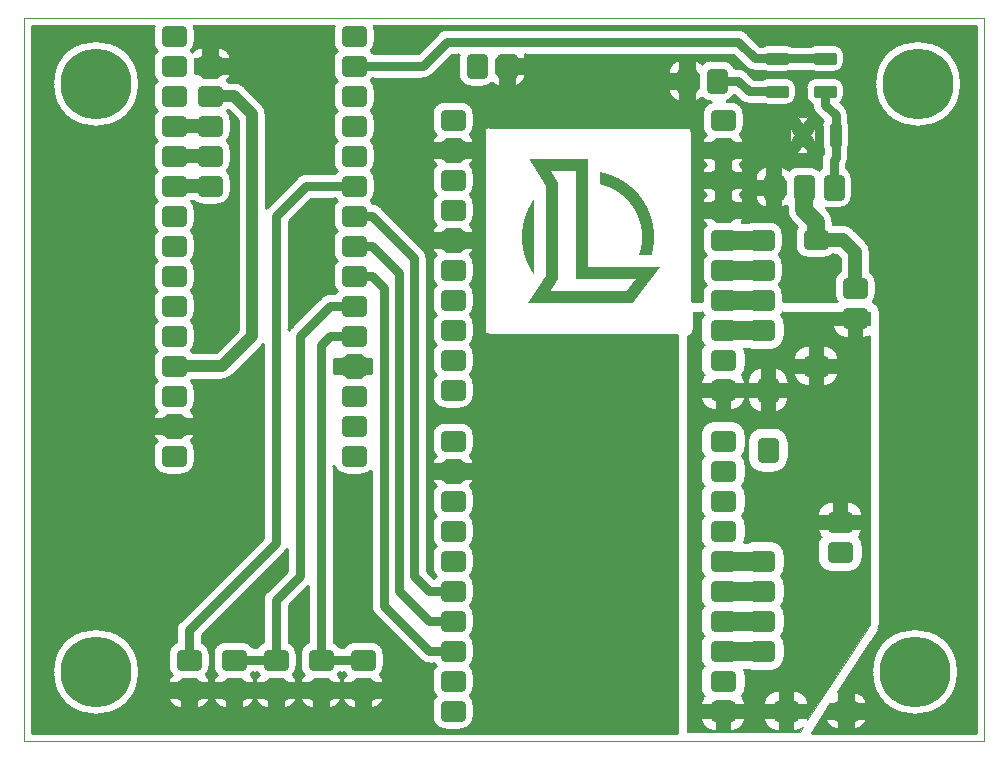
<source format=gbr>
G04 Generated by Ultiboard 14.2 *
%FSLAX25Y25*%
%MOIN*%

%ADD10C,0.00001*%
%ADD11C,0.01000*%
%ADD12C,0.00004*%
%ADD13C,0.03150*%
%ADD14C,0.06299*%
%ADD15C,0.04724*%
%ADD16C,0.03937*%
%ADD17C,0.05906*%
%ADD18R,0.05512X0.03937*%
%ADD19C,0.03150*%
%ADD20R,0.03937X0.05512*%
%ADD21R,0.02251X0.05834*%
%ADD22C,0.01666*%
%ADD23R,0.05834X0.02251*%
%ADD24C,0.23622*%


G04 ColorRGB 008000 for the following layer *
%LNCopper Top*%
%LPD*%
G54D10*
G36*
X117796Y238322D02*
X117796Y238322D01*
X318322Y238322D01*
X318322Y2678D01*
X263578Y2678D01*
X269760Y12209D01*
X272791Y12209D01*
X272791Y16229D01*
X272368Y16229D01*
X281785Y30747D01*
X281785Y30747D01*
X285910Y37107D01*
G75*
D01*
G03X286471Y39000I-2910J1893*
G01*
X286471Y39000D01*
X286471Y143000D01*
G74*
D01*
G03X284037Y146313I3471J0*
G01*
G75*
D01*
G03X285017Y149031I-3281J2718*
G01*
X285017Y149031D01*
X285017Y152969D01*
G74*
D01*
G03X283052Y156558I4261J0*
G01*
X283052Y156558D01*
X283052Y163000D01*
G74*
D01*
G03X281568Y166576I5052J0*
G01*
X281568Y166576D01*
X277450Y170694D01*
G74*
D01*
G03X273874Y172178I3576J3568*
G01*
X273874Y172178D01*
X270696Y172178D01*
G74*
D01*
G03X270645Y172226I2940J3084*
G01*
X270645Y172226D01*
X270645Y173000D01*
G74*
D01*
G03X268988Y176996I5645J0*
G01*
X268988Y176996D01*
X268428Y177555D01*
G75*
D01*
G03X268913Y177528I485J4233*
G01*
X268913Y177528D01*
X272850Y177528D01*
G75*
D01*
G03X277111Y181788I0J4260*
G01*
X277111Y181788D01*
X277111Y187300D01*
G74*
D01*
G03X275143Y190892I4261J0*
G01*
X275143Y190892D01*
X275143Y191952D01*
G75*
D01*
G03X275761Y194162I-3643J2210*
G01*
X275761Y194162D01*
X275761Y197493D01*
G75*
D01*
G03X276141Y199083I-3135J1590*
G01*
X276141Y199083D01*
X276141Y204917D01*
G74*
D01*
G03X275761Y206507I3515J0*
G01*
X275761Y206507D01*
X275761Y208500D01*
G74*
D01*
G03X274509Y211516I4261J0*
G01*
X274509Y211516D01*
X273266Y212759D01*
G75*
D01*
G03X274432Y215375I-2349J2616*
G01*
X274432Y215375D01*
X274432Y217626D01*
G74*
D01*
G03X270917Y221141I3515J0*
G01*
X270917Y221141D01*
X265083Y221141D01*
G75*
D01*
G03X261568Y217626I0J-3515*
G01*
X261568Y217626D01*
X261568Y215375D01*
G75*
D01*
G03X263739Y212126I3515J0*
G01*
X263739Y212126D01*
X263739Y212003D01*
G75*
D01*
G03X264987Y208987I4261J-3*
G01*
X264987Y208987D01*
X267239Y206735D01*
X267239Y206507D01*
G74*
D01*
G03X266859Y204917I3136J1590*
G01*
X266859Y204917D01*
X266859Y199083D01*
G75*
D01*
G03X267239Y197493I3516J0*
G01*
X267239Y197493D01*
X267239Y195754D01*
G75*
D01*
G03X266621Y193538I3643J-2210*
G01*
X266621Y193538D01*
X266621Y190892D01*
G74*
D01*
G03X265882Y190294I2292J3592*
G01*
G74*
D01*
G03X262850Y191561I3032J2994*
G01*
X262850Y191561D01*
X258913Y191561D01*
G75*
D01*
G03X255882Y190294I0J-4261*
G01*
G74*
D01*
G03X253091Y191554I3032J2994*
G01*
X253091Y191554D01*
X253091Y186753D01*
X254653Y186753D01*
X254653Y182335D01*
X253091Y182335D01*
X253091Y177534D01*
G74*
D01*
G03X255355Y178341I241J4254*
G01*
X255355Y178341D01*
X255355Y177008D01*
G75*
D01*
G03X257008Y173008I5645J-8*
G01*
X257008Y173008D01*
X258644Y171373D01*
G74*
D01*
G03X257983Y169094I3600J2279*
G01*
X257983Y169094D01*
X257983Y165157D01*
G75*
D01*
G03X262244Y160897I4261J0*
G01*
X262244Y160897D01*
X267756Y160897D01*
G74*
D01*
G03X270696Y162074I0J4260*
G01*
X270696Y162074D01*
X271781Y162074D01*
X272948Y160907D01*
X272948Y156558D01*
G74*
D01*
G03X270983Y152969I2296J3589*
G01*
X270983Y152969D01*
X270983Y149031D01*
G75*
D01*
G03X271838Y146471I4261J0*
G01*
X271838Y146471D01*
X254017Y146471D01*
X254017Y148969D01*
G74*
D01*
G03X252750Y152000I4261J0*
G01*
G75*
D01*
G03X254017Y155031I-2994J3031*
G01*
X254017Y155031D01*
X254017Y158969D01*
G74*
D01*
G03X252750Y162000I4261J0*
G01*
G75*
D01*
G03X254017Y165031I-2994J3031*
G01*
X254017Y165031D01*
X254017Y168969D01*
G74*
D01*
G03X249756Y173229I4261J0*
G01*
X249756Y173229D01*
X244244Y173229D01*
G75*
D01*
G03X242472Y172843I0J-4260*
G01*
X242472Y172843D01*
X240412Y172843D01*
G74*
D01*
G03X241010Y174791I3656J2188*
G01*
X241010Y174791D01*
X236209Y174791D01*
X236209Y173229D01*
X231791Y173229D01*
X231791Y174791D01*
X226990Y174791D01*
G74*
D01*
G03X228250Y172000I4254J240*
G01*
G74*
D01*
G03X226983Y168969I2994J3031*
G01*
X226983Y168969D01*
X226983Y165031D01*
G75*
D01*
G03X228250Y162000I4261J0*
G01*
G74*
D01*
G03X226983Y158969I2994J3031*
G01*
X226983Y158969D01*
X226983Y155031D01*
G75*
D01*
G03X228250Y152000I4261J0*
G01*
G74*
D01*
G03X226983Y148969I2994J3031*
G01*
X226983Y148969D01*
X226983Y146471D01*
X223665Y146471D01*
X223665Y203127D01*
G74*
D01*
G03X222127Y204665I1538J0*
G01*
X222127Y204665D01*
X155873Y204665D01*
G75*
D01*
G03X154335Y203127I0J-1538*
G01*
X154335Y203127D01*
X154335Y136873D01*
G75*
D01*
G03X155873Y135335I1538J0*
G01*
X155873Y135335D01*
X218529Y135335D01*
X218529Y2678D01*
X3677Y2678D01*
X3677Y238322D01*
X44204Y238322D01*
G74*
D01*
G03X43983Y236969I4040J1353*
G01*
X43983Y236969D01*
X43983Y233031D01*
G75*
D01*
G03X45250Y230000I4261J0*
G01*
G74*
D01*
G03X43983Y226969I2994J3031*
G01*
X43983Y226969D01*
X43983Y223031D01*
G75*
D01*
G03X45250Y220000I4261J0*
G01*
G74*
D01*
G03X43983Y216969I2994J3031*
G01*
X43983Y216969D01*
X43983Y213031D01*
G75*
D01*
G03X45250Y210000I4261J0*
G01*
G74*
D01*
G03X43983Y206969I2994J3031*
G01*
X43983Y206969D01*
X43983Y203031D01*
G75*
D01*
G03X45250Y200000I4261J0*
G01*
G74*
D01*
G03X43983Y196969I2994J3031*
G01*
X43983Y196969D01*
X43983Y193031D01*
G75*
D01*
G03X45250Y190000I4261J0*
G01*
G74*
D01*
G03X43983Y186969I2994J3031*
G01*
X43983Y186969D01*
X43983Y183031D01*
G75*
D01*
G03X45250Y180000I4261J0*
G01*
G74*
D01*
G03X43983Y176969I2994J3031*
G01*
X43983Y176969D01*
X43983Y173031D01*
G75*
D01*
G03X45250Y170000I4261J0*
G01*
G74*
D01*
G03X43983Y166969I2994J3031*
G01*
X43983Y166969D01*
X43983Y163031D01*
G75*
D01*
G03X45250Y160000I4261J0*
G01*
G74*
D01*
G03X43983Y156969I2994J3031*
G01*
X43983Y156969D01*
X43983Y153031D01*
G75*
D01*
G03X45250Y150000I4261J0*
G01*
G74*
D01*
G03X43983Y146969I2994J3031*
G01*
X43983Y146969D01*
X43983Y143031D01*
G75*
D01*
G03X45250Y140000I4261J0*
G01*
G74*
D01*
G03X43983Y136969I2994J3031*
G01*
X43983Y136969D01*
X43983Y133031D01*
G75*
D01*
G03X45250Y130000I4261J0*
G01*
G74*
D01*
G03X43983Y126969I2994J3031*
G01*
X43983Y126969D01*
X43983Y123031D01*
G75*
D01*
G03X45250Y120000I4261J0*
G01*
G74*
D01*
G03X43983Y116969I2994J3031*
G01*
X43983Y116969D01*
X43983Y113031D01*
G75*
D01*
G03X45250Y110000I4261J0*
G01*
G74*
D01*
G03X43990Y107209I2994J3031*
G01*
X43990Y107209D01*
X48791Y107209D01*
X48791Y108771D01*
X53209Y108771D01*
X53209Y107209D01*
X58010Y107209D01*
G74*
D01*
G03X56750Y110000I4254J240*
G01*
G75*
D01*
G03X58017Y113031I-2994J3031*
G01*
X58017Y113031D01*
X58017Y116969D01*
G74*
D01*
G03X56750Y120000I4261J0*
G01*
G74*
D01*
G03X57062Y120344I2994J3031*
G01*
X57062Y120344D01*
X66996Y120344D01*
G75*
D01*
G03X68555Y120611I4J4656*
G01*
G74*
D01*
G03X70296Y121711I1555J4389*
G01*
X70296Y121711D01*
X80289Y131704D01*
G74*
D01*
G03X80739Y132225I3289J3296*
G01*
X80739Y132225D01*
X80739Y67765D01*
X52987Y40013D01*
G75*
D01*
G03X51739Y36993I3013J-3013*
G01*
X51739Y36993D01*
X51739Y32955D01*
G74*
D01*
G03X48983Y28969I1505J3986*
G01*
X48983Y28969D01*
X48983Y25031D01*
G75*
D01*
G03X50250Y22000I4261J0*
G01*
G74*
D01*
G03X48990Y19209I2994J3031*
G01*
X48990Y19209D01*
X53791Y19209D01*
X53791Y20771D01*
X58209Y20771D01*
X58209Y19209D01*
X63010Y19209D01*
G74*
D01*
G03X61750Y22000I4254J240*
G01*
G75*
D01*
G03X63017Y25031I-2994J3031*
G01*
X63017Y25031D01*
X63017Y28969D01*
G74*
D01*
G03X60261Y32955I4261J0*
G01*
X60261Y32955D01*
X60261Y35235D01*
X88009Y62984D01*
G74*
D01*
G03X88739Y63958I3009J3016*
G01*
X88739Y63958D01*
X88739Y56765D01*
X81987Y50013D01*
G75*
D01*
G03X80739Y46994I3013J-3013*
G01*
X80739Y46994D01*
X80739Y32955D01*
G74*
D01*
G03X78653Y31261I1505J3986*
G01*
X78653Y31261D01*
X77347Y31261D01*
G74*
D01*
G03X73756Y33229I3591J2292*
G01*
X73756Y33229D01*
X68244Y33229D01*
G75*
D01*
G03X63983Y28969I0J-4260*
G01*
X63983Y28969D01*
X63983Y25031D01*
G75*
D01*
G03X65250Y22000I4261J0*
G01*
G74*
D01*
G03X63990Y19209I2994J3031*
G01*
X63990Y19209D01*
X68791Y19209D01*
X68791Y20771D01*
X73209Y20771D01*
X73209Y19209D01*
X82791Y19209D01*
X82791Y20771D01*
X87209Y20771D01*
X87209Y19209D01*
X92010Y19209D01*
G74*
D01*
G03X90750Y22000I4254J240*
G01*
G75*
D01*
G03X92017Y25031I-2994J3031*
G01*
X92017Y25031D01*
X92017Y28969D01*
G74*
D01*
G03X89261Y32955I4261J0*
G01*
X89261Y32955D01*
X89261Y45235D01*
X92808Y48783D01*
X95739Y51714D01*
X95739Y32955D01*
G74*
D01*
G03X92983Y28969I1505J3986*
G01*
X92983Y28969D01*
X92983Y25031D01*
G75*
D01*
G03X94250Y22000I4261J0*
G01*
G74*
D01*
G03X92990Y19209I2994J3031*
G01*
X92990Y19209D01*
X97791Y19209D01*
X97791Y20771D01*
X102209Y20771D01*
X102209Y19209D01*
X111791Y19209D01*
X111791Y20771D01*
X116209Y20771D01*
X116209Y19209D01*
X121010Y19209D01*
G74*
D01*
G03X119750Y22000I4254J240*
G01*
G75*
D01*
G03X121017Y25031I-2994J3031*
G01*
X121017Y25031D01*
X121017Y28969D01*
G74*
D01*
G03X116756Y33229I4261J0*
G01*
X116756Y33229D01*
X111244Y33229D01*
G75*
D01*
G03X107653Y31261I0J-4260*
G01*
X107653Y31261D01*
X106347Y31261D01*
G74*
D01*
G03X104261Y32955I3591J2292*
G01*
X104261Y32955D01*
X104261Y91520D01*
G75*
D01*
G03X108244Y88771I3983J1511*
G01*
X108244Y88771D01*
X113756Y88771D01*
G74*
D01*
G03X116739Y89990I0J4260*
G01*
X116739Y89990D01*
X116739Y45006D01*
G75*
D01*
G03X117987Y41987I4261J-6*
G01*
X117987Y41987D01*
X132987Y26987D01*
G74*
D01*
G03X134516Y26006I3013J3013*
G01*
G75*
D01*
G03X136000Y25739I1484J3994*
G01*
X136000Y25739D01*
X137653Y25739D01*
G74*
D01*
G03X138250Y25000I3591J2292*
G01*
G74*
D01*
G03X136983Y21969I2994J3031*
G01*
X136983Y21969D01*
X136983Y18031D01*
G75*
D01*
G03X138250Y15000I4261J0*
G01*
G74*
D01*
G03X136983Y11969I2994J3031*
G01*
X136983Y11969D01*
X136983Y8031D01*
G75*
D01*
G03X141244Y3771I4261J0*
G01*
X141244Y3771D01*
X146756Y3771D01*
G74*
D01*
G03X151017Y8031I0J4260*
G01*
X151017Y8031D01*
X151017Y11969D01*
G75*
D01*
G03X149750Y15000I-4261J0*
G01*
G75*
D01*
G03X151017Y18031I-2994J3031*
G01*
X151017Y18031D01*
X151017Y21969D01*
G74*
D01*
G03X149750Y25000I4261J0*
G01*
G75*
D01*
G03X151017Y28031I-2994J3031*
G01*
X151017Y28031D01*
X151017Y31969D01*
G74*
D01*
G03X149750Y35000I4261J0*
G01*
G75*
D01*
G03X151017Y38031I-2994J3031*
G01*
X151017Y38031D01*
X151017Y41969D01*
G74*
D01*
G03X149750Y45000I4261J0*
G01*
G75*
D01*
G03X151017Y48031I-2994J3031*
G01*
X151017Y48031D01*
X151017Y51969D01*
G74*
D01*
G03X149750Y55000I4261J0*
G01*
G75*
D01*
G03X151017Y58031I-2994J3031*
G01*
X151017Y58031D01*
X151017Y61969D01*
G74*
D01*
G03X149750Y65000I4261J0*
G01*
G75*
D01*
G03X151017Y68031I-2994J3031*
G01*
X151017Y68031D01*
X151017Y71969D01*
G74*
D01*
G03X149750Y75000I4261J0*
G01*
G75*
D01*
G03X151017Y78031I-2994J3031*
G01*
X151017Y78031D01*
X151017Y81969D01*
G74*
D01*
G03X149750Y85000I4261J0*
G01*
G74*
D01*
G03X151010Y87791I2994J3031*
G01*
X151010Y87791D01*
X146209Y87791D01*
X146209Y86229D01*
X141791Y86229D01*
X141791Y87791D01*
X136990Y87791D01*
G74*
D01*
G03X138250Y85000I4254J240*
G01*
G74*
D01*
G03X136983Y81969I2994J3031*
G01*
X136983Y81969D01*
X136983Y78031D01*
G75*
D01*
G03X138250Y75000I4261J0*
G01*
G74*
D01*
G03X136983Y71969I2994J3031*
G01*
X136983Y71969D01*
X136983Y68031D01*
G75*
D01*
G03X138250Y65000I4261J0*
G01*
G74*
D01*
G03X136983Y61969I2994J3031*
G01*
X136983Y61969D01*
X136983Y58031D01*
G75*
D01*
G03X138250Y55000I4261J0*
G01*
G74*
D01*
G03X137697Y54329I2994J3031*
G01*
X137697Y54329D01*
X135261Y56765D01*
X135261Y161000D01*
G74*
D01*
G03X134009Y164016I4261J0*
G01*
X134009Y164016D01*
X120016Y178009D01*
G74*
D01*
G03X117357Y179246I3016J3009*
G01*
G74*
D01*
G03X116750Y180000I3601J2277*
G01*
G75*
D01*
G03X118017Y183031I-2994J3031*
G01*
X118017Y183031D01*
X118017Y186969D01*
G74*
D01*
G03X116750Y190000I4261J0*
G01*
G75*
D01*
G03X118017Y193031I-2994J3031*
G01*
X118017Y193031D01*
X118017Y196969D01*
G74*
D01*
G03X116750Y200000I4261J0*
G01*
G75*
D01*
G03X118017Y203031I-2994J3031*
G01*
X118017Y203031D01*
X118017Y206969D01*
G74*
D01*
G03X116750Y210000I4261J0*
G01*
G75*
D01*
G03X118017Y213031I-2994J3031*
G01*
X118017Y213031D01*
X118017Y216969D01*
G74*
D01*
G03X116750Y220000I4261J0*
G01*
G74*
D01*
G03X117347Y220739I2994J3031*
G01*
X117347Y220739D01*
X134000Y220739D01*
G74*
D01*
G03X137016Y221991I0J4261*
G01*
X137016Y221991D01*
X143765Y228739D01*
X145886Y228739D01*
G74*
D01*
G03X145771Y227756I4145J983*
G01*
X145771Y227756D01*
X145771Y222244D01*
G75*
D01*
G03X150031Y217983I4260J0*
G01*
X150031Y217983D01*
X153969Y217983D01*
G74*
D01*
G03X157000Y219250I0J4261*
G01*
G74*
D01*
G03X159791Y217990I3031J2994*
G01*
X159791Y217990D01*
X159791Y222791D01*
X158229Y222791D01*
X158229Y227209D01*
X159791Y227209D01*
X159791Y228739D01*
X164209Y228739D01*
X164209Y227209D01*
X168229Y227209D01*
X168229Y227756D01*
G74*
D01*
G03X168114Y228739I4260J0*
G01*
X168114Y228739D01*
X237235Y228739D01*
X241487Y224487D01*
G75*
D01*
G03X244504Y223239I3013J3013*
G01*
X244504Y223239D01*
X247493Y223239D01*
G75*
D01*
G03X249083Y222859I1590J3136*
G01*
X249083Y222859D01*
X254917Y222859D01*
G74*
D01*
G03X256507Y223239I0J3516*
G01*
X256507Y223239D01*
X263493Y223239D01*
G75*
D01*
G03X265083Y222859I1590J3136*
G01*
X265083Y222859D01*
X270917Y222859D01*
G75*
D01*
G03X274432Y226375I0J3516*
G01*
X274432Y226375D01*
X274432Y228626D01*
G74*
D01*
G03X270917Y232141I3515J0*
G01*
X270917Y232141D01*
X265083Y232141D01*
G75*
D01*
G03X263493Y231761I0J-3515*
G01*
X263493Y231761D01*
X256507Y231761D01*
G74*
D01*
G03X254917Y232141I1590J3135*
G01*
X254917Y232141D01*
X249083Y232141D01*
G75*
D01*
G03X247493Y231761I0J-3515*
G01*
X247493Y231761D01*
X246265Y231761D01*
X242016Y236009D01*
G74*
D01*
G03X239000Y237261I3016J3009*
G01*
X239000Y237261D01*
X142001Y237261D01*
G75*
D01*
G03X138987Y236013I-1J-4261*
G01*
X138987Y236013D01*
X132235Y229261D01*
X117347Y229261D01*
G74*
D01*
G03X116750Y230000I3591J2292*
G01*
G75*
D01*
G03X118017Y233031I-2994J3031*
G01*
X118017Y233031D01*
X118017Y236969D01*
G74*
D01*
G03X117796Y238322I4261J0*
G01*
D02*
G37*
%LPC*%
G36*
X282010Y7791D02*
X282010Y7791D01*
X277209Y7791D01*
X277209Y3771D01*
X277756Y3771D01*
G74*
D01*
G03X282010Y7791I0J4260*
G01*
D02*
G37*
G36*
X282010Y12209D02*
G74*
D01*
G03X277756Y16229I4254J240*
G01*
X277756Y16229D01*
X277209Y16229D01*
X277209Y12209D01*
X282010Y12209D01*
D02*
G37*
G36*
X251775Y186298D02*
G75*
D01*
G03X251775Y186298I-893J-1754*
G01*
D02*
G37*
G36*
X235839Y186298D02*
G75*
D01*
G03X235839Y186298I-1839J702*
G01*
D02*
G37*
G36*
X136983Y185031D02*
G75*
D01*
G03X138250Y182000I4261J0*
G01*
G74*
D01*
G03X136983Y178969I2994J3031*
G01*
X136983Y178969D01*
X136983Y175031D01*
G75*
D01*
G03X138250Y172000I4261J0*
G01*
G74*
D01*
G03X136990Y169209I2994J3031*
G01*
X136990Y169209D01*
X141791Y169209D01*
X141791Y170771D01*
X146209Y170771D01*
X146209Y169209D01*
X151010Y169209D01*
G74*
D01*
G03X149750Y172000I4254J240*
G01*
G75*
D01*
G03X151017Y175031I-2994J3031*
G01*
X151017Y175031D01*
X151017Y178969D01*
G74*
D01*
G03X149750Y182000I4261J0*
G01*
G75*
D01*
G03X151017Y185031I-2994J3031*
G01*
X151017Y185031D01*
X151017Y188969D01*
G74*
D01*
G03X149750Y192000I4261J0*
G01*
G74*
D01*
G03X151010Y194791I2994J3031*
G01*
X151010Y194791D01*
X146209Y194791D01*
X146209Y193229D01*
X141791Y193229D01*
X141791Y194791D01*
X136990Y194791D01*
G74*
D01*
G03X138250Y192000I4254J240*
G01*
G74*
D01*
G03X136983Y188969I2994J3031*
G01*
X136983Y188969D01*
X136983Y185031D01*
D02*
G37*
G36*
X143226Y91810D02*
G75*
D01*
G03X143226Y91810I774J-1810*
G01*
D02*
G37*
G36*
X48244Y88771D02*
X48244Y88771D01*
X53756Y88771D01*
G75*
D01*
G03X58017Y93031I0J4260*
G01*
X58017Y93031D01*
X58017Y96969D01*
G74*
D01*
G03X56750Y100000I4261J0*
G01*
G74*
D01*
G03X58010Y102791I2994J3031*
G01*
X58010Y102791D01*
X53209Y102791D01*
X53209Y101229D01*
X48791Y101229D01*
X48791Y102791D01*
X43990Y102791D01*
G74*
D01*
G03X45250Y100000I4254J240*
G01*
G74*
D01*
G03X43983Y96969I2994J3031*
G01*
X43983Y96969D01*
X43983Y93031D01*
G75*
D01*
G03X48244Y88771I4261J0*
G01*
D02*
G37*
G36*
X272244Y3771D02*
X272244Y3771D01*
X272791Y3771D01*
X272791Y7791D01*
X267990Y7791D01*
G75*
D01*
G03X272244Y3771I4254J240*
G01*
D02*
G37*
G36*
X273031Y10000D02*
G75*
D01*
G03X273031Y10000I1969J0*
G01*
D02*
G37*
G36*
X284524Y219000D02*
G75*
D01*
G03X284524Y219000I14476J0*
G01*
D02*
G37*
G36*
X244653Y181788D02*
G75*
D01*
G03X248673Y177534I4260J0*
G01*
X248673Y177534D01*
X248673Y182335D01*
X244653Y182335D01*
X244653Y181788D01*
D02*
G37*
G36*
X232031Y177000D02*
G75*
D01*
G03X232031Y177000I1969J0*
G01*
D02*
G37*
G36*
X241010Y179209D02*
G74*
D01*
G03X239750Y182000I4254J240*
G01*
G74*
D01*
G03X241010Y184791I2994J3031*
G01*
X241010Y184791D01*
X236209Y184791D01*
X236209Y179209D01*
X241010Y179209D01*
D02*
G37*
G36*
X226990Y179209D02*
X226990Y179209D01*
X231791Y179209D01*
X231791Y184791D01*
X226990Y184791D01*
G74*
D01*
G03X228250Y182000I4254J240*
G01*
G74*
D01*
G03X226990Y179209I2994J3031*
G01*
D02*
G37*
G36*
X10524Y219000D02*
G75*
D01*
G03X10524Y219000I14476J0*
G01*
D02*
G37*
G36*
X142031Y197000D02*
G75*
D01*
G03X142031Y197000I1969J0*
G01*
D02*
G37*
G36*
X136990Y199209D02*
X136990Y199209D01*
X141791Y199209D01*
X141791Y200771D01*
X146209Y200771D01*
X146209Y199209D01*
X151010Y199209D01*
G74*
D01*
G03X149750Y202000I4254J240*
G01*
G75*
D01*
G03X151017Y205031I-2994J3031*
G01*
X151017Y205031D01*
X151017Y208969D01*
G74*
D01*
G03X146756Y213229I4261J0*
G01*
X146756Y213229D01*
X141244Y213229D01*
G75*
D01*
G03X136983Y208969I0J-4260*
G01*
X136983Y208969D01*
X136983Y205031D01*
G75*
D01*
G03X138250Y202000I4261J0*
G01*
G74*
D01*
G03X136990Y199209I2994J3031*
G01*
D02*
G37*
G36*
X164209Y217990D02*
G75*
D01*
G03X168229Y222244I-240J4254*
G01*
X168229Y222244D01*
X168229Y222791D01*
X164209Y222791D01*
X164209Y217990D01*
D02*
G37*
G36*
X160031Y225000D02*
G75*
D01*
G03X160031Y225000I1969J0*
G01*
D02*
G37*
G36*
X283524Y23000D02*
G75*
D01*
G03X283524Y23000I14476J0*
G01*
D02*
G37*
G36*
X244653Y187300D02*
X244653Y187300D01*
X244653Y186753D01*
X248673Y186753D01*
X248673Y191554D01*
G74*
D01*
G03X244653Y187300I240J4254*
G01*
D02*
G37*
G36*
X265085Y198458D02*
G75*
D01*
G03X265141Y199083I-3459J625*
G01*
X265141Y199083D01*
X265141Y204917D01*
G74*
D01*
G03X265085Y205542I3515J0*
G01*
X265085Y205542D01*
X262529Y202000D01*
X265085Y198458D01*
D02*
G37*
G36*
X226990Y189209D02*
X226990Y189209D01*
X231791Y189209D01*
X231791Y194791D01*
X226990Y194791D01*
G74*
D01*
G03X228250Y192000I4254J240*
G01*
G74*
D01*
G03X226990Y189209I2994J3031*
G01*
D02*
G37*
G36*
X241010Y189209D02*
G74*
D01*
G03X239750Y192000I4254J240*
G01*
G74*
D01*
G03X241010Y194791I2994J3031*
G01*
X241010Y194791D01*
X236209Y194791D01*
X236209Y189209D01*
X241010Y189209D01*
D02*
G37*
G36*
X232031Y197000D02*
G75*
D01*
G03X232031Y197000I1969J0*
G01*
D02*
G37*
G36*
X262930Y195819D02*
X262930Y195819D01*
X260500Y199187D01*
X258070Y195819D01*
G75*
D01*
G03X259375Y195568I1305J3264*
G01*
X259375Y195568D01*
X261626Y195568D01*
G74*
D01*
G03X262930Y195819I0J3515*
G01*
D02*
G37*
G36*
X247493Y220761D02*
X247493Y220761D01*
X244265Y220761D01*
X242016Y223009D01*
G74*
D01*
G03X239000Y224261I3016J3009*
G01*
X239000Y224261D01*
X237955Y224261D01*
G74*
D01*
G03X233969Y227017I3986J1505*
G01*
X233969Y227017D01*
X230031Y227017D01*
G75*
D01*
G03X227000Y225750I0J-4261*
G01*
G74*
D01*
G03X224209Y227010I3031J2994*
G01*
X224209Y227010D01*
X224209Y222209D01*
X225771Y222209D01*
X225771Y217791D01*
X224209Y217791D01*
X224209Y212990D01*
G74*
D01*
G03X227000Y214250I240J4254*
G01*
G74*
D01*
G03X229831Y212988I3031J2994*
G01*
G74*
D01*
G03X226983Y208969I1413J4019*
G01*
X226983Y208969D01*
X226983Y205031D01*
G75*
D01*
G03X228250Y202000I4261J0*
G01*
G74*
D01*
G03X226990Y199209I2994J3031*
G01*
X226990Y199209D01*
X231791Y199209D01*
X231791Y200771D01*
X236209Y200771D01*
X236209Y199209D01*
X241010Y199209D01*
G74*
D01*
G03X239750Y202000I4254J240*
G01*
G75*
D01*
G03X241017Y205031I-2994J3031*
G01*
X241017Y205031D01*
X241017Y208969D01*
G74*
D01*
G03X236756Y213229I4261J0*
G01*
X236756Y213229D01*
X235395Y213229D01*
G74*
D01*
G03X237731Y215244I1426J4015*
G01*
X237731Y215244D01*
X239487Y213487D01*
G75*
D01*
G03X242501Y212239I3013J3013*
G01*
X242501Y212239D01*
X247493Y212239D01*
G75*
D01*
G03X249083Y211859I1590J3136*
G01*
X249083Y211859D01*
X254917Y211859D01*
G75*
D01*
G03X258432Y215375I0J3516*
G01*
X258432Y215375D01*
X258432Y217626D01*
G74*
D01*
G03X254917Y221141I3515J0*
G01*
X254917Y221141D01*
X249083Y221141D01*
G75*
D01*
G03X247493Y220761I0J-3515*
G01*
D02*
G37*
G36*
X255915Y205542D02*
G74*
D01*
G03X255859Y204917I3460J625*
G01*
X255859Y204917D01*
X255859Y199083D01*
G75*
D01*
G03X255915Y198458I3516J0*
G01*
X255915Y198458D01*
X258471Y202000D01*
X255915Y205542D01*
D02*
G37*
G36*
X262930Y208181D02*
G74*
D01*
G03X261626Y208432I1304J3264*
G01*
X261626Y208432D01*
X259375Y208432D01*
G75*
D01*
G03X258070Y208181I0J-3515*
G01*
X258070Y208181D01*
X260500Y204813D01*
X262930Y208181D01*
D02*
G37*
G36*
X220031Y220000D02*
G75*
D01*
G03X220031Y220000I1969J0*
G01*
D02*
G37*
G36*
X215771Y217244D02*
G75*
D01*
G03X219791Y212990I4260J0*
G01*
X219791Y212990D01*
X219791Y217791D01*
X215771Y217791D01*
X215771Y217244D01*
D02*
G37*
G36*
X215771Y222756D02*
X215771Y222756D01*
X215771Y222209D01*
X219791Y222209D01*
X219791Y227010D01*
G74*
D01*
G03X215771Y222756I240J4254*
G01*
D02*
G37*
G36*
X136990Y92209D02*
X136990Y92209D01*
X141791Y92209D01*
X141791Y93771D01*
X146209Y93771D01*
X146209Y92209D01*
X151010Y92209D01*
G74*
D01*
G03X149750Y95000I4254J240*
G01*
G75*
D01*
G03X151017Y98031I-2994J3031*
G01*
X151017Y98031D01*
X151017Y101969D01*
G74*
D01*
G03X146756Y106229I4261J0*
G01*
X146756Y106229D01*
X141244Y106229D01*
G75*
D01*
G03X136983Y101969I0J-4260*
G01*
X136983Y101969D01*
X136983Y98031D01*
G75*
D01*
G03X138250Y95000I4261J0*
G01*
G74*
D01*
G03X136990Y92209I2994J3031*
G01*
D02*
G37*
G36*
X136990Y164791D02*
G74*
D01*
G03X138250Y162000I4254J240*
G01*
G74*
D01*
G03X136983Y158969I2994J3031*
G01*
X136983Y158969D01*
X136983Y155031D01*
G75*
D01*
G03X138250Y152000I4261J0*
G01*
G74*
D01*
G03X136983Y148969I2994J3031*
G01*
X136983Y148969D01*
X136983Y145031D01*
G75*
D01*
G03X138250Y142000I4261J0*
G01*
G74*
D01*
G03X136983Y138969I2994J3031*
G01*
X136983Y138969D01*
X136983Y135031D01*
G75*
D01*
G03X138250Y132000I4261J0*
G01*
G74*
D01*
G03X136983Y128969I2994J3031*
G01*
X136983Y128969D01*
X136983Y125031D01*
G75*
D01*
G03X138250Y122000I4261J0*
G01*
G74*
D01*
G03X136983Y118969I2994J3031*
G01*
X136983Y118969D01*
X136983Y115031D01*
G75*
D01*
G03X141244Y110771I4261J0*
G01*
X141244Y110771D01*
X146756Y110771D01*
G75*
D01*
G03X151017Y115031I0J4260*
G01*
X151017Y115031D01*
X151017Y118969D01*
G74*
D01*
G03X149750Y122000I4261J0*
G01*
G75*
D01*
G03X151017Y125031I-2994J3031*
G01*
X151017Y125031D01*
X151017Y128969D01*
G74*
D01*
G03X149750Y132000I4261J0*
G01*
G75*
D01*
G03X151017Y135031I-2994J3031*
G01*
X151017Y135031D01*
X151017Y138969D01*
G74*
D01*
G03X149750Y142000I4261J0*
G01*
G75*
D01*
G03X151017Y145031I-2994J3031*
G01*
X151017Y145031D01*
X151017Y148969D01*
G74*
D01*
G03X149750Y152000I4261J0*
G01*
G75*
D01*
G03X151017Y155031I-2994J3031*
G01*
X151017Y155031D01*
X151017Y158969D01*
G74*
D01*
G03X149750Y162000I4261J0*
G01*
G74*
D01*
G03X151010Y164791I2994J3031*
G01*
X151010Y164791D01*
X146209Y164791D01*
X146209Y163229D01*
X141791Y163229D01*
X141791Y164791D01*
X136990Y164791D01*
D02*
G37*
G36*
X142031Y167000D02*
G75*
D01*
G03X142031Y167000I1969J0*
G01*
D02*
G37*
G36*
X49031Y105000D02*
G75*
D01*
G03X49031Y105000I1969J0*
G01*
D02*
G37*
G36*
X10524Y23000D02*
G75*
D01*
G03X10524Y23000I14476J0*
G01*
D02*
G37*
G36*
X54031Y17000D02*
G75*
D01*
G03X54031Y17000I1969J0*
G01*
D02*
G37*
G36*
X48990Y14791D02*
G75*
D01*
G03X53244Y10771I4254J240*
G01*
X53244Y10771D01*
X53791Y10771D01*
X53791Y14791D01*
X48990Y14791D01*
D02*
G37*
G36*
X58756Y10771D02*
G74*
D01*
G03X63010Y14791I0J4260*
G01*
X63010Y14791D01*
X58209Y14791D01*
X58209Y10771D01*
X58756Y10771D01*
D02*
G37*
G36*
X69031Y17000D02*
G75*
D01*
G03X69031Y17000I1969J0*
G01*
D02*
G37*
G36*
X63990Y14791D02*
G75*
D01*
G03X68244Y10771I4254J240*
G01*
X68244Y10771D01*
X68791Y10771D01*
X68791Y14791D01*
X63990Y14791D01*
D02*
G37*
G36*
X73756Y10771D02*
G74*
D01*
G03X78000Y14656I0J4260*
G01*
G75*
D01*
G03X82244Y10771I4244J375*
G01*
X82244Y10771D01*
X82791Y10771D01*
X82791Y14791D01*
X73209Y14791D01*
X73209Y10771D01*
X73756Y10771D01*
D02*
G37*
G36*
X83031Y17000D02*
G75*
D01*
G03X83031Y17000I1969J0*
G01*
D02*
G37*
G36*
X87756Y10771D02*
G74*
D01*
G03X92010Y14791I0J4260*
G01*
X92010Y14791D01*
X87209Y14791D01*
X87209Y10771D01*
X87756Y10771D01*
D02*
G37*
G36*
X92990Y14791D02*
G75*
D01*
G03X97244Y10771I4254J240*
G01*
X97244Y10771D01*
X97791Y10771D01*
X97791Y14791D01*
X92990Y14791D01*
D02*
G37*
G36*
X102756Y10771D02*
G74*
D01*
G03X107000Y14656I0J4260*
G01*
G75*
D01*
G03X111244Y10771I4244J375*
G01*
X111244Y10771D01*
X111791Y10771D01*
X111791Y14791D01*
X102209Y14791D01*
X102209Y10771D01*
X102756Y10771D01*
D02*
G37*
G36*
X98031Y17000D02*
G75*
D01*
G03X98031Y17000I1969J0*
G01*
D02*
G37*
G36*
X116756Y10771D02*
G74*
D01*
G03X121010Y14791I0J4260*
G01*
X121010Y14791D01*
X116209Y14791D01*
X116209Y10771D01*
X116756Y10771D01*
D02*
G37*
G36*
X112031Y17000D02*
G75*
D01*
G03X112031Y17000I1969J0*
G01*
D02*
G37*
%LPD*%
G36*
X253829Y143000D02*
X253829Y143000D01*
X283000Y143000D01*
X283000Y138688D01*
X280312Y138688D01*
X280312Y134480D01*
X280756Y134480D01*
G74*
D01*
G03X283000Y135072I0J4551*
G01*
X283000Y135072D01*
X283000Y39000D01*
X281494Y36678D01*
X281494Y36678D01*
X262155Y6864D01*
G74*
D01*
G03X262294Y7688I4399J1167*
G01*
X262294Y7688D01*
X257312Y7688D01*
X257312Y3480D01*
X257756Y3480D01*
G74*
D01*
G03X260615Y4491I0J4551*
G01*
X260615Y4491D01*
X259629Y2969D01*
X222000Y2969D01*
X222000Y135045D01*
X222249Y135045D01*
G75*
D01*
G03X223955Y136751I0J1706*
G01*
X223955Y136751D01*
X223955Y143000D01*
X227171Y143000D01*
G74*
D01*
G03X227849Y142000I4073J2031*
G01*
G74*
D01*
G03X226693Y138969I3395J3031*
G01*
X226693Y138969D01*
X226693Y135031D01*
G75*
D01*
G03X227849Y132000I4551J0*
G01*
G74*
D01*
G03X226693Y128969I3395J3031*
G01*
X226693Y128969D01*
X226693Y125031D01*
G75*
D01*
G03X227849Y122000I4551J0*
G01*
G74*
D01*
G03X226706Y119312I3395J3031*
G01*
X226706Y119312D01*
X231688Y119312D01*
X231688Y120480D01*
X236312Y120480D01*
X236312Y119312D01*
X241294Y119312D01*
G74*
D01*
G03X240151Y122000I4538J343*
G01*
G75*
D01*
G03X241307Y125031I-3395J3031*
G01*
X241307Y125031D01*
X241307Y128969D01*
G74*
D01*
G03X240893Y130866I4551J0*
G01*
X240893Y130866D01*
X242410Y130866D01*
G75*
D01*
G03X244244Y130480I1834J4165*
G01*
X244244Y130480D01*
X249756Y130480D01*
G75*
D01*
G03X254307Y135031I0J4551*
G01*
X254307Y135031D01*
X254307Y138969D01*
G74*
D01*
G03X253151Y142000I4551J0*
G01*
G74*
D01*
G03X253829Y143000I3395J3031*
G01*
D02*
G37*
%LPC*%
G36*
X250969Y89693D02*
G75*
D01*
G03X255520Y94244I0J4551*
G01*
X255520Y94244D01*
X255520Y99756D01*
G74*
D01*
G03X250969Y104307I4551J0*
G01*
X250969Y104307D01*
X247031Y104307D01*
G75*
D01*
G03X242480Y99756I0J-4551*
G01*
X242480Y99756D01*
X242480Y94244D01*
G75*
D01*
G03X247031Y89693I4551J0*
G01*
X247031Y89693D01*
X250969Y89693D01*
D02*
G37*
G36*
X241307Y91969D02*
G74*
D01*
G03X240151Y95000I4551J0*
G01*
G75*
D01*
G03X241307Y98031I-3395J3031*
G01*
X241307Y98031D01*
X241307Y101969D01*
G74*
D01*
G03X236756Y106520I4551J0*
G01*
X236756Y106520D01*
X231244Y106520D01*
G75*
D01*
G03X226693Y101969I0J-4551*
G01*
X226693Y101969D01*
X226693Y98031D01*
G75*
D01*
G03X227849Y95000I4551J0*
G01*
G74*
D01*
G03X226693Y91969I3395J3031*
G01*
X226693Y91969D01*
X226693Y88031D01*
G75*
D01*
G03X227849Y85000I4551J0*
G01*
G74*
D01*
G03X226693Y81969I3395J3031*
G01*
X226693Y81969D01*
X226693Y78031D01*
G75*
D01*
G03X227849Y75000I4551J0*
G01*
G74*
D01*
G03X226693Y71969I3395J3031*
G01*
X226693Y71969D01*
X226693Y68031D01*
G75*
D01*
G03X227849Y65000I4551J0*
G01*
G74*
D01*
G03X226693Y61969I3395J3031*
G01*
X226693Y61969D01*
X226693Y58031D01*
G75*
D01*
G03X227849Y55000I4551J0*
G01*
G74*
D01*
G03X226693Y51969I3395J3031*
G01*
X226693Y51969D01*
X226693Y48031D01*
G75*
D01*
G03X227849Y45000I4551J0*
G01*
G74*
D01*
G03X226693Y41969I3395J3031*
G01*
X226693Y41969D01*
X226693Y38031D01*
G75*
D01*
G03X227849Y35000I4551J0*
G01*
G74*
D01*
G03X226693Y31969I3395J3031*
G01*
X226693Y31969D01*
X226693Y28031D01*
G75*
D01*
G03X227849Y25000I4551J0*
G01*
G74*
D01*
G03X226693Y21969I3395J3031*
G01*
X226693Y21969D01*
X226693Y18031D01*
G75*
D01*
G03X227849Y15000I4551J0*
G01*
G74*
D01*
G03X226706Y12312I3395J3031*
G01*
X226706Y12312D01*
X231688Y12312D01*
X231688Y13480D01*
X236312Y13480D01*
X236312Y12312D01*
X241294Y12312D01*
G74*
D01*
G03X240151Y15000I4538J343*
G01*
G75*
D01*
G03X241307Y18031I-3395J3031*
G01*
X241307Y18031D01*
X241307Y21969D01*
G74*
D01*
G03X240893Y23866I4551J0*
G01*
X240893Y23866D01*
X242410Y23866D01*
G75*
D01*
G03X244244Y23480I1834J4165*
G01*
X244244Y23480D01*
X249756Y23480D01*
G75*
D01*
G03X254307Y28031I0J4551*
G01*
X254307Y28031D01*
X254307Y31969D01*
G74*
D01*
G03X253151Y35000I4551J0*
G01*
G75*
D01*
G03X254307Y38031I-3395J3031*
G01*
X254307Y38031D01*
X254307Y41969D01*
G74*
D01*
G03X253151Y45000I4551J0*
G01*
G75*
D01*
G03X254307Y48031I-3395J3031*
G01*
X254307Y48031D01*
X254307Y51969D01*
G74*
D01*
G03X253151Y55000I4551J0*
G01*
G75*
D01*
G03X254307Y58031I-3395J3031*
G01*
X254307Y58031D01*
X254307Y61969D01*
G74*
D01*
G03X249756Y66520I4551J0*
G01*
X249756Y66520D01*
X244244Y66520D01*
G75*
D01*
G03X242410Y66134I0J-4551*
G01*
X242410Y66134D01*
X240893Y66134D01*
G75*
D01*
G03X241307Y68031I-4137J1897*
G01*
X241307Y68031D01*
X241307Y71969D01*
G74*
D01*
G03X240151Y75000I4551J0*
G01*
G75*
D01*
G03X241307Y78031I-3395J3031*
G01*
X241307Y78031D01*
X241307Y81969D01*
G74*
D01*
G03X240151Y85000I4551J0*
G01*
G75*
D01*
G03X241307Y88031I-3395J3031*
G01*
X241307Y88031D01*
X241307Y91969D01*
D02*
G37*
G36*
X242480Y114244D02*
G75*
D01*
G03X246688Y109706I4551J0*
G01*
X246688Y109706D01*
X246688Y114688D01*
X242480Y114688D01*
X242480Y114244D01*
D02*
G37*
G36*
X251312Y109706D02*
G75*
D01*
G03X255520Y114244I-343J4538*
G01*
X255520Y114244D01*
X255520Y114688D01*
X251312Y114688D01*
X251312Y109706D01*
D02*
G37*
G36*
X231244Y110480D02*
X231244Y110480D01*
X231688Y110480D01*
X231688Y114688D01*
X226706Y114688D01*
G75*
D01*
G03X231244Y110480I4538J343*
G01*
D02*
G37*
G36*
X232031Y117000D02*
G75*
D01*
G03X232031Y117000I1969J0*
G01*
D02*
G37*
G36*
X236756Y110480D02*
G74*
D01*
G03X241294Y114688I0J4551*
G01*
X241294Y114688D01*
X236312Y114688D01*
X236312Y110480D01*
X236756Y110480D01*
D02*
G37*
G36*
X247031Y117000D02*
G75*
D01*
G03X247031Y117000I1969J0*
G01*
D02*
G37*
G36*
X242480Y119756D02*
X242480Y119756D01*
X242480Y119312D01*
X246688Y119312D01*
X246688Y124294D01*
G74*
D01*
G03X242480Y119756I343J4538*
G01*
D02*
G37*
G36*
X255520Y119756D02*
G74*
D01*
G03X251312Y124294I4551J0*
G01*
X251312Y124294D01*
X251312Y119312D01*
X255520Y119312D01*
X255520Y119756D01*
D02*
G37*
G36*
X262244Y118480D02*
X262244Y118480D01*
X262688Y118480D01*
X262688Y122688D01*
X257706Y122688D01*
G75*
D01*
G03X262244Y118480I4538J343*
G01*
D02*
G37*
G36*
X267756Y118480D02*
G74*
D01*
G03X272294Y122688I0J4551*
G01*
X272294Y122688D01*
X267312Y122688D01*
X267312Y118480D01*
X267756Y118480D01*
D02*
G37*
G36*
X263031Y125000D02*
G75*
D01*
G03X263031Y125000I1969J0*
G01*
D02*
G37*
G36*
X262244Y131520D02*
G75*
D01*
G03X257706Y127312I0J-4551*
G01*
X257706Y127312D01*
X262688Y127312D01*
X262688Y131520D01*
X262244Y131520D01*
D02*
G37*
G36*
X272294Y127312D02*
G74*
D01*
G03X267756Y131520I4538J343*
G01*
X267756Y131520D01*
X267312Y131520D01*
X267312Y127312D01*
X272294Y127312D01*
D02*
G37*
G36*
X275244Y134480D02*
X275244Y134480D01*
X275688Y134480D01*
X275688Y138688D01*
X270706Y138688D01*
G75*
D01*
G03X275244Y134480I4538J343*
G01*
D02*
G37*
G36*
X276031Y141000D02*
G75*
D01*
G03X276031Y141000I1969J0*
G01*
D02*
G37*
G36*
X231244Y3480D02*
X231244Y3480D01*
X231688Y3480D01*
X231688Y7688D01*
X226706Y7688D01*
G75*
D01*
G03X231244Y3480I4538J343*
G01*
D02*
G37*
G36*
X236756Y3480D02*
G74*
D01*
G03X241294Y7688I0J4551*
G01*
X241294Y7688D01*
X236312Y7688D01*
X236312Y3480D01*
X236756Y3480D01*
D02*
G37*
G36*
X252244Y3480D02*
X252244Y3480D01*
X252688Y3480D01*
X252688Y7688D01*
X247706Y7688D01*
G75*
D01*
G03X252244Y3480I4538J343*
G01*
D02*
G37*
G36*
X232031Y10000D02*
G75*
D01*
G03X232031Y10000I1969J0*
G01*
D02*
G37*
G36*
X252244Y16520D02*
G75*
D01*
G03X247706Y12312I0J-4551*
G01*
X247706Y12312D01*
X252688Y12312D01*
X252688Y16520D01*
X252244Y16520D01*
D02*
G37*
G36*
X262294Y12312D02*
G74*
D01*
G03X257756Y16520I4538J343*
G01*
X257756Y16520D01*
X257312Y16520D01*
X257312Y12312D01*
X262294Y12312D01*
D02*
G37*
G36*
X253031Y10000D02*
G75*
D01*
G03X253031Y10000I1969J0*
G01*
D02*
G37*
G36*
X265706Y70688D02*
G74*
D01*
G03X266849Y68000I4538J343*
G01*
G74*
D01*
G03X265693Y64969I3395J3031*
G01*
X265693Y64969D01*
X265693Y61031D01*
G75*
D01*
G03X270244Y56480I4551J0*
G01*
X270244Y56480D01*
X275756Y56480D01*
G75*
D01*
G03X280307Y61031I0J4551*
G01*
X280307Y61031D01*
X280307Y64969D01*
G74*
D01*
G03X279151Y68000I4551J0*
G01*
G74*
D01*
G03X280294Y70688I3395J3031*
G01*
X280294Y70688D01*
X275312Y70688D01*
X275312Y69520D01*
X270688Y69520D01*
X270688Y70688D01*
X265706Y70688D01*
D02*
G37*
G36*
X270244Y79520D02*
G75*
D01*
G03X265706Y75312I0J-4551*
G01*
X265706Y75312D01*
X270688Y75312D01*
X270688Y79520D01*
X270244Y79520D01*
D02*
G37*
G36*
X280294Y75312D02*
G74*
D01*
G03X275756Y79520I4538J343*
G01*
X275756Y79520D01*
X275312Y79520D01*
X275312Y75312D01*
X280294Y75312D01*
D02*
G37*
G36*
X271031Y73000D02*
G75*
D01*
G03X271031Y73000I1969J0*
G01*
D02*
G37*
%LPD*%
G36*
X81656Y209000D02*
X81656Y209000D01*
X81656Y177641D01*
G74*
D01*
G02X81987Y178013I3344J2641*
G01*
X81987Y178013D01*
X91987Y188013D01*
G74*
D01*
G02X94422Y189221I3013J3013*
G01*
G75*
D01*
G02X95000Y189261I578J-4221*
G01*
X95000Y189261D01*
X104653Y189261D01*
G74*
D01*
G02X105250Y190000I3591J2292*
G01*
G75*
D01*
G02X103983Y193031I2994J3031*
G01*
X103983Y193031D01*
X103983Y196969D01*
G74*
D01*
G02X105250Y200000I4261J0*
G01*
G75*
D01*
G02X103983Y203031I2994J3031*
G01*
X103983Y203031D01*
X103983Y206969D01*
G74*
D01*
G02X105250Y210000I4261J0*
G01*
G75*
D01*
G02X103983Y213031I2994J3031*
G01*
X103983Y213031D01*
X103983Y216969D01*
G74*
D01*
G02X105250Y220000I4261J0*
G01*
G75*
D01*
G02X103983Y223031I2994J3031*
G01*
X103983Y223031D01*
X103983Y226969D01*
G74*
D01*
G02X105250Y230000I4261J0*
G01*
G75*
D01*
G02X103983Y233031I2994J3031*
G01*
X103983Y233031D01*
X103983Y236969D01*
G74*
D01*
G02X104204Y238322I4261J0*
G01*
X104204Y238322D01*
X57796Y238322D01*
G74*
D01*
G02X58017Y236969I4040J1353*
G01*
X58017Y236969D01*
X58017Y233031D01*
G75*
D01*
G02X56750Y230000I-4261J0*
G01*
G74*
D01*
G02X57000Y229731I2994J3031*
G01*
G75*
D01*
G02X60244Y231229I3244J-2762*
G01*
X60244Y231229D01*
X60791Y231229D01*
X60791Y227209D01*
X58010Y227209D01*
G74*
D01*
G02X58017Y226969I4254J240*
G01*
X58017Y226969D01*
X58017Y223031D01*
G75*
D01*
G02X58010Y222791I-4261J0*
G01*
X58010Y222791D01*
X60791Y222791D01*
X60791Y221229D01*
X65209Y221229D01*
X65209Y222791D01*
X70010Y222791D01*
G74*
D01*
G02X68750Y220000I4254J240*
G01*
G74*
D01*
G02X69062Y219656I2994J3031*
G01*
X69062Y219656D01*
X71000Y219656D01*
G74*
D01*
G02X74296Y218289I0J4656*
G01*
X74296Y218289D01*
X80289Y212296D01*
G74*
D01*
G02X81656Y209000I3289J3296*
G01*
D02*
G37*
%LPC*%
G36*
X61031Y225000D02*
G75*
D01*
G02X61031Y225000I1969J0*
G01*
D02*
G37*
G36*
X65756Y231229D02*
G74*
D01*
G02X70010Y227209I0J4260*
G01*
X70010Y227209D01*
X65209Y227209D01*
X65209Y231229D01*
X65756Y231229D01*
D02*
G37*
%LPD*%
G36*
X57062Y129656D02*
X57062Y129656D01*
X65071Y129656D01*
X72344Y136929D01*
X72344Y207071D01*
X69071Y210344D01*
X69062Y210344D01*
G74*
D01*
G02X68750Y210000I3306J2687*
G01*
G74*
D01*
G02X70017Y206969I2994J3031*
G01*
X70017Y206969D01*
X70017Y203031D01*
G75*
D01*
G02X68750Y200000I-4261J0*
G01*
G74*
D01*
G02X70017Y196969I2994J3031*
G01*
X70017Y196969D01*
X70017Y193031D01*
G75*
D01*
G02X68750Y190000I-4261J0*
G01*
G74*
D01*
G02X70017Y186969I2994J3031*
G01*
X70017Y186969D01*
X70017Y183031D01*
G75*
D01*
G02X65756Y178771I-4261J0*
G01*
X65756Y178771D01*
X60244Y178771D01*
G75*
D01*
G02X57304Y179948I0J4260*
G01*
X57304Y179948D01*
X56801Y179948D01*
G74*
D01*
G02X58017Y176969I3045J2979*
G01*
X58017Y176969D01*
X58017Y173031D01*
G75*
D01*
G02X56750Y170000I-4261J0*
G01*
G74*
D01*
G02X58017Y166969I2994J3031*
G01*
X58017Y166969D01*
X58017Y163031D01*
G75*
D01*
G02X56750Y160000I-4261J0*
G01*
G74*
D01*
G02X58017Y156969I2994J3031*
G01*
X58017Y156969D01*
X58017Y153031D01*
G75*
D01*
G02X56750Y150000I-4261J0*
G01*
G74*
D01*
G02X58017Y146969I2994J3031*
G01*
X58017Y146969D01*
X58017Y143031D01*
G75*
D01*
G02X56750Y140000I-4261J0*
G01*
G74*
D01*
G02X58017Y136969I2994J3031*
G01*
X58017Y136969D01*
X58017Y133031D01*
G75*
D01*
G02X56750Y130000I-4261J0*
G01*
G74*
D01*
G02X57062Y129656I2994J3031*
G01*
D02*
G37*
G36*
X99987Y148013D02*
X99987Y148013D01*
X92808Y140834D01*
X92808Y140834D01*
X89987Y138013D01*
G74*
D01*
G03X89261Y137042I3013J3013*
G01*
X89261Y137042D01*
X89261Y173235D01*
X92808Y176783D01*
X96765Y180739D01*
X104653Y180739D01*
G74*
D01*
G03X105250Y180000I3591J2292*
G01*
G74*
D01*
G03X103983Y176969I2994J3031*
G01*
X103983Y176969D01*
X103983Y173031D01*
G75*
D01*
G03X105250Y170000I4261J0*
G01*
G74*
D01*
G03X103983Y166969I2994J3031*
G01*
X103983Y166969D01*
X103983Y163031D01*
G75*
D01*
G03X105250Y160000I4261J0*
G01*
G74*
D01*
G03X103983Y156969I2994J3031*
G01*
X103983Y156969D01*
X103983Y153031D01*
G75*
D01*
G03X105250Y150000I4261J0*
G01*
G74*
D01*
G03X104653Y149261I2994J3031*
G01*
X104653Y149261D01*
X103000Y149261D01*
G75*
D01*
G03X102422Y149221I0J-4261*
G01*
G74*
D01*
G03X99987Y148013I578J4221*
G01*
D02*
G37*
G36*
X116739Y127209D02*
X116739Y127209D01*
X116739Y122791D01*
X113209Y122791D01*
X113209Y121229D01*
X108791Y121229D01*
X108791Y122791D01*
X104261Y122791D01*
X104261Y127209D01*
X108791Y127209D01*
X108791Y128771D01*
X113209Y128771D01*
X113209Y127209D01*
X116739Y127209D01*
D02*
G37*
%LPC*%
G36*
X109031Y125000D02*
G75*
D01*
G03X109031Y125000I1969J0*
G01*
D02*
G37*
%LPD*%
G36*
X78653Y22739D02*
X78653Y22739D01*
X77347Y22739D01*
G74*
D01*
G02X76750Y22000I3591J2292*
G01*
G74*
D01*
G02X78000Y19344I2994J3031*
G01*
G74*
D01*
G02X79250Y22000I4244J375*
G01*
G74*
D01*
G02X78653Y22739I2994J3031*
G01*
D02*
G37*
G36*
X107000Y19344D02*
G74*
D01*
G03X105750Y22000I4244J375*
G01*
G74*
D01*
G03X106347Y22739I2994J3031*
G01*
X106347Y22739D01*
X107653Y22739D01*
G74*
D01*
G03X108250Y22000I3591J2292*
G01*
G74*
D01*
G03X107000Y19344I2994J3031*
G01*
D02*
G37*
G54D11*
X282010Y7791D02*
X277209Y7791D01*
X277209Y3771D01*
X277756Y3771D01*
G74*
D01*
G03X282010Y7791I0J4260*
G01*
X282010Y12209D02*
G74*
D01*
G03X277756Y16229I4254J240*
G01*
X277209Y16229D01*
X277209Y12209D01*
X282010Y12209D01*
X251775Y186298D02*
G75*
D01*
G03X251775Y186298I-893J-1754*
G01*
X235839Y186298D02*
G75*
D01*
G03X235839Y186298I-1839J702*
G01*
X136983Y185031D02*
G75*
D01*
G03X138250Y182000I4261J0*
G01*
G74*
D01*
G03X136983Y178969I2994J3031*
G01*
X136983Y175031D01*
G75*
D01*
G03X138250Y172000I4261J0*
G01*
G74*
D01*
G03X136990Y169209I2994J3031*
G01*
X141791Y169209D01*
X141791Y170771D01*
X146209Y170771D01*
X146209Y169209D01*
X151010Y169209D01*
G74*
D01*
G03X149750Y172000I4254J240*
G01*
G75*
D01*
G03X151017Y175031I-2994J3031*
G01*
X151017Y178969D01*
G74*
D01*
G03X149750Y182000I4261J0*
G01*
G75*
D01*
G03X151017Y185031I-2994J3031*
G01*
X151017Y188969D01*
G74*
D01*
G03X149750Y192000I4261J0*
G01*
G74*
D01*
G03X151010Y194791I2994J3031*
G01*
X146209Y194791D01*
X146209Y193229D01*
X141791Y193229D01*
X141791Y194791D01*
X136990Y194791D01*
G74*
D01*
G03X138250Y192000I4254J240*
G01*
G74*
D01*
G03X136983Y188969I2994J3031*
G01*
X136983Y185031D01*
X143226Y91810D02*
G75*
D01*
G03X143226Y91810I774J-1810*
G01*
X48244Y88771D02*
X53756Y88771D01*
G75*
D01*
G03X58017Y93031I0J4260*
G01*
X58017Y96969D01*
G74*
D01*
G03X56750Y100000I4261J0*
G01*
G74*
D01*
G03X58010Y102791I2994J3031*
G01*
X53209Y102791D01*
X53209Y101229D01*
X48791Y101229D01*
X48791Y102791D01*
X43990Y102791D01*
G74*
D01*
G03X45250Y100000I4254J240*
G01*
G74*
D01*
G03X43983Y96969I2994J3031*
G01*
X43983Y93031D01*
G75*
D01*
G03X48244Y88771I4261J0*
G01*
X272244Y3771D02*
X272791Y3771D01*
X272791Y7791D01*
X267990Y7791D01*
G75*
D01*
G03X272244Y3771I4254J240*
G01*
X273031Y10000D02*
G75*
D01*
G03X273031Y10000I1969J0*
G01*
X284524Y219000D02*
G75*
D01*
G03X284524Y219000I14476J0*
G01*
X244653Y181788D02*
G75*
D01*
G03X248673Y177534I4260J0*
G01*
X248673Y182335D01*
X244653Y182335D01*
X244653Y181788D01*
X232031Y177000D02*
G75*
D01*
G03X232031Y177000I1969J0*
G01*
X241010Y179209D02*
G74*
D01*
G03X239750Y182000I4254J240*
G01*
G74*
D01*
G03X241010Y184791I2994J3031*
G01*
X236209Y184791D01*
X236209Y179209D01*
X241010Y179209D01*
X226990Y179209D02*
X231791Y179209D01*
X231791Y184791D01*
X226990Y184791D01*
G74*
D01*
G03X228250Y182000I4254J240*
G01*
G74*
D01*
G03X226990Y179209I2994J3031*
G01*
X10524Y219000D02*
G75*
D01*
G03X10524Y219000I14476J0*
G01*
X142031Y197000D02*
G75*
D01*
G03X142031Y197000I1969J0*
G01*
X136990Y199209D02*
X141791Y199209D01*
X141791Y200771D01*
X146209Y200771D01*
X146209Y199209D01*
X151010Y199209D01*
G74*
D01*
G03X149750Y202000I4254J240*
G01*
G75*
D01*
G03X151017Y205031I-2994J3031*
G01*
X151017Y208969D01*
G74*
D01*
G03X146756Y213229I4261J0*
G01*
X141244Y213229D01*
G75*
D01*
G03X136983Y208969I0J-4260*
G01*
X136983Y205031D01*
G75*
D01*
G03X138250Y202000I4261J0*
G01*
G74*
D01*
G03X136990Y199209I2994J3031*
G01*
X164209Y217990D02*
G75*
D01*
G03X168229Y222244I-240J4254*
G01*
X168229Y222791D01*
X164209Y222791D01*
X164209Y217990D01*
X160031Y225000D02*
G75*
D01*
G03X160031Y225000I1969J0*
G01*
X283524Y23000D02*
G75*
D01*
G03X283524Y23000I14476J0*
G01*
X244653Y187300D02*
X244653Y186753D01*
X248673Y186753D01*
X248673Y191554D01*
G74*
D01*
G03X244653Y187300I240J4254*
G01*
X265085Y198458D02*
G75*
D01*
G03X265141Y199083I-3459J625*
G01*
X265141Y204917D01*
G74*
D01*
G03X265085Y205542I3515J0*
G01*
X262529Y202000D01*
X265085Y198458D01*
X226990Y189209D02*
X231791Y189209D01*
X231791Y194791D01*
X226990Y194791D01*
G74*
D01*
G03X228250Y192000I4254J240*
G01*
G74*
D01*
G03X226990Y189209I2994J3031*
G01*
X241010Y189209D02*
G74*
D01*
G03X239750Y192000I4254J240*
G01*
G74*
D01*
G03X241010Y194791I2994J3031*
G01*
X236209Y194791D01*
X236209Y189209D01*
X241010Y189209D01*
X232031Y197000D02*
G75*
D01*
G03X232031Y197000I1969J0*
G01*
X262930Y195819D02*
X260500Y199187D01*
X258070Y195819D01*
G75*
D01*
G03X259375Y195568I1305J3264*
G01*
X261626Y195568D01*
G74*
D01*
G03X262930Y195819I0J3515*
G01*
X247493Y220761D02*
X244265Y220761D01*
X242016Y223009D01*
G74*
D01*
G03X239000Y224261I3016J3009*
G01*
X237955Y224261D01*
G74*
D01*
G03X233969Y227017I3986J1505*
G01*
X230031Y227017D01*
G75*
D01*
G03X227000Y225750I0J-4261*
G01*
G74*
D01*
G03X224209Y227010I3031J2994*
G01*
X224209Y222209D01*
X225771Y222209D01*
X225771Y217791D01*
X224209Y217791D01*
X224209Y212990D01*
G74*
D01*
G03X227000Y214250I240J4254*
G01*
G74*
D01*
G03X229831Y212988I3031J2994*
G01*
G74*
D01*
G03X226983Y208969I1413J4019*
G01*
X226983Y205031D01*
G75*
D01*
G03X228250Y202000I4261J0*
G01*
G74*
D01*
G03X226990Y199209I2994J3031*
G01*
X231791Y199209D01*
X231791Y200771D01*
X236209Y200771D01*
X236209Y199209D01*
X241010Y199209D01*
G74*
D01*
G03X239750Y202000I4254J240*
G01*
G75*
D01*
G03X241017Y205031I-2994J3031*
G01*
X241017Y208969D01*
G74*
D01*
G03X236756Y213229I4261J0*
G01*
X235395Y213229D01*
G74*
D01*
G03X237731Y215244I1426J4015*
G01*
X239487Y213487D01*
G75*
D01*
G03X242501Y212239I3013J3013*
G01*
X247493Y212239D01*
G75*
D01*
G03X249083Y211859I1590J3136*
G01*
X254917Y211859D01*
G75*
D01*
G03X258432Y215375I0J3516*
G01*
X258432Y217626D01*
G74*
D01*
G03X254917Y221141I3515J0*
G01*
X249083Y221141D01*
G75*
D01*
G03X247493Y220761I0J-3515*
G01*
X255915Y205542D02*
G74*
D01*
G03X255859Y204917I3460J625*
G01*
X255859Y199083D01*
G75*
D01*
G03X255915Y198458I3516J0*
G01*
X258471Y202000D01*
X255915Y205542D01*
X262930Y208181D02*
G74*
D01*
G03X261626Y208432I1304J3264*
G01*
X259375Y208432D01*
G75*
D01*
G03X258070Y208181I0J-3515*
G01*
X260500Y204813D01*
X262930Y208181D01*
X220031Y220000D02*
G75*
D01*
G03X220031Y220000I1969J0*
G01*
X215771Y217244D02*
G75*
D01*
G03X219791Y212990I4260J0*
G01*
X219791Y217791D01*
X215771Y217791D01*
X215771Y217244D01*
X215771Y222756D02*
X215771Y222209D01*
X219791Y222209D01*
X219791Y227010D01*
G74*
D01*
G03X215771Y222756I240J4254*
G01*
X136990Y92209D02*
X141791Y92209D01*
X141791Y93771D01*
X146209Y93771D01*
X146209Y92209D01*
X151010Y92209D01*
G74*
D01*
G03X149750Y95000I4254J240*
G01*
G75*
D01*
G03X151017Y98031I-2994J3031*
G01*
X151017Y101969D01*
G74*
D01*
G03X146756Y106229I4261J0*
G01*
X141244Y106229D01*
G75*
D01*
G03X136983Y101969I0J-4260*
G01*
X136983Y98031D01*
G75*
D01*
G03X138250Y95000I4261J0*
G01*
G74*
D01*
G03X136990Y92209I2994J3031*
G01*
X136990Y164791D02*
G74*
D01*
G03X138250Y162000I4254J240*
G01*
G74*
D01*
G03X136983Y158969I2994J3031*
G01*
X136983Y155031D01*
G75*
D01*
G03X138250Y152000I4261J0*
G01*
G74*
D01*
G03X136983Y148969I2994J3031*
G01*
X136983Y145031D01*
G75*
D01*
G03X138250Y142000I4261J0*
G01*
G74*
D01*
G03X136983Y138969I2994J3031*
G01*
X136983Y135031D01*
G75*
D01*
G03X138250Y132000I4261J0*
G01*
G74*
D01*
G03X136983Y128969I2994J3031*
G01*
X136983Y125031D01*
G75*
D01*
G03X138250Y122000I4261J0*
G01*
G74*
D01*
G03X136983Y118969I2994J3031*
G01*
X136983Y115031D01*
G75*
D01*
G03X141244Y110771I4261J0*
G01*
X146756Y110771D01*
G75*
D01*
G03X151017Y115031I0J4260*
G01*
X151017Y118969D01*
G74*
D01*
G03X149750Y122000I4261J0*
G01*
G75*
D01*
G03X151017Y125031I-2994J3031*
G01*
X151017Y128969D01*
G74*
D01*
G03X149750Y132000I4261J0*
G01*
G75*
D01*
G03X151017Y135031I-2994J3031*
G01*
X151017Y138969D01*
G74*
D01*
G03X149750Y142000I4261J0*
G01*
G75*
D01*
G03X151017Y145031I-2994J3031*
G01*
X151017Y148969D01*
G74*
D01*
G03X149750Y152000I4261J0*
G01*
G75*
D01*
G03X151017Y155031I-2994J3031*
G01*
X151017Y158969D01*
G74*
D01*
G03X149750Y162000I4261J0*
G01*
G74*
D01*
G03X151010Y164791I2994J3031*
G01*
X146209Y164791D01*
X146209Y163229D01*
X141791Y163229D01*
X141791Y164791D01*
X136990Y164791D01*
X142031Y167000D02*
G75*
D01*
G03X142031Y167000I1969J0*
G01*
X49031Y105000D02*
G75*
D01*
G03X49031Y105000I1969J0*
G01*
X10524Y23000D02*
G75*
D01*
G03X10524Y23000I14476J0*
G01*
X54031Y17000D02*
G75*
D01*
G03X54031Y17000I1969J0*
G01*
X48990Y14791D02*
G75*
D01*
G03X53244Y10771I4254J240*
G01*
X53791Y10771D01*
X53791Y14791D01*
X48990Y14791D01*
X58756Y10771D02*
G74*
D01*
G03X63010Y14791I0J4260*
G01*
X58209Y14791D01*
X58209Y10771D01*
X58756Y10771D01*
X69031Y17000D02*
G75*
D01*
G03X69031Y17000I1969J0*
G01*
X63990Y14791D02*
G75*
D01*
G03X68244Y10771I4254J240*
G01*
X68791Y10771D01*
X68791Y14791D01*
X63990Y14791D01*
X73756Y10771D02*
G74*
D01*
G03X78000Y14656I0J4260*
G01*
G75*
D01*
G03X82244Y10771I4244J375*
G01*
X82791Y10771D01*
X82791Y14791D01*
X73209Y14791D01*
X73209Y10771D01*
X73756Y10771D01*
X83031Y17000D02*
G75*
D01*
G03X83031Y17000I1969J0*
G01*
X87756Y10771D02*
G74*
D01*
G03X92010Y14791I0J4260*
G01*
X87209Y14791D01*
X87209Y10771D01*
X87756Y10771D01*
X92990Y14791D02*
G75*
D01*
G03X97244Y10771I4254J240*
G01*
X97791Y10771D01*
X97791Y14791D01*
X92990Y14791D01*
X102756Y10771D02*
G74*
D01*
G03X107000Y14656I0J4260*
G01*
G75*
D01*
G03X111244Y10771I4244J375*
G01*
X111791Y10771D01*
X111791Y14791D01*
X102209Y14791D01*
X102209Y10771D01*
X102756Y10771D01*
X98031Y17000D02*
G75*
D01*
G03X98031Y17000I1969J0*
G01*
X116756Y10771D02*
G74*
D01*
G03X121010Y14791I0J4260*
G01*
X116209Y14791D01*
X116209Y10771D01*
X116756Y10771D01*
X112031Y17000D02*
G75*
D01*
G03X112031Y17000I1969J0*
G01*
X117796Y238322D02*
X318322Y238322D01*
X318322Y2678D01*
X263578Y2678D01*
X269760Y12209D01*
X272791Y12209D01*
X272791Y16229D01*
X272368Y16229D01*
X281785Y30747D01*
X281785Y30747D01*
X285910Y37107D01*
G75*
D01*
G03X286471Y39000I-2910J1893*
G01*
X286471Y143000D01*
G74*
D01*
G03X284037Y146313I3471J0*
G01*
G75*
D01*
G03X285017Y149031I-3281J2718*
G01*
X285017Y152969D01*
G74*
D01*
G03X283052Y156558I4261J0*
G01*
X283052Y163000D01*
G74*
D01*
G03X281568Y166576I5052J0*
G01*
X277450Y170694D01*
G74*
D01*
G03X273874Y172178I3576J3568*
G01*
X270696Y172178D01*
G74*
D01*
G03X270645Y172226I2940J3084*
G01*
X270645Y173000D01*
G74*
D01*
G03X268988Y176996I5645J0*
G01*
X268428Y177555D01*
G75*
D01*
G03X268913Y177528I485J4233*
G01*
X272850Y177528D01*
G75*
D01*
G03X277111Y181788I0J4260*
G01*
X277111Y187300D01*
G74*
D01*
G03X275143Y190892I4261J0*
G01*
X275143Y191952D01*
G75*
D01*
G03X275761Y194162I-3643J2210*
G01*
X275761Y197493D01*
G75*
D01*
G03X276141Y199083I-3135J1590*
G01*
X276141Y204917D01*
G74*
D01*
G03X275761Y206507I3515J0*
G01*
X275761Y208500D01*
G74*
D01*
G03X274509Y211516I4261J0*
G01*
X273266Y212759D01*
G75*
D01*
G03X274432Y215375I-2349J2616*
G01*
X274432Y217626D01*
G74*
D01*
G03X270917Y221141I3515J0*
G01*
X265083Y221141D01*
G75*
D01*
G03X261568Y217626I0J-3515*
G01*
X261568Y215375D01*
G75*
D01*
G03X263739Y212126I3515J0*
G01*
X263739Y212003D01*
G75*
D01*
G03X264987Y208987I4261J-3*
G01*
X267239Y206735D01*
X267239Y206507D01*
G74*
D01*
G03X266859Y204917I3136J1590*
G01*
X266859Y199083D01*
G75*
D01*
G03X267239Y197493I3516J0*
G01*
X267239Y195754D01*
G75*
D01*
G03X266621Y193538I3643J-2210*
G01*
X266621Y190892D01*
G74*
D01*
G03X265882Y190294I2292J3592*
G01*
G74*
D01*
G03X262850Y191561I3032J2994*
G01*
X258913Y191561D01*
G75*
D01*
G03X255882Y190294I0J-4261*
G01*
G74*
D01*
G03X253091Y191554I3032J2994*
G01*
X253091Y186753D01*
X254653Y186753D01*
X254653Y182335D01*
X253091Y182335D01*
X253091Y177534D01*
G74*
D01*
G03X255355Y178341I241J4254*
G01*
X255355Y177008D01*
G75*
D01*
G03X257008Y173008I5645J-8*
G01*
X258644Y171373D01*
G74*
D01*
G03X257983Y169094I3600J2279*
G01*
X257983Y165157D01*
G75*
D01*
G03X262244Y160897I4261J0*
G01*
X267756Y160897D01*
G74*
D01*
G03X270696Y162074I0J4260*
G01*
X271781Y162074D01*
X272948Y160907D01*
X272948Y156558D01*
G74*
D01*
G03X270983Y152969I2296J3589*
G01*
X270983Y149031D01*
G75*
D01*
G03X271838Y146471I4261J0*
G01*
X254017Y146471D01*
X254017Y148969D01*
G74*
D01*
G03X252750Y152000I4261J0*
G01*
G75*
D01*
G03X254017Y155031I-2994J3031*
G01*
X254017Y158969D01*
G74*
D01*
G03X252750Y162000I4261J0*
G01*
G75*
D01*
G03X254017Y165031I-2994J3031*
G01*
X254017Y168969D01*
G74*
D01*
G03X249756Y173229I4261J0*
G01*
X244244Y173229D01*
G75*
D01*
G03X242472Y172843I0J-4260*
G01*
X240412Y172843D01*
G74*
D01*
G03X241010Y174791I3656J2188*
G01*
X236209Y174791D01*
X236209Y173229D01*
X231791Y173229D01*
X231791Y174791D01*
X226990Y174791D01*
G74*
D01*
G03X228250Y172000I4254J240*
G01*
G74*
D01*
G03X226983Y168969I2994J3031*
G01*
X226983Y165031D01*
G75*
D01*
G03X228250Y162000I4261J0*
G01*
G74*
D01*
G03X226983Y158969I2994J3031*
G01*
X226983Y155031D01*
G75*
D01*
G03X228250Y152000I4261J0*
G01*
G74*
D01*
G03X226983Y148969I2994J3031*
G01*
X226983Y146471D01*
X223665Y146471D01*
X223665Y203127D01*
G74*
D01*
G03X222127Y204665I1538J0*
G01*
X155873Y204665D01*
G75*
D01*
G03X154335Y203127I0J-1538*
G01*
X154335Y136873D01*
G75*
D01*
G03X155873Y135335I1538J0*
G01*
X218529Y135335D01*
X218529Y2678D01*
X3677Y2678D01*
X3677Y238322D01*
X44204Y238322D01*
G74*
D01*
G03X43983Y236969I4040J1353*
G01*
X43983Y233031D01*
G75*
D01*
G03X45250Y230000I4261J0*
G01*
G74*
D01*
G03X43983Y226969I2994J3031*
G01*
X43983Y223031D01*
G75*
D01*
G03X45250Y220000I4261J0*
G01*
G74*
D01*
G03X43983Y216969I2994J3031*
G01*
X43983Y213031D01*
G75*
D01*
G03X45250Y210000I4261J0*
G01*
G74*
D01*
G03X43983Y206969I2994J3031*
G01*
X43983Y203031D01*
G75*
D01*
G03X45250Y200000I4261J0*
G01*
G74*
D01*
G03X43983Y196969I2994J3031*
G01*
X43983Y193031D01*
G75*
D01*
G03X45250Y190000I4261J0*
G01*
G74*
D01*
G03X43983Y186969I2994J3031*
G01*
X43983Y183031D01*
G75*
D01*
G03X45250Y180000I4261J0*
G01*
G74*
D01*
G03X43983Y176969I2994J3031*
G01*
X43983Y173031D01*
G75*
D01*
G03X45250Y170000I4261J0*
G01*
G74*
D01*
G03X43983Y166969I2994J3031*
G01*
X43983Y163031D01*
G75*
D01*
G03X45250Y160000I4261J0*
G01*
G74*
D01*
G03X43983Y156969I2994J3031*
G01*
X43983Y153031D01*
G75*
D01*
G03X45250Y150000I4261J0*
G01*
G74*
D01*
G03X43983Y146969I2994J3031*
G01*
X43983Y143031D01*
G75*
D01*
G03X45250Y140000I4261J0*
G01*
G74*
D01*
G03X43983Y136969I2994J3031*
G01*
X43983Y133031D01*
G75*
D01*
G03X45250Y130000I4261J0*
G01*
G74*
D01*
G03X43983Y126969I2994J3031*
G01*
X43983Y123031D01*
G75*
D01*
G03X45250Y120000I4261J0*
G01*
G74*
D01*
G03X43983Y116969I2994J3031*
G01*
X43983Y113031D01*
G75*
D01*
G03X45250Y110000I4261J0*
G01*
G74*
D01*
G03X43990Y107209I2994J3031*
G01*
X48791Y107209D01*
X48791Y108771D01*
X53209Y108771D01*
X53209Y107209D01*
X58010Y107209D01*
G74*
D01*
G03X56750Y110000I4254J240*
G01*
G75*
D01*
G03X58017Y113031I-2994J3031*
G01*
X58017Y116969D01*
G74*
D01*
G03X56750Y120000I4261J0*
G01*
G74*
D01*
G03X57062Y120344I2994J3031*
G01*
X66996Y120344D01*
G75*
D01*
G03X68555Y120611I4J4656*
G01*
G74*
D01*
G03X70296Y121711I1555J4389*
G01*
X80289Y131704D01*
G74*
D01*
G03X80739Y132225I3289J3296*
G01*
X80739Y67765D01*
X52987Y40013D01*
G75*
D01*
G03X51739Y36993I3013J-3013*
G01*
X51739Y32955D01*
G74*
D01*
G03X48983Y28969I1505J3986*
G01*
X48983Y25031D01*
G75*
D01*
G03X50250Y22000I4261J0*
G01*
G74*
D01*
G03X48990Y19209I2994J3031*
G01*
X53791Y19209D01*
X53791Y20771D01*
X58209Y20771D01*
X58209Y19209D01*
X63010Y19209D01*
G74*
D01*
G03X61750Y22000I4254J240*
G01*
G75*
D01*
G03X63017Y25031I-2994J3031*
G01*
X63017Y28969D01*
G74*
D01*
G03X60261Y32955I4261J0*
G01*
X60261Y35235D01*
X88009Y62984D01*
G74*
D01*
G03X88739Y63958I3009J3016*
G01*
X88739Y56765D01*
X81987Y50013D01*
G75*
D01*
G03X80739Y46994I3013J-3013*
G01*
X80739Y32955D01*
G74*
D01*
G03X78653Y31261I1505J3986*
G01*
X77347Y31261D01*
G74*
D01*
G03X73756Y33229I3591J2292*
G01*
X68244Y33229D01*
G75*
D01*
G03X63983Y28969I0J-4260*
G01*
X63983Y25031D01*
G75*
D01*
G03X65250Y22000I4261J0*
G01*
G74*
D01*
G03X63990Y19209I2994J3031*
G01*
X68791Y19209D01*
X68791Y20771D01*
X73209Y20771D01*
X73209Y19209D01*
X82791Y19209D01*
X82791Y20771D01*
X87209Y20771D01*
X87209Y19209D01*
X92010Y19209D01*
G74*
D01*
G03X90750Y22000I4254J240*
G01*
G75*
D01*
G03X92017Y25031I-2994J3031*
G01*
X92017Y28969D01*
G74*
D01*
G03X89261Y32955I4261J0*
G01*
X89261Y45235D01*
X92808Y48783D01*
X95739Y51714D01*
X95739Y32955D01*
G74*
D01*
G03X92983Y28969I1505J3986*
G01*
X92983Y25031D01*
G75*
D01*
G03X94250Y22000I4261J0*
G01*
G74*
D01*
G03X92990Y19209I2994J3031*
G01*
X97791Y19209D01*
X97791Y20771D01*
X102209Y20771D01*
X102209Y19209D01*
X111791Y19209D01*
X111791Y20771D01*
X116209Y20771D01*
X116209Y19209D01*
X121010Y19209D01*
G74*
D01*
G03X119750Y22000I4254J240*
G01*
G75*
D01*
G03X121017Y25031I-2994J3031*
G01*
X121017Y28969D01*
G74*
D01*
G03X116756Y33229I4261J0*
G01*
X111244Y33229D01*
G75*
D01*
G03X107653Y31261I0J-4260*
G01*
X106347Y31261D01*
G74*
D01*
G03X104261Y32955I3591J2292*
G01*
X104261Y91520D01*
G75*
D01*
G03X108244Y88771I3983J1511*
G01*
X113756Y88771D01*
G74*
D01*
G03X116739Y89990I0J4260*
G01*
X116739Y45006D01*
G75*
D01*
G03X117987Y41987I4261J-6*
G01*
X132987Y26987D01*
G74*
D01*
G03X134516Y26006I3013J3013*
G01*
G75*
D01*
G03X136000Y25739I1484J3994*
G01*
X137653Y25739D01*
G74*
D01*
G03X138250Y25000I3591J2292*
G01*
G74*
D01*
G03X136983Y21969I2994J3031*
G01*
X136983Y18031D01*
G75*
D01*
G03X138250Y15000I4261J0*
G01*
G74*
D01*
G03X136983Y11969I2994J3031*
G01*
X136983Y8031D01*
G75*
D01*
G03X141244Y3771I4261J0*
G01*
X146756Y3771D01*
G74*
D01*
G03X151017Y8031I0J4260*
G01*
X151017Y11969D01*
G75*
D01*
G03X149750Y15000I-4261J0*
G01*
G75*
D01*
G03X151017Y18031I-2994J3031*
G01*
X151017Y21969D01*
G74*
D01*
G03X149750Y25000I4261J0*
G01*
G75*
D01*
G03X151017Y28031I-2994J3031*
G01*
X151017Y31969D01*
G74*
D01*
G03X149750Y35000I4261J0*
G01*
G75*
D01*
G03X151017Y38031I-2994J3031*
G01*
X151017Y41969D01*
G74*
D01*
G03X149750Y45000I4261J0*
G01*
G75*
D01*
G03X151017Y48031I-2994J3031*
G01*
X151017Y51969D01*
G74*
D01*
G03X149750Y55000I4261J0*
G01*
G75*
D01*
G03X151017Y58031I-2994J3031*
G01*
X151017Y61969D01*
G74*
D01*
G03X149750Y65000I4261J0*
G01*
G75*
D01*
G03X151017Y68031I-2994J3031*
G01*
X151017Y71969D01*
G74*
D01*
G03X149750Y75000I4261J0*
G01*
G75*
D01*
G03X151017Y78031I-2994J3031*
G01*
X151017Y81969D01*
G74*
D01*
G03X149750Y85000I4261J0*
G01*
G74*
D01*
G03X151010Y87791I2994J3031*
G01*
X146209Y87791D01*
X146209Y86229D01*
X141791Y86229D01*
X141791Y87791D01*
X136990Y87791D01*
G74*
D01*
G03X138250Y85000I4254J240*
G01*
G74*
D01*
G03X136983Y81969I2994J3031*
G01*
X136983Y78031D01*
G75*
D01*
G03X138250Y75000I4261J0*
G01*
G74*
D01*
G03X136983Y71969I2994J3031*
G01*
X136983Y68031D01*
G75*
D01*
G03X138250Y65000I4261J0*
G01*
G74*
D01*
G03X136983Y61969I2994J3031*
G01*
X136983Y58031D01*
G75*
D01*
G03X138250Y55000I4261J0*
G01*
G74*
D01*
G03X137697Y54329I2994J3031*
G01*
X135261Y56765D01*
X135261Y161000D01*
G74*
D01*
G03X134009Y164016I4261J0*
G01*
X120016Y178009D01*
G74*
D01*
G03X117357Y179246I3016J3009*
G01*
G74*
D01*
G03X116750Y180000I3601J2277*
G01*
G75*
D01*
G03X118017Y183031I-2994J3031*
G01*
X118017Y186969D01*
G74*
D01*
G03X116750Y190000I4261J0*
G01*
G75*
D01*
G03X118017Y193031I-2994J3031*
G01*
X118017Y196969D01*
G74*
D01*
G03X116750Y200000I4261J0*
G01*
G75*
D01*
G03X118017Y203031I-2994J3031*
G01*
X118017Y206969D01*
G74*
D01*
G03X116750Y210000I4261J0*
G01*
G75*
D01*
G03X118017Y213031I-2994J3031*
G01*
X118017Y216969D01*
G74*
D01*
G03X116750Y220000I4261J0*
G01*
G74*
D01*
G03X117347Y220739I2994J3031*
G01*
X134000Y220739D01*
G74*
D01*
G03X137016Y221991I0J4261*
G01*
X143765Y228739D01*
X145886Y228739D01*
G74*
D01*
G03X145771Y227756I4145J983*
G01*
X145771Y222244D01*
G75*
D01*
G03X150031Y217983I4260J0*
G01*
X153969Y217983D01*
G74*
D01*
G03X157000Y219250I0J4261*
G01*
G74*
D01*
G03X159791Y217990I3031J2994*
G01*
X159791Y222791D01*
X158229Y222791D01*
X158229Y227209D01*
X159791Y227209D01*
X159791Y228739D01*
X164209Y228739D01*
X164209Y227209D01*
X168229Y227209D01*
X168229Y227756D01*
G74*
D01*
G03X168114Y228739I4260J0*
G01*
X237235Y228739D01*
X241487Y224487D01*
G75*
D01*
G03X244504Y223239I3013J3013*
G01*
X247493Y223239D01*
G75*
D01*
G03X249083Y222859I1590J3136*
G01*
X254917Y222859D01*
G74*
D01*
G03X256507Y223239I0J3516*
G01*
X263493Y223239D01*
G75*
D01*
G03X265083Y222859I1590J3136*
G01*
X270917Y222859D01*
G75*
D01*
G03X274432Y226375I0J3516*
G01*
X274432Y228626D01*
G74*
D01*
G03X270917Y232141I3515J0*
G01*
X265083Y232141D01*
G75*
D01*
G03X263493Y231761I0J-3515*
G01*
X256507Y231761D01*
G74*
D01*
G03X254917Y232141I1590J3135*
G01*
X249083Y232141D01*
G75*
D01*
G03X247493Y231761I0J-3515*
G01*
X246265Y231761D01*
X242016Y236009D01*
G74*
D01*
G03X239000Y237261I3016J3009*
G01*
X142001Y237261D01*
G75*
D01*
G03X138987Y236013I-1J-4261*
G01*
X132235Y229261D01*
X117347Y229261D01*
G74*
D01*
G03X116750Y230000I3591J2292*
G01*
G75*
D01*
G03X118017Y233031I-2994J3031*
G01*
X118017Y236969D01*
G74*
D01*
G03X117796Y238322I4261J0*
G01*
X78653Y22739D02*
X77347Y22739D01*
G74*
D01*
G02X76750Y22000I3591J2292*
G01*
G74*
D01*
G02X78000Y19344I2994J3031*
G01*
G74*
D01*
G02X79250Y22000I4244J375*
G01*
G74*
D01*
G02X78653Y22739I2994J3031*
G01*
X107000Y19344D02*
G74*
D01*
G03X105750Y22000I4244J375*
G01*
G74*
D01*
G03X106347Y22739I2994J3031*
G01*
X107653Y22739D01*
G74*
D01*
G03X108250Y22000I3591J2292*
G01*
G74*
D01*
G03X107000Y19344I2994J3031*
G01*
X109031Y125000D02*
G75*
D01*
G03X109031Y125000I1969J0*
G01*
X116739Y127209D02*
X116739Y122791D01*
X113209Y122791D01*
X113209Y121229D01*
X108791Y121229D01*
X108791Y122791D01*
X104261Y122791D01*
X104261Y127209D01*
X108791Y127209D01*
X108791Y128771D01*
X113209Y128771D01*
X113209Y127209D01*
X116739Y127209D01*
X57062Y129656D02*
X65071Y129656D01*
X72344Y136929D01*
X72344Y207071D01*
X69071Y210344D01*
X69062Y210344D01*
G74*
D01*
G02X68750Y210000I3306J2687*
G01*
G74*
D01*
G02X70017Y206969I2994J3031*
G01*
X70017Y203031D01*
G75*
D01*
G02X68750Y200000I-4261J0*
G01*
G74*
D01*
G02X70017Y196969I2994J3031*
G01*
X70017Y193031D01*
G75*
D01*
G02X68750Y190000I-4261J0*
G01*
G74*
D01*
G02X70017Y186969I2994J3031*
G01*
X70017Y183031D01*
G75*
D01*
G02X65756Y178771I-4261J0*
G01*
X60244Y178771D01*
G75*
D01*
G02X57304Y179948I0J4260*
G01*
X56801Y179948D01*
G74*
D01*
G02X58017Y176969I3045J2979*
G01*
X58017Y173031D01*
G75*
D01*
G02X56750Y170000I-4261J0*
G01*
G74*
D01*
G02X58017Y166969I2994J3031*
G01*
X58017Y163031D01*
G75*
D01*
G02X56750Y160000I-4261J0*
G01*
G74*
D01*
G02X58017Y156969I2994J3031*
G01*
X58017Y153031D01*
G75*
D01*
G02X56750Y150000I-4261J0*
G01*
G74*
D01*
G02X58017Y146969I2994J3031*
G01*
X58017Y143031D01*
G75*
D01*
G02X56750Y140000I-4261J0*
G01*
G74*
D01*
G02X58017Y136969I2994J3031*
G01*
X58017Y133031D01*
G75*
D01*
G02X56750Y130000I-4261J0*
G01*
G74*
D01*
G02X57062Y129656I2994J3031*
G01*
X99987Y148013D02*
X92808Y140834D01*
X92808Y140834D01*
X89987Y138013D01*
G74*
D01*
G03X89261Y137042I3013J3013*
G01*
X89261Y173235D01*
X92808Y176783D01*
X96765Y180739D01*
X104653Y180739D01*
G74*
D01*
G03X105250Y180000I3591J2292*
G01*
G74*
D01*
G03X103983Y176969I2994J3031*
G01*
X103983Y173031D01*
G75*
D01*
G03X105250Y170000I4261J0*
G01*
G74*
D01*
G03X103983Y166969I2994J3031*
G01*
X103983Y163031D01*
G75*
D01*
G03X105250Y160000I4261J0*
G01*
G74*
D01*
G03X103983Y156969I2994J3031*
G01*
X103983Y153031D01*
G75*
D01*
G03X105250Y150000I4261J0*
G01*
G74*
D01*
G03X104653Y149261I2994J3031*
G01*
X103000Y149261D01*
G75*
D01*
G03X102422Y149221I0J-4261*
G01*
G74*
D01*
G03X99987Y148013I578J4221*
G01*
X61031Y225000D02*
G75*
D01*
G02X61031Y225000I1969J0*
G01*
X65756Y231229D02*
G74*
D01*
G02X70010Y227209I0J4260*
G01*
X65209Y227209D01*
X65209Y231229D01*
X65756Y231229D01*
X81656Y209000D02*
X81656Y177641D01*
G74*
D01*
G02X81987Y178013I3344J2641*
G01*
X91987Y188013D01*
G74*
D01*
G02X94422Y189221I3013J3013*
G01*
G75*
D01*
G02X95000Y189261I578J-4221*
G01*
X104653Y189261D01*
G74*
D01*
G02X105250Y190000I3591J2292*
G01*
G75*
D01*
G02X103983Y193031I2994J3031*
G01*
X103983Y196969D01*
G74*
D01*
G02X105250Y200000I4261J0*
G01*
G75*
D01*
G02X103983Y203031I2994J3031*
G01*
X103983Y206969D01*
G74*
D01*
G02X105250Y210000I4261J0*
G01*
G75*
D01*
G02X103983Y213031I2994J3031*
G01*
X103983Y216969D01*
G74*
D01*
G02X105250Y220000I4261J0*
G01*
G75*
D01*
G02X103983Y223031I2994J3031*
G01*
X103983Y226969D01*
G74*
D01*
G02X105250Y230000I4261J0*
G01*
G75*
D01*
G02X103983Y233031I2994J3031*
G01*
X103983Y236969D01*
G74*
D01*
G02X104204Y238322I4261J0*
G01*
X57796Y238322D01*
G74*
D01*
G02X58017Y236969I4040J1353*
G01*
X58017Y233031D01*
G75*
D01*
G02X56750Y230000I-4261J0*
G01*
G74*
D01*
G02X57000Y229731I2994J3031*
G01*
G75*
D01*
G02X60244Y231229I3244J-2762*
G01*
X60791Y231229D01*
X60791Y227209D01*
X58010Y227209D01*
G74*
D01*
G02X58017Y226969I4254J240*
G01*
X58017Y223031D01*
G75*
D01*
G02X58010Y222791I-4261J0*
G01*
X60791Y222791D01*
X60791Y221229D01*
X65209Y221229D01*
X65209Y222791D01*
X70010Y222791D01*
G74*
D01*
G02X68750Y220000I4254J240*
G01*
G74*
D01*
G02X69062Y219656I2994J3031*
G01*
X71000Y219656D01*
G74*
D01*
G02X74296Y218289I0J4656*
G01*
X80289Y212296D01*
G74*
D01*
G02X81656Y209000I3289J3296*
G01*
G54D12*
X250969Y89693D02*
G75*
D01*
G03X255520Y94244I0J4551*
G01*
X255520Y99756D01*
G74*
D01*
G03X250969Y104307I4551J0*
G01*
X247031Y104307D01*
G75*
D01*
G03X242480Y99756I0J-4551*
G01*
X242480Y94244D01*
G75*
D01*
G03X247031Y89693I4551J0*
G01*
X250969Y89693D01*
X241307Y91969D02*
G74*
D01*
G03X240151Y95000I4551J0*
G01*
G75*
D01*
G03X241307Y98031I-3395J3031*
G01*
X241307Y101969D01*
G74*
D01*
G03X236756Y106520I4551J0*
G01*
X231244Y106520D01*
G75*
D01*
G03X226693Y101969I0J-4551*
G01*
X226693Y98031D01*
G75*
D01*
G03X227849Y95000I4551J0*
G01*
G74*
D01*
G03X226693Y91969I3395J3031*
G01*
X226693Y88031D01*
G75*
D01*
G03X227849Y85000I4551J0*
G01*
G74*
D01*
G03X226693Y81969I3395J3031*
G01*
X226693Y78031D01*
G75*
D01*
G03X227849Y75000I4551J0*
G01*
G74*
D01*
G03X226693Y71969I3395J3031*
G01*
X226693Y68031D01*
G75*
D01*
G03X227849Y65000I4551J0*
G01*
G74*
D01*
G03X226693Y61969I3395J3031*
G01*
X226693Y58031D01*
G75*
D01*
G03X227849Y55000I4551J0*
G01*
G74*
D01*
G03X226693Y51969I3395J3031*
G01*
X226693Y48031D01*
G75*
D01*
G03X227849Y45000I4551J0*
G01*
G74*
D01*
G03X226693Y41969I3395J3031*
G01*
X226693Y38031D01*
G75*
D01*
G03X227849Y35000I4551J0*
G01*
G74*
D01*
G03X226693Y31969I3395J3031*
G01*
X226693Y28031D01*
G75*
D01*
G03X227849Y25000I4551J0*
G01*
G74*
D01*
G03X226693Y21969I3395J3031*
G01*
X226693Y18031D01*
G75*
D01*
G03X227849Y15000I4551J0*
G01*
G74*
D01*
G03X226706Y12312I3395J3031*
G01*
X231688Y12312D01*
X231688Y13480D01*
X236312Y13480D01*
X236312Y12312D01*
X241294Y12312D01*
G74*
D01*
G03X240151Y15000I4538J343*
G01*
G75*
D01*
G03X241307Y18031I-3395J3031*
G01*
X241307Y21969D01*
G74*
D01*
G03X240893Y23866I4551J0*
G01*
X242410Y23866D01*
G75*
D01*
G03X244244Y23480I1834J4165*
G01*
X249756Y23480D01*
G75*
D01*
G03X254307Y28031I0J4551*
G01*
X254307Y31969D01*
G74*
D01*
G03X253151Y35000I4551J0*
G01*
G75*
D01*
G03X254307Y38031I-3395J3031*
G01*
X254307Y41969D01*
G74*
D01*
G03X253151Y45000I4551J0*
G01*
G75*
D01*
G03X254307Y48031I-3395J3031*
G01*
X254307Y51969D01*
G74*
D01*
G03X253151Y55000I4551J0*
G01*
G75*
D01*
G03X254307Y58031I-3395J3031*
G01*
X254307Y61969D01*
G74*
D01*
G03X249756Y66520I4551J0*
G01*
X244244Y66520D01*
G75*
D01*
G03X242410Y66134I0J-4551*
G01*
X240893Y66134D01*
G75*
D01*
G03X241307Y68031I-4137J1897*
G01*
X241307Y71969D01*
G74*
D01*
G03X240151Y75000I4551J0*
G01*
G75*
D01*
G03X241307Y78031I-3395J3031*
G01*
X241307Y81969D01*
G74*
D01*
G03X240151Y85000I4551J0*
G01*
G75*
D01*
G03X241307Y88031I-3395J3031*
G01*
X241307Y91969D01*
X242480Y114244D02*
G75*
D01*
G03X246688Y109706I4551J0*
G01*
X246688Y114688D01*
X242480Y114688D01*
X242480Y114244D01*
X251312Y109706D02*
G75*
D01*
G03X255520Y114244I-343J4538*
G01*
X255520Y114688D01*
X251312Y114688D01*
X251312Y109706D01*
X231244Y110480D02*
X231688Y110480D01*
X231688Y114688D01*
X226706Y114688D01*
G75*
D01*
G03X231244Y110480I4538J343*
G01*
X232031Y117000D02*
G75*
D01*
G03X232031Y117000I1969J0*
G01*
X236756Y110480D02*
G74*
D01*
G03X241294Y114688I0J4551*
G01*
X236312Y114688D01*
X236312Y110480D01*
X236756Y110480D01*
X247031Y117000D02*
G75*
D01*
G03X247031Y117000I1969J0*
G01*
X242480Y119756D02*
X242480Y119312D01*
X246688Y119312D01*
X246688Y124294D01*
G74*
D01*
G03X242480Y119756I343J4538*
G01*
X255520Y119756D02*
G74*
D01*
G03X251312Y124294I4551J0*
G01*
X251312Y119312D01*
X255520Y119312D01*
X255520Y119756D01*
X262244Y118480D02*
X262688Y118480D01*
X262688Y122688D01*
X257706Y122688D01*
G75*
D01*
G03X262244Y118480I4538J343*
G01*
X267756Y118480D02*
G74*
D01*
G03X272294Y122688I0J4551*
G01*
X267312Y122688D01*
X267312Y118480D01*
X267756Y118480D01*
X263031Y125000D02*
G75*
D01*
G03X263031Y125000I1969J0*
G01*
X262244Y131520D02*
G75*
D01*
G03X257706Y127312I0J-4551*
G01*
X262688Y127312D01*
X262688Y131520D01*
X262244Y131520D01*
X272294Y127312D02*
G74*
D01*
G03X267756Y131520I4538J343*
G01*
X267312Y131520D01*
X267312Y127312D01*
X272294Y127312D01*
X275244Y134480D02*
X275688Y134480D01*
X275688Y138688D01*
X270706Y138688D01*
G75*
D01*
G03X275244Y134480I4538J343*
G01*
X276031Y141000D02*
G75*
D01*
G03X276031Y141000I1969J0*
G01*
X231244Y3480D02*
X231688Y3480D01*
X231688Y7688D01*
X226706Y7688D01*
G75*
D01*
G03X231244Y3480I4538J343*
G01*
X236756Y3480D02*
G74*
D01*
G03X241294Y7688I0J4551*
G01*
X236312Y7688D01*
X236312Y3480D01*
X236756Y3480D01*
X252244Y3480D02*
X252688Y3480D01*
X252688Y7688D01*
X247706Y7688D01*
G75*
D01*
G03X252244Y3480I4538J343*
G01*
X232031Y10000D02*
G75*
D01*
G03X232031Y10000I1969J0*
G01*
X252244Y16520D02*
G75*
D01*
G03X247706Y12312I0J-4551*
G01*
X252688Y12312D01*
X252688Y16520D01*
X252244Y16520D01*
X262294Y12312D02*
G74*
D01*
G03X257756Y16520I4538J343*
G01*
X257312Y16520D01*
X257312Y12312D01*
X262294Y12312D01*
X253031Y10000D02*
G75*
D01*
G03X253031Y10000I1969J0*
G01*
X265706Y70688D02*
G74*
D01*
G03X266849Y68000I4538J343*
G01*
G74*
D01*
G03X265693Y64969I3395J3031*
G01*
X265693Y61031D01*
G75*
D01*
G03X270244Y56480I4551J0*
G01*
X275756Y56480D01*
G75*
D01*
G03X280307Y61031I0J4551*
G01*
X280307Y64969D01*
G74*
D01*
G03X279151Y68000I4551J0*
G01*
G74*
D01*
G03X280294Y70688I3395J3031*
G01*
X275312Y70688D01*
X275312Y69520D01*
X270688Y69520D01*
X270688Y70688D01*
X265706Y70688D01*
X270244Y79520D02*
G75*
D01*
G03X265706Y75312I0J-4551*
G01*
X270688Y75312D01*
X270688Y79520D01*
X270244Y79520D01*
X280294Y75312D02*
G74*
D01*
G03X275756Y79520I4538J343*
G01*
X275312Y79520D01*
X275312Y75312D01*
X280294Y75312D01*
X271031Y73000D02*
G75*
D01*
G03X271031Y73000I1969J0*
G01*
X253829Y143000D02*
X283000Y143000D01*
X283000Y138688D01*
X280312Y138688D01*
X280312Y134480D01*
X280756Y134480D01*
G74*
D01*
G03X283000Y135072I0J4551*
G01*
X283000Y39000D01*
X281494Y36678D01*
X281494Y36678D01*
X262155Y6864D01*
G74*
D01*
G03X262294Y7688I4399J1167*
G01*
X257312Y7688D01*
X257312Y3480D01*
X257756Y3480D01*
G74*
D01*
G03X260615Y4491I0J4551*
G01*
X259629Y2969D01*
X222000Y2969D01*
X222000Y135045D01*
X222249Y135045D01*
G75*
D01*
G03X223955Y136751I0J1706*
G01*
X223955Y143000D01*
X227171Y143000D01*
G74*
D01*
G03X227849Y142000I4073J2031*
G01*
G74*
D01*
G03X226693Y138969I3395J3031*
G01*
X226693Y135031D01*
G75*
D01*
G03X227849Y132000I4551J0*
G01*
G74*
D01*
G03X226693Y128969I3395J3031*
G01*
X226693Y125031D01*
G75*
D01*
G03X227849Y122000I4551J0*
G01*
G74*
D01*
G03X226706Y119312I3395J3031*
G01*
X231688Y119312D01*
X231688Y120480D01*
X236312Y120480D01*
X236312Y119312D01*
X241294Y119312D01*
G74*
D01*
G03X240151Y122000I4538J343*
G01*
G75*
D01*
G03X241307Y125031I-3395J3031*
G01*
X241307Y128969D01*
G74*
D01*
G03X240893Y130866I4551J0*
G01*
X242410Y130866D01*
G75*
D01*
G03X244244Y130480I1834J4165*
G01*
X249756Y130480D01*
G75*
D01*
G03X254307Y135031I0J4551*
G01*
X254307Y138969D01*
G74*
D01*
G03X253151Y142000I4551J0*
G01*
G74*
D01*
G03X253829Y143000I3395J3031*
G01*
G36*
X169440Y193960D02*
X169440Y193960D01*
X189000Y193960D01*
X189000Y194000D01*
X169440Y194000D01*
X169440Y193960D01*
D02*
G37*
G36*
X169480Y193920D02*
X169480Y193920D01*
X189000Y193920D01*
X189000Y193960D01*
X169480Y193960D01*
X169480Y193920D01*
D02*
G37*
G36*
X169480Y193880D02*
X169480Y193880D01*
X189000Y193880D01*
X189000Y193920D01*
X169480Y193920D01*
X169480Y193880D01*
D02*
G37*
G36*
X169520Y193840D02*
X169520Y193840D01*
X189000Y193840D01*
X189000Y193880D01*
X169520Y193880D01*
X169520Y193840D01*
D02*
G37*
G36*
X169520Y193800D02*
X169520Y193800D01*
X189000Y193800D01*
X189000Y193840D01*
X169520Y193840D01*
X169520Y193800D01*
D02*
G37*
G36*
X169560Y193760D02*
X169560Y193760D01*
X189000Y193760D01*
X189000Y193800D01*
X169560Y193800D01*
X169560Y193760D01*
D02*
G37*
G36*
X169600Y193720D02*
X169600Y193720D01*
X189000Y193720D01*
X189000Y193760D01*
X169600Y193760D01*
X169600Y193720D01*
D02*
G37*
G36*
X169600Y193680D02*
X169600Y193680D01*
X189000Y193680D01*
X189000Y193720D01*
X169600Y193720D01*
X169600Y193680D01*
D02*
G37*
G36*
X169640Y193640D02*
X169640Y193640D01*
X189000Y193640D01*
X189000Y193680D01*
X169640Y193680D01*
X169640Y193640D01*
D02*
G37*
G36*
X169680Y193600D02*
X169680Y193600D01*
X189000Y193600D01*
X189000Y193640D01*
X169680Y193640D01*
X169680Y193600D01*
D02*
G37*
G36*
X169680Y193560D02*
X169680Y193560D01*
X189000Y193560D01*
X189000Y193600D01*
X169680Y193600D01*
X169680Y193560D01*
D02*
G37*
G36*
X169720Y193520D02*
X169720Y193520D01*
X189000Y193520D01*
X189000Y193560D01*
X169720Y193560D01*
X169720Y193520D01*
D02*
G37*
G36*
X169720Y193480D02*
X169720Y193480D01*
X189000Y193480D01*
X189000Y193520D01*
X169720Y193520D01*
X169720Y193480D01*
D02*
G37*
G36*
X169760Y193440D02*
X169760Y193440D01*
X189000Y193440D01*
X189000Y193480D01*
X169760Y193480D01*
X169760Y193440D01*
D02*
G37*
G36*
X169800Y193400D02*
X169800Y193400D01*
X189000Y193400D01*
X189000Y193440D01*
X169800Y193440D01*
X169800Y193400D01*
D02*
G37*
G36*
X169800Y193360D02*
X169800Y193360D01*
X189000Y193360D01*
X189000Y193400D01*
X169800Y193400D01*
X169800Y193360D01*
D02*
G37*
G36*
X169840Y193320D02*
X169840Y193320D01*
X189000Y193320D01*
X189000Y193360D01*
X169840Y193360D01*
X169840Y193320D01*
D02*
G37*
G36*
X169840Y193280D02*
X169840Y193280D01*
X189000Y193280D01*
X189000Y193320D01*
X169840Y193320D01*
X169840Y193280D01*
D02*
G37*
G36*
X169880Y193240D02*
X169880Y193240D01*
X189000Y193240D01*
X189000Y193280D01*
X169880Y193280D01*
X169880Y193240D01*
D02*
G37*
G36*
X169920Y193200D02*
X169920Y193200D01*
X189000Y193200D01*
X189000Y193240D01*
X169920Y193240D01*
X169920Y193200D01*
D02*
G37*
G36*
X169920Y193160D02*
X169920Y193160D01*
X189000Y193160D01*
X189000Y193200D01*
X169920Y193200D01*
X169920Y193160D01*
D02*
G37*
G36*
X169960Y193120D02*
X169960Y193120D01*
X189000Y193120D01*
X189000Y193160D01*
X169960Y193160D01*
X169960Y193120D01*
D02*
G37*
G36*
X170000Y193080D02*
X170000Y193080D01*
X189000Y193080D01*
X189000Y193120D01*
X170000Y193120D01*
X170000Y193080D01*
D02*
G37*
G36*
X170000Y193040D02*
X170000Y193040D01*
X189000Y193040D01*
X189000Y193080D01*
X170000Y193080D01*
X170000Y193040D01*
D02*
G37*
G36*
X170040Y193000D02*
X170040Y193000D01*
X189000Y193000D01*
X189000Y193040D01*
X170040Y193040D01*
X170040Y193000D01*
D02*
G37*
G36*
X170040Y192960D02*
X170040Y192960D01*
X189000Y192960D01*
X189000Y193000D01*
X170040Y193000D01*
X170040Y192960D01*
D02*
G37*
G36*
X170080Y192920D02*
X170080Y192920D01*
X189000Y192920D01*
X189000Y192960D01*
X170080Y192960D01*
X170080Y192920D01*
D02*
G37*
G36*
X170120Y192880D02*
X170120Y192880D01*
X189000Y192880D01*
X189000Y192920D01*
X170120Y192920D01*
X170120Y192880D01*
D02*
G37*
G36*
X170120Y192840D02*
X170120Y192840D01*
X189000Y192840D01*
X189000Y192880D01*
X170120Y192880D01*
X170120Y192840D01*
D02*
G37*
G36*
X170160Y192800D02*
X170160Y192800D01*
X189000Y192800D01*
X189000Y192840D01*
X170160Y192840D01*
X170160Y192800D01*
D02*
G37*
G36*
X170160Y192760D02*
X170160Y192760D01*
X189000Y192760D01*
X189000Y192800D01*
X170160Y192800D01*
X170160Y192760D01*
D02*
G37*
G36*
X170200Y192720D02*
X170200Y192720D01*
X189000Y192720D01*
X189000Y192760D01*
X170200Y192760D01*
X170200Y192720D01*
D02*
G37*
G36*
X170240Y192680D02*
X170240Y192680D01*
X189000Y192680D01*
X189000Y192720D01*
X170240Y192720D01*
X170240Y192680D01*
D02*
G37*
G36*
X170240Y192640D02*
X170240Y192640D01*
X189000Y192640D01*
X189000Y192680D01*
X170240Y192680D01*
X170240Y192640D01*
D02*
G37*
G36*
X170280Y192600D02*
X170280Y192600D01*
X189000Y192600D01*
X189000Y192640D01*
X170280Y192640D01*
X170280Y192600D01*
D02*
G37*
G36*
X170320Y192560D02*
X170320Y192560D01*
X189000Y192560D01*
X189000Y192600D01*
X170320Y192600D01*
X170320Y192560D01*
D02*
G37*
G36*
X170320Y192520D02*
X170320Y192520D01*
X189000Y192520D01*
X189000Y192560D01*
X170320Y192560D01*
X170320Y192520D01*
D02*
G37*
G36*
X170360Y192480D02*
X170360Y192480D01*
X189000Y192480D01*
X189000Y192520D01*
X170360Y192520D01*
X170360Y192480D01*
D02*
G37*
G36*
X170360Y192440D02*
X170360Y192440D01*
X189000Y192440D01*
X189000Y192480D01*
X170360Y192480D01*
X170360Y192440D01*
D02*
G37*
G36*
X170400Y192400D02*
X170400Y192400D01*
X189000Y192400D01*
X189000Y192440D01*
X170400Y192440D01*
X170400Y192400D01*
D02*
G37*
G36*
X170440Y192360D02*
X170440Y192360D01*
X189000Y192360D01*
X189000Y192400D01*
X170440Y192400D01*
X170440Y192360D01*
D02*
G37*
G36*
X170440Y192320D02*
X170440Y192320D01*
X189000Y192320D01*
X189000Y192360D01*
X170440Y192360D01*
X170440Y192320D01*
D02*
G37*
G36*
X170480Y192280D02*
X170480Y192280D01*
X189000Y192280D01*
X189000Y192320D01*
X170480Y192320D01*
X170480Y192280D01*
D02*
G37*
G36*
X170480Y192240D02*
X170480Y192240D01*
X189000Y192240D01*
X189000Y192280D01*
X170480Y192280D01*
X170480Y192240D01*
D02*
G37*
G36*
X170520Y192200D02*
X170520Y192200D01*
X189000Y192200D01*
X189000Y192240D01*
X170520Y192240D01*
X170520Y192200D01*
D02*
G37*
G36*
X170560Y192160D02*
X170560Y192160D01*
X189000Y192160D01*
X189000Y192200D01*
X170560Y192200D01*
X170560Y192160D01*
D02*
G37*
G36*
X170560Y192120D02*
X170560Y192120D01*
X189000Y192120D01*
X189000Y192160D01*
X170560Y192160D01*
X170560Y192120D01*
D02*
G37*
G36*
X170600Y192080D02*
X170600Y192080D01*
X189000Y192080D01*
X189000Y192120D01*
X170600Y192120D01*
X170600Y192080D01*
D02*
G37*
G36*
X170640Y192040D02*
X170640Y192040D01*
X189000Y192040D01*
X189000Y192080D01*
X170640Y192080D01*
X170640Y192040D01*
D02*
G37*
G36*
X170640Y192000D02*
X170640Y192000D01*
X189000Y192000D01*
X189000Y192040D01*
X170640Y192040D01*
X170640Y192000D01*
D02*
G37*
G36*
X170680Y191960D02*
X170680Y191960D01*
X189000Y191960D01*
X189000Y192000D01*
X170680Y192000D01*
X170680Y191960D01*
D02*
G37*
G36*
X170680Y191920D02*
X170680Y191920D01*
X189000Y191920D01*
X189000Y191960D01*
X170680Y191960D01*
X170680Y191920D01*
D02*
G37*
G36*
X170720Y191880D02*
X170720Y191880D01*
X189000Y191880D01*
X189000Y191920D01*
X170720Y191920D01*
X170720Y191880D01*
D02*
G37*
G36*
X170760Y191840D02*
X170760Y191840D01*
X189000Y191840D01*
X189000Y191880D01*
X170760Y191880D01*
X170760Y191840D01*
D02*
G37*
G36*
X170760Y191800D02*
X170760Y191800D01*
X189000Y191800D01*
X189000Y191840D01*
X170760Y191840D01*
X170760Y191800D01*
D02*
G37*
G36*
X170800Y191760D02*
X170800Y191760D01*
X189000Y191760D01*
X189000Y191800D01*
X170800Y191800D01*
X170800Y191760D01*
D02*
G37*
G36*
X170800Y191720D02*
X170800Y191720D01*
X189000Y191720D01*
X189000Y191760D01*
X170800Y191760D01*
X170800Y191720D01*
D02*
G37*
G36*
X170840Y191680D02*
X170840Y191680D01*
X189000Y191680D01*
X189000Y191720D01*
X170840Y191720D01*
X170840Y191680D01*
D02*
G37*
G36*
X170880Y191640D02*
X170880Y191640D01*
X189000Y191640D01*
X189000Y191680D01*
X170880Y191680D01*
X170880Y191640D01*
D02*
G37*
G36*
X170880Y191600D02*
X170880Y191600D01*
X189000Y191600D01*
X189000Y191640D01*
X170880Y191640D01*
X170880Y191600D01*
D02*
G37*
G36*
X170920Y191560D02*
X170920Y191560D01*
X189000Y191560D01*
X189000Y191600D01*
X170920Y191600D01*
X170920Y191560D01*
D02*
G37*
G36*
X170960Y191520D02*
X170960Y191520D01*
X189000Y191520D01*
X189000Y191560D01*
X170960Y191560D01*
X170960Y191520D01*
D02*
G37*
G36*
X170960Y191480D02*
X170960Y191480D01*
X189000Y191480D01*
X189000Y191520D01*
X170960Y191520D01*
X170960Y191480D01*
D02*
G37*
G36*
X171000Y191440D02*
X171000Y191440D01*
X189000Y191440D01*
X189000Y191480D01*
X171000Y191480D01*
X171000Y191440D01*
D02*
G37*
G36*
X171000Y191400D02*
X171000Y191400D01*
X189000Y191400D01*
X189000Y191440D01*
X171000Y191440D01*
X171000Y191400D01*
D02*
G37*
G36*
X171040Y191360D02*
X171040Y191360D01*
X189000Y191360D01*
X189000Y191400D01*
X171040Y191400D01*
X171040Y191360D01*
D02*
G37*
G36*
X171080Y191320D02*
X171080Y191320D01*
X189000Y191320D01*
X189000Y191360D01*
X171080Y191360D01*
X171080Y191320D01*
D02*
G37*
G36*
X171080Y191280D02*
X171080Y191280D01*
X189000Y191280D01*
X189000Y191320D01*
X171080Y191320D01*
X171080Y191280D01*
D02*
G37*
G36*
X171120Y191240D02*
X171120Y191240D01*
X189000Y191240D01*
X189000Y191280D01*
X171120Y191280D01*
X171120Y191240D01*
D02*
G37*
G36*
X171120Y191200D02*
X171120Y191200D01*
X189000Y191200D01*
X189000Y191240D01*
X171120Y191240D01*
X171120Y191200D01*
D02*
G37*
G36*
X171160Y191160D02*
X171160Y191160D01*
X189000Y191160D01*
X189000Y191200D01*
X171160Y191200D01*
X171160Y191160D01*
D02*
G37*
G36*
X171200Y191120D02*
X171200Y191120D01*
X189000Y191120D01*
X189000Y191160D01*
X171200Y191160D01*
X171200Y191120D01*
D02*
G37*
G36*
X171200Y191080D02*
X171200Y191080D01*
X189000Y191080D01*
X189000Y191120D01*
X171200Y191120D01*
X171200Y191080D01*
D02*
G37*
G36*
X171240Y191040D02*
X171240Y191040D01*
X189000Y191040D01*
X189000Y191080D01*
X171240Y191080D01*
X171240Y191040D01*
D02*
G37*
G36*
X171280Y191000D02*
X171280Y191000D01*
X189000Y191000D01*
X189000Y191040D01*
X171280Y191040D01*
X171280Y191000D01*
D02*
G37*
G36*
X171280Y190960D02*
X171280Y190960D01*
X189000Y190960D01*
X189000Y191000D01*
X171280Y191000D01*
X171280Y190960D01*
D02*
G37*
G36*
X171320Y190920D02*
X171320Y190920D01*
X189000Y190920D01*
X189000Y190960D01*
X171320Y190960D01*
X171320Y190920D01*
D02*
G37*
G36*
X171320Y190880D02*
X171320Y190880D01*
X189000Y190880D01*
X189000Y190920D01*
X171320Y190920D01*
X171320Y190880D01*
D02*
G37*
G36*
X171360Y190840D02*
X171360Y190840D01*
X189000Y190840D01*
X189000Y190880D01*
X171360Y190880D01*
X171360Y190840D01*
D02*
G37*
G36*
X171400Y190800D02*
X171400Y190800D01*
X189000Y190800D01*
X189000Y190840D01*
X171400Y190840D01*
X171400Y190800D01*
D02*
G37*
G36*
X171400Y190760D02*
X171400Y190760D01*
X189000Y190760D01*
X189000Y190800D01*
X171400Y190800D01*
X171400Y190760D01*
D02*
G37*
G36*
X171440Y190720D02*
X171440Y190720D01*
X189000Y190720D01*
X189000Y190760D01*
X171440Y190760D01*
X171440Y190720D01*
D02*
G37*
G36*
X171440Y190680D02*
X171440Y190680D01*
X189000Y190680D01*
X189000Y190720D01*
X171440Y190720D01*
X171440Y190680D01*
D02*
G37*
G36*
X171480Y190640D02*
X171480Y190640D01*
X189000Y190640D01*
X189000Y190680D01*
X171480Y190680D01*
X171480Y190640D01*
D02*
G37*
G36*
X171520Y190600D02*
X171520Y190600D01*
X189000Y190600D01*
X189000Y190640D01*
X171520Y190640D01*
X171520Y190600D01*
D02*
G37*
G36*
X171520Y190560D02*
X171520Y190560D01*
X189000Y190560D01*
X189000Y190600D01*
X171520Y190600D01*
X171520Y190560D01*
D02*
G37*
G36*
X171560Y190520D02*
X171560Y190520D01*
X189000Y190520D01*
X189000Y190560D01*
X171560Y190560D01*
X171560Y190520D01*
D02*
G37*
G36*
X171600Y190480D02*
X171600Y190480D01*
X189000Y190480D01*
X189000Y190520D01*
X171600Y190520D01*
X171600Y190480D01*
D02*
G37*
G36*
X171600Y190440D02*
X171600Y190440D01*
X189000Y190440D01*
X189000Y190480D01*
X171600Y190480D01*
X171600Y190440D01*
D02*
G37*
G36*
X171640Y190400D02*
X171640Y190400D01*
X189000Y190400D01*
X189000Y190440D01*
X171640Y190440D01*
X171640Y190400D01*
D02*
G37*
G36*
X171640Y190360D02*
X171640Y190360D01*
X189000Y190360D01*
X189000Y190400D01*
X171640Y190400D01*
X171640Y190360D01*
D02*
G37*
G36*
X171680Y190320D02*
X171680Y190320D01*
X189000Y190320D01*
X189000Y190360D01*
X171680Y190360D01*
X171680Y190320D01*
D02*
G37*
G36*
X171720Y190280D02*
X171720Y190280D01*
X189000Y190280D01*
X189000Y190320D01*
X171720Y190320D01*
X171720Y190280D01*
D02*
G37*
G36*
X171720Y190240D02*
X171720Y190240D01*
X189000Y190240D01*
X189000Y190280D01*
X171720Y190280D01*
X171720Y190240D01*
D02*
G37*
G36*
X171760Y190200D02*
X171760Y190200D01*
X189000Y190200D01*
X189000Y190240D01*
X171760Y190240D01*
X171760Y190200D01*
D02*
G37*
G36*
X171760Y190160D02*
X171760Y190160D01*
X189000Y190160D01*
X189000Y190200D01*
X171760Y190200D01*
X171760Y190160D01*
D02*
G37*
G36*
X171800Y190120D02*
X171800Y190120D01*
X189000Y190120D01*
X189000Y190160D01*
X171800Y190160D01*
X171800Y190120D01*
D02*
G37*
G36*
X171840Y190080D02*
X171840Y190080D01*
X189000Y190080D01*
X189000Y190120D01*
X171840Y190120D01*
X171840Y190080D01*
D02*
G37*
G36*
X171840Y190040D02*
X171840Y190040D01*
X189000Y190040D01*
X189000Y190080D01*
X171840Y190080D01*
X171840Y190040D01*
D02*
G37*
G36*
X171880Y190000D02*
X171880Y190000D01*
X189000Y190000D01*
X189000Y190040D01*
X171880Y190040D01*
X171880Y190000D01*
D02*
G37*
G36*
X171920Y189960D02*
X171920Y189960D01*
X176600Y189960D01*
X176600Y190000D01*
X171920Y190000D01*
X171920Y189960D01*
D02*
G37*
G36*
X185000Y189960D02*
X185000Y189960D01*
X189000Y189960D01*
X189000Y190000D01*
X185000Y190000D01*
X185000Y189960D01*
D02*
G37*
G36*
X171920Y189920D02*
X171920Y189920D01*
X176600Y189920D01*
X176600Y189960D01*
X171920Y189960D01*
X171920Y189920D01*
D02*
G37*
G36*
X185000Y189920D02*
X185000Y189920D01*
X189000Y189920D01*
X189000Y189960D01*
X185000Y189960D01*
X185000Y189920D01*
D02*
G37*
G36*
X171960Y189880D02*
X171960Y189880D01*
X176640Y189880D01*
X176640Y189920D01*
X171960Y189920D01*
X171960Y189880D01*
D02*
G37*
G36*
X185000Y189880D02*
X185000Y189880D01*
X189000Y189880D01*
X189000Y189920D01*
X185000Y189920D01*
X185000Y189880D01*
D02*
G37*
G36*
X171960Y189840D02*
X171960Y189840D01*
X176640Y189840D01*
X176640Y189880D01*
X171960Y189880D01*
X171960Y189840D01*
D02*
G37*
G36*
X185000Y189840D02*
X185000Y189840D01*
X189000Y189840D01*
X189000Y189880D01*
X185000Y189880D01*
X185000Y189840D01*
D02*
G37*
G36*
X172000Y189800D02*
X172000Y189800D01*
X176680Y189800D01*
X176680Y189840D01*
X172000Y189840D01*
X172000Y189800D01*
D02*
G37*
G36*
X185000Y189800D02*
X185000Y189800D01*
X189000Y189800D01*
X189000Y189840D01*
X185000Y189840D01*
X185000Y189800D01*
D02*
G37*
G36*
X172040Y189760D02*
X172040Y189760D01*
X176720Y189760D01*
X176720Y189800D01*
X172040Y189800D01*
X172040Y189760D01*
D02*
G37*
G36*
X185000Y189760D02*
X185000Y189760D01*
X189000Y189760D01*
X189000Y189800D01*
X185000Y189800D01*
X185000Y189760D01*
D02*
G37*
G36*
X172040Y189720D02*
X172040Y189720D01*
X176720Y189720D01*
X176720Y189760D01*
X172040Y189760D01*
X172040Y189720D01*
D02*
G37*
G36*
X185000Y189720D02*
X185000Y189720D01*
X189000Y189720D01*
X189000Y189760D01*
X185000Y189760D01*
X185000Y189720D01*
D02*
G37*
G36*
X172080Y189680D02*
X172080Y189680D01*
X176760Y189680D01*
X176760Y189720D01*
X172080Y189720D01*
X172080Y189680D01*
D02*
G37*
G36*
X185000Y189680D02*
X185000Y189680D01*
X189000Y189680D01*
X189000Y189720D01*
X185000Y189720D01*
X185000Y189680D01*
D02*
G37*
G36*
X172080Y189640D02*
X172080Y189640D01*
X176800Y189640D01*
X176800Y189680D01*
X172080Y189680D01*
X172080Y189640D01*
D02*
G37*
G36*
X185000Y189640D02*
X185000Y189640D01*
X189000Y189640D01*
X189000Y189680D01*
X185000Y189680D01*
X185000Y189640D01*
D02*
G37*
G36*
X172120Y189600D02*
X172120Y189600D01*
X176800Y189600D01*
X176800Y189640D01*
X172120Y189640D01*
X172120Y189600D01*
D02*
G37*
G36*
X185000Y189600D02*
X185000Y189600D01*
X189000Y189600D01*
X189000Y189640D01*
X185000Y189640D01*
X185000Y189600D01*
D02*
G37*
G36*
X172160Y189560D02*
X172160Y189560D01*
X176840Y189560D01*
X176840Y189600D01*
X172160Y189600D01*
X172160Y189560D01*
D02*
G37*
G36*
X185000Y189560D02*
X185000Y189560D01*
X189000Y189560D01*
X189000Y189600D01*
X185000Y189600D01*
X185000Y189560D01*
D02*
G37*
G36*
X193000Y189560D02*
X193000Y189560D01*
X193160Y189560D01*
X193160Y189600D01*
X193000Y189600D01*
X193000Y189560D01*
D02*
G37*
G36*
X172160Y189520D02*
X172160Y189520D01*
X176840Y189520D01*
X176840Y189560D01*
X172160Y189560D01*
X172160Y189520D01*
D02*
G37*
G36*
X185000Y189520D02*
X185000Y189520D01*
X189000Y189520D01*
X189000Y189560D01*
X185000Y189560D01*
X185000Y189520D01*
D02*
G37*
G36*
X193000Y189520D02*
X193000Y189520D01*
X193360Y189520D01*
X193360Y189560D01*
X193000Y189560D01*
X193000Y189520D01*
D02*
G37*
G36*
X172200Y189480D02*
X172200Y189480D01*
X176880Y189480D01*
X176880Y189520D01*
X172200Y189520D01*
X172200Y189480D01*
D02*
G37*
G36*
X185000Y189480D02*
X185000Y189480D01*
X189000Y189480D01*
X189000Y189520D01*
X185000Y189520D01*
X185000Y189480D01*
D02*
G37*
G36*
X193000Y189480D02*
X193000Y189480D01*
X193560Y189480D01*
X193560Y189520D01*
X193000Y189520D01*
X193000Y189480D01*
D02*
G37*
G36*
X172240Y189440D02*
X172240Y189440D01*
X176920Y189440D01*
X176920Y189480D01*
X172240Y189480D01*
X172240Y189440D01*
D02*
G37*
G36*
X185000Y189440D02*
X185000Y189440D01*
X189000Y189440D01*
X189000Y189480D01*
X185000Y189480D01*
X185000Y189440D01*
D02*
G37*
G36*
X193000Y189440D02*
X193000Y189440D01*
X193760Y189440D01*
X193760Y189480D01*
X193000Y189480D01*
X193000Y189440D01*
D02*
G37*
G36*
X172240Y189400D02*
X172240Y189400D01*
X176920Y189400D01*
X176920Y189440D01*
X172240Y189440D01*
X172240Y189400D01*
D02*
G37*
G36*
X185000Y189400D02*
X185000Y189400D01*
X189000Y189400D01*
X189000Y189440D01*
X185000Y189440D01*
X185000Y189400D01*
D02*
G37*
G36*
X193000Y189400D02*
X193000Y189400D01*
X193920Y189400D01*
X193920Y189440D01*
X193000Y189440D01*
X193000Y189400D01*
D02*
G37*
G36*
X172280Y189360D02*
X172280Y189360D01*
X176960Y189360D01*
X176960Y189400D01*
X172280Y189400D01*
X172280Y189360D01*
D02*
G37*
G36*
X185000Y189360D02*
X185000Y189360D01*
X189000Y189360D01*
X189000Y189400D01*
X185000Y189400D01*
X185000Y189360D01*
D02*
G37*
G36*
X193000Y189360D02*
X193000Y189360D01*
X194080Y189360D01*
X194080Y189400D01*
X193000Y189400D01*
X193000Y189360D01*
D02*
G37*
G36*
X172280Y189320D02*
X172280Y189320D01*
X176960Y189320D01*
X176960Y189360D01*
X172280Y189360D01*
X172280Y189320D01*
D02*
G37*
G36*
X185000Y189320D02*
X185000Y189320D01*
X189000Y189320D01*
X189000Y189360D01*
X185000Y189360D01*
X185000Y189320D01*
D02*
G37*
G36*
X193000Y189320D02*
X193000Y189320D01*
X194280Y189320D01*
X194280Y189360D01*
X193000Y189360D01*
X193000Y189320D01*
D02*
G37*
G36*
X172320Y189280D02*
X172320Y189280D01*
X177000Y189280D01*
X177000Y189320D01*
X172320Y189320D01*
X172320Y189280D01*
D02*
G37*
G36*
X185000Y189280D02*
X185000Y189280D01*
X189000Y189280D01*
X189000Y189320D01*
X185000Y189320D01*
X185000Y189280D01*
D02*
G37*
G36*
X193000Y189280D02*
X193000Y189280D01*
X194440Y189280D01*
X194440Y189320D01*
X193000Y189320D01*
X193000Y189280D01*
D02*
G37*
G36*
X172360Y189240D02*
X172360Y189240D01*
X177040Y189240D01*
X177040Y189280D01*
X172360Y189280D01*
X172360Y189240D01*
D02*
G37*
G36*
X185000Y189240D02*
X185000Y189240D01*
X189000Y189240D01*
X189000Y189280D01*
X185000Y189280D01*
X185000Y189240D01*
D02*
G37*
G36*
X193000Y189240D02*
X193000Y189240D01*
X194560Y189240D01*
X194560Y189280D01*
X193000Y189280D01*
X193000Y189240D01*
D02*
G37*
G36*
X172360Y189200D02*
X172360Y189200D01*
X177040Y189200D01*
X177040Y189240D01*
X172360Y189240D01*
X172360Y189200D01*
D02*
G37*
G36*
X185000Y189200D02*
X185000Y189200D01*
X189000Y189200D01*
X189000Y189240D01*
X185000Y189240D01*
X185000Y189200D01*
D02*
G37*
G36*
X193000Y189200D02*
X193000Y189200D01*
X194720Y189200D01*
X194720Y189240D01*
X193000Y189240D01*
X193000Y189200D01*
D02*
G37*
G36*
X172400Y189160D02*
X172400Y189160D01*
X177080Y189160D01*
X177080Y189200D01*
X172400Y189200D01*
X172400Y189160D01*
D02*
G37*
G36*
X185000Y189160D02*
X185000Y189160D01*
X189000Y189160D01*
X189000Y189200D01*
X185000Y189200D01*
X185000Y189160D01*
D02*
G37*
G36*
X193000Y189160D02*
X193000Y189160D01*
X194880Y189160D01*
X194880Y189200D01*
X193000Y189200D01*
X193000Y189160D01*
D02*
G37*
G36*
X172400Y189120D02*
X172400Y189120D01*
X177120Y189120D01*
X177120Y189160D01*
X172400Y189160D01*
X172400Y189120D01*
D02*
G37*
G36*
X185000Y189120D02*
X185000Y189120D01*
X189000Y189120D01*
X189000Y189160D01*
X185000Y189160D01*
X185000Y189120D01*
D02*
G37*
G36*
X193000Y189120D02*
X193000Y189120D01*
X195000Y189120D01*
X195000Y189160D01*
X193000Y189160D01*
X193000Y189120D01*
D02*
G37*
G36*
X172440Y189080D02*
X172440Y189080D01*
X177120Y189080D01*
X177120Y189120D01*
X172440Y189120D01*
X172440Y189080D01*
D02*
G37*
G36*
X185000Y189080D02*
X185000Y189080D01*
X189000Y189080D01*
X189000Y189120D01*
X185000Y189120D01*
X185000Y189080D01*
D02*
G37*
G36*
X193000Y189080D02*
X193000Y189080D01*
X195160Y189080D01*
X195160Y189120D01*
X193000Y189120D01*
X193000Y189080D01*
D02*
G37*
G36*
X172480Y189040D02*
X172480Y189040D01*
X177160Y189040D01*
X177160Y189080D01*
X172480Y189080D01*
X172480Y189040D01*
D02*
G37*
G36*
X185000Y189040D02*
X185000Y189040D01*
X189000Y189040D01*
X189000Y189080D01*
X185000Y189080D01*
X185000Y189040D01*
D02*
G37*
G36*
X193000Y189040D02*
X193000Y189040D01*
X195280Y189040D01*
X195280Y189080D01*
X193000Y189080D01*
X193000Y189040D01*
D02*
G37*
G36*
X172480Y189000D02*
X172480Y189000D01*
X177160Y189000D01*
X177160Y189040D01*
X172480Y189040D01*
X172480Y189000D01*
D02*
G37*
G36*
X185000Y189000D02*
X185000Y189000D01*
X189000Y189000D01*
X189000Y189040D01*
X185000Y189040D01*
X185000Y189000D01*
D02*
G37*
G36*
X193000Y189000D02*
X193000Y189000D01*
X195440Y189000D01*
X195440Y189040D01*
X193000Y189040D01*
X193000Y189000D01*
D02*
G37*
G36*
X172520Y188960D02*
X172520Y188960D01*
X177200Y188960D01*
X177200Y189000D01*
X172520Y189000D01*
X172520Y188960D01*
D02*
G37*
G36*
X185000Y188960D02*
X185000Y188960D01*
X189000Y188960D01*
X189000Y189000D01*
X185000Y189000D01*
X185000Y188960D01*
D02*
G37*
G36*
X193000Y188960D02*
X193000Y188960D01*
X195560Y188960D01*
X195560Y189000D01*
X193000Y189000D01*
X193000Y188960D01*
D02*
G37*
G36*
X172560Y188920D02*
X172560Y188920D01*
X177240Y188920D01*
X177240Y188960D01*
X172560Y188960D01*
X172560Y188920D01*
D02*
G37*
G36*
X185000Y188920D02*
X185000Y188920D01*
X189000Y188920D01*
X189000Y188960D01*
X185000Y188960D01*
X185000Y188920D01*
D02*
G37*
G36*
X193000Y188920D02*
X193000Y188920D01*
X195680Y188920D01*
X195680Y188960D01*
X193000Y188960D01*
X193000Y188920D01*
D02*
G37*
G36*
X172560Y188880D02*
X172560Y188880D01*
X177240Y188880D01*
X177240Y188920D01*
X172560Y188920D01*
X172560Y188880D01*
D02*
G37*
G36*
X185000Y188880D02*
X185000Y188880D01*
X189000Y188880D01*
X189000Y188920D01*
X185000Y188920D01*
X185000Y188880D01*
D02*
G37*
G36*
X193000Y188880D02*
X193000Y188880D01*
X195800Y188880D01*
X195800Y188920D01*
X193000Y188920D01*
X193000Y188880D01*
D02*
G37*
G36*
X172600Y188840D02*
X172600Y188840D01*
X177280Y188840D01*
X177280Y188880D01*
X172600Y188880D01*
X172600Y188840D01*
D02*
G37*
G36*
X185000Y188840D02*
X185000Y188840D01*
X189000Y188840D01*
X189000Y188880D01*
X185000Y188880D01*
X185000Y188840D01*
D02*
G37*
G36*
X193000Y188840D02*
X193000Y188840D01*
X195920Y188840D01*
X195920Y188880D01*
X193000Y188880D01*
X193000Y188840D01*
D02*
G37*
G36*
X172600Y188800D02*
X172600Y188800D01*
X177280Y188800D01*
X177280Y188840D01*
X172600Y188840D01*
X172600Y188800D01*
D02*
G37*
G36*
X185000Y188800D02*
X185000Y188800D01*
X189000Y188800D01*
X189000Y188840D01*
X185000Y188840D01*
X185000Y188800D01*
D02*
G37*
G36*
X193000Y188800D02*
X193000Y188800D01*
X196040Y188800D01*
X196040Y188840D01*
X193000Y188840D01*
X193000Y188800D01*
D02*
G37*
G36*
X172640Y188760D02*
X172640Y188760D01*
X177320Y188760D01*
X177320Y188800D01*
X172640Y188800D01*
X172640Y188760D01*
D02*
G37*
G36*
X185000Y188760D02*
X185000Y188760D01*
X189000Y188760D01*
X189000Y188800D01*
X185000Y188800D01*
X185000Y188760D01*
D02*
G37*
G36*
X193000Y188760D02*
X193000Y188760D01*
X196160Y188760D01*
X196160Y188800D01*
X193000Y188800D01*
X193000Y188760D01*
D02*
G37*
G36*
X172680Y188720D02*
X172680Y188720D01*
X177360Y188720D01*
X177360Y188760D01*
X172680Y188760D01*
X172680Y188720D01*
D02*
G37*
G36*
X185000Y188720D02*
X185000Y188720D01*
X189000Y188720D01*
X189000Y188760D01*
X185000Y188760D01*
X185000Y188720D01*
D02*
G37*
G36*
X193000Y188720D02*
X193000Y188720D01*
X196280Y188720D01*
X196280Y188760D01*
X193000Y188760D01*
X193000Y188720D01*
D02*
G37*
G36*
X172680Y188680D02*
X172680Y188680D01*
X177360Y188680D01*
X177360Y188720D01*
X172680Y188720D01*
X172680Y188680D01*
D02*
G37*
G36*
X185000Y188680D02*
X185000Y188680D01*
X189000Y188680D01*
X189000Y188720D01*
X185000Y188720D01*
X185000Y188680D01*
D02*
G37*
G36*
X193000Y188680D02*
X193000Y188680D01*
X196400Y188680D01*
X196400Y188720D01*
X193000Y188720D01*
X193000Y188680D01*
D02*
G37*
G36*
X172720Y188640D02*
X172720Y188640D01*
X177400Y188640D01*
X177400Y188680D01*
X172720Y188680D01*
X172720Y188640D01*
D02*
G37*
G36*
X185000Y188640D02*
X185000Y188640D01*
X189000Y188640D01*
X189000Y188680D01*
X185000Y188680D01*
X185000Y188640D01*
D02*
G37*
G36*
X193000Y188640D02*
X193000Y188640D01*
X196480Y188640D01*
X196480Y188680D01*
X193000Y188680D01*
X193000Y188640D01*
D02*
G37*
G36*
X172720Y188600D02*
X172720Y188600D01*
X177440Y188600D01*
X177440Y188640D01*
X172720Y188640D01*
X172720Y188600D01*
D02*
G37*
G36*
X185000Y188600D02*
X185000Y188600D01*
X189000Y188600D01*
X189000Y188640D01*
X185000Y188640D01*
X185000Y188600D01*
D02*
G37*
G36*
X193000Y188600D02*
X193000Y188600D01*
X196600Y188600D01*
X196600Y188640D01*
X193000Y188640D01*
X193000Y188600D01*
D02*
G37*
G36*
X172760Y188560D02*
X172760Y188560D01*
X177440Y188560D01*
X177440Y188600D01*
X172760Y188600D01*
X172760Y188560D01*
D02*
G37*
G36*
X185000Y188560D02*
X185000Y188560D01*
X189000Y188560D01*
X189000Y188600D01*
X185000Y188600D01*
X185000Y188560D01*
D02*
G37*
G36*
X193000Y188560D02*
X193000Y188560D01*
X196720Y188560D01*
X196720Y188600D01*
X193000Y188600D01*
X193000Y188560D01*
D02*
G37*
G36*
X172800Y188520D02*
X172800Y188520D01*
X177480Y188520D01*
X177480Y188560D01*
X172800Y188560D01*
X172800Y188520D01*
D02*
G37*
G36*
X185000Y188520D02*
X185000Y188520D01*
X189000Y188520D01*
X189000Y188560D01*
X185000Y188560D01*
X185000Y188520D01*
D02*
G37*
G36*
X193000Y188520D02*
X193000Y188520D01*
X196800Y188520D01*
X196800Y188560D01*
X193000Y188560D01*
X193000Y188520D01*
D02*
G37*
G36*
X172800Y188480D02*
X172800Y188480D01*
X177480Y188480D01*
X177480Y188520D01*
X172800Y188520D01*
X172800Y188480D01*
D02*
G37*
G36*
X185000Y188480D02*
X185000Y188480D01*
X189000Y188480D01*
X189000Y188520D01*
X185000Y188520D01*
X185000Y188480D01*
D02*
G37*
G36*
X193000Y188480D02*
X193000Y188480D01*
X196920Y188480D01*
X196920Y188520D01*
X193000Y188520D01*
X193000Y188480D01*
D02*
G37*
G36*
X172840Y188440D02*
X172840Y188440D01*
X177520Y188440D01*
X177520Y188480D01*
X172840Y188480D01*
X172840Y188440D01*
D02*
G37*
G36*
X185000Y188440D02*
X185000Y188440D01*
X189000Y188440D01*
X189000Y188480D01*
X185000Y188480D01*
X185000Y188440D01*
D02*
G37*
G36*
X193000Y188440D02*
X193000Y188440D01*
X197040Y188440D01*
X197040Y188480D01*
X193000Y188480D01*
X193000Y188440D01*
D02*
G37*
G36*
X172880Y188400D02*
X172880Y188400D01*
X177560Y188400D01*
X177560Y188440D01*
X172880Y188440D01*
X172880Y188400D01*
D02*
G37*
G36*
X185000Y188400D02*
X185000Y188400D01*
X189000Y188400D01*
X189000Y188440D01*
X185000Y188440D01*
X185000Y188400D01*
D02*
G37*
G36*
X193000Y188400D02*
X193000Y188400D01*
X197120Y188400D01*
X197120Y188440D01*
X193000Y188440D01*
X193000Y188400D01*
D02*
G37*
G36*
X172880Y188360D02*
X172880Y188360D01*
X177560Y188360D01*
X177560Y188400D01*
X172880Y188400D01*
X172880Y188360D01*
D02*
G37*
G36*
X185000Y188360D02*
X185000Y188360D01*
X189000Y188360D01*
X189000Y188400D01*
X185000Y188400D01*
X185000Y188360D01*
D02*
G37*
G36*
X193000Y188360D02*
X193000Y188360D01*
X197240Y188360D01*
X197240Y188400D01*
X193000Y188400D01*
X193000Y188360D01*
D02*
G37*
G36*
X172920Y188320D02*
X172920Y188320D01*
X177600Y188320D01*
X177600Y188360D01*
X172920Y188360D01*
X172920Y188320D01*
D02*
G37*
G36*
X185000Y188320D02*
X185000Y188320D01*
X189000Y188320D01*
X189000Y188360D01*
X185000Y188360D01*
X185000Y188320D01*
D02*
G37*
G36*
X193000Y188320D02*
X193000Y188320D01*
X197320Y188320D01*
X197320Y188360D01*
X193000Y188360D01*
X193000Y188320D01*
D02*
G37*
G36*
X172920Y188280D02*
X172920Y188280D01*
X177600Y188280D01*
X177600Y188320D01*
X172920Y188320D01*
X172920Y188280D01*
D02*
G37*
G36*
X185000Y188280D02*
X185000Y188280D01*
X189000Y188280D01*
X189000Y188320D01*
X185000Y188320D01*
X185000Y188280D01*
D02*
G37*
G36*
X193000Y188280D02*
X193000Y188280D01*
X197440Y188280D01*
X197440Y188320D01*
X193000Y188320D01*
X193000Y188280D01*
D02*
G37*
G36*
X172960Y188240D02*
X172960Y188240D01*
X177640Y188240D01*
X177640Y188280D01*
X172960Y188280D01*
X172960Y188240D01*
D02*
G37*
G36*
X185000Y188240D02*
X185000Y188240D01*
X189000Y188240D01*
X189000Y188280D01*
X185000Y188280D01*
X185000Y188240D01*
D02*
G37*
G36*
X193000Y188240D02*
X193000Y188240D01*
X197520Y188240D01*
X197520Y188280D01*
X193000Y188280D01*
X193000Y188240D01*
D02*
G37*
G36*
X173000Y188200D02*
X173000Y188200D01*
X177680Y188200D01*
X177680Y188240D01*
X173000Y188240D01*
X173000Y188200D01*
D02*
G37*
G36*
X185000Y188200D02*
X185000Y188200D01*
X189000Y188200D01*
X189000Y188240D01*
X185000Y188240D01*
X185000Y188200D01*
D02*
G37*
G36*
X193000Y188200D02*
X193000Y188200D01*
X197600Y188200D01*
X197600Y188240D01*
X193000Y188240D01*
X193000Y188200D01*
D02*
G37*
G36*
X173000Y188160D02*
X173000Y188160D01*
X177680Y188160D01*
X177680Y188200D01*
X173000Y188200D01*
X173000Y188160D01*
D02*
G37*
G36*
X185000Y188160D02*
X185000Y188160D01*
X189000Y188160D01*
X189000Y188200D01*
X185000Y188200D01*
X185000Y188160D01*
D02*
G37*
G36*
X193000Y188160D02*
X193000Y188160D01*
X197720Y188160D01*
X197720Y188200D01*
X193000Y188200D01*
X193000Y188160D01*
D02*
G37*
G36*
X173040Y188120D02*
X173040Y188120D01*
X177720Y188120D01*
X177720Y188160D01*
X173040Y188160D01*
X173040Y188120D01*
D02*
G37*
G36*
X185000Y188120D02*
X185000Y188120D01*
X189000Y188120D01*
X189000Y188160D01*
X185000Y188160D01*
X185000Y188120D01*
D02*
G37*
G36*
X193000Y188120D02*
X193000Y188120D01*
X197800Y188120D01*
X197800Y188160D01*
X193000Y188160D01*
X193000Y188120D01*
D02*
G37*
G36*
X173040Y188080D02*
X173040Y188080D01*
X177760Y188080D01*
X177760Y188120D01*
X173040Y188120D01*
X173040Y188080D01*
D02*
G37*
G36*
X185000Y188080D02*
X185000Y188080D01*
X189000Y188080D01*
X189000Y188120D01*
X185000Y188120D01*
X185000Y188080D01*
D02*
G37*
G36*
X193000Y188080D02*
X193000Y188080D01*
X197880Y188080D01*
X197880Y188120D01*
X193000Y188120D01*
X193000Y188080D01*
D02*
G37*
G36*
X173080Y188040D02*
X173080Y188040D01*
X177760Y188040D01*
X177760Y188080D01*
X173080Y188080D01*
X173080Y188040D01*
D02*
G37*
G36*
X185000Y188040D02*
X185000Y188040D01*
X189000Y188040D01*
X189000Y188080D01*
X185000Y188080D01*
X185000Y188040D01*
D02*
G37*
G36*
X193000Y188040D02*
X193000Y188040D01*
X197960Y188040D01*
X197960Y188080D01*
X193000Y188080D01*
X193000Y188040D01*
D02*
G37*
G36*
X173120Y188000D02*
X173120Y188000D01*
X177800Y188000D01*
X177800Y188040D01*
X173120Y188040D01*
X173120Y188000D01*
D02*
G37*
G36*
X185000Y188000D02*
X185000Y188000D01*
X189000Y188000D01*
X189000Y188040D01*
X185000Y188040D01*
X185000Y188000D01*
D02*
G37*
G36*
X193000Y188000D02*
X193000Y188000D01*
X198080Y188000D01*
X198080Y188040D01*
X193000Y188040D01*
X193000Y188000D01*
D02*
G37*
G36*
X173120Y187960D02*
X173120Y187960D01*
X177800Y187960D01*
X177800Y188000D01*
X173120Y188000D01*
X173120Y187960D01*
D02*
G37*
G36*
X185000Y187960D02*
X185000Y187960D01*
X189000Y187960D01*
X189000Y188000D01*
X185000Y188000D01*
X185000Y187960D01*
D02*
G37*
G36*
X193000Y187960D02*
X193000Y187960D01*
X198160Y187960D01*
X198160Y188000D01*
X193000Y188000D01*
X193000Y187960D01*
D02*
G37*
G36*
X173160Y187920D02*
X173160Y187920D01*
X177840Y187920D01*
X177840Y187960D01*
X173160Y187960D01*
X173160Y187920D01*
D02*
G37*
G36*
X185000Y187920D02*
X185000Y187920D01*
X189000Y187920D01*
X189000Y187960D01*
X185000Y187960D01*
X185000Y187920D01*
D02*
G37*
G36*
X193000Y187920D02*
X193000Y187920D01*
X198240Y187920D01*
X198240Y187960D01*
X193000Y187960D01*
X193000Y187920D01*
D02*
G37*
G36*
X173200Y187880D02*
X173200Y187880D01*
X177880Y187880D01*
X177880Y187920D01*
X173200Y187920D01*
X173200Y187880D01*
D02*
G37*
G36*
X185000Y187880D02*
X185000Y187880D01*
X189000Y187880D01*
X189000Y187920D01*
X185000Y187920D01*
X185000Y187880D01*
D02*
G37*
G36*
X193000Y187880D02*
X193000Y187880D01*
X198320Y187880D01*
X198320Y187920D01*
X193000Y187920D01*
X193000Y187880D01*
D02*
G37*
G36*
X173200Y187840D02*
X173200Y187840D01*
X177880Y187840D01*
X177880Y187880D01*
X173200Y187880D01*
X173200Y187840D01*
D02*
G37*
G36*
X185000Y187840D02*
X185000Y187840D01*
X189000Y187840D01*
X189000Y187880D01*
X185000Y187880D01*
X185000Y187840D01*
D02*
G37*
G36*
X193000Y187840D02*
X193000Y187840D01*
X198400Y187840D01*
X198400Y187880D01*
X193000Y187880D01*
X193000Y187840D01*
D02*
G37*
G36*
X173240Y187800D02*
X173240Y187800D01*
X177920Y187800D01*
X177920Y187840D01*
X173240Y187840D01*
X173240Y187800D01*
D02*
G37*
G36*
X185000Y187800D02*
X185000Y187800D01*
X189000Y187800D01*
X189000Y187840D01*
X185000Y187840D01*
X185000Y187800D01*
D02*
G37*
G36*
X193000Y187800D02*
X193000Y187800D01*
X198480Y187800D01*
X198480Y187840D01*
X193000Y187840D01*
X193000Y187800D01*
D02*
G37*
G36*
X173240Y187760D02*
X173240Y187760D01*
X177920Y187760D01*
X177920Y187800D01*
X173240Y187800D01*
X173240Y187760D01*
D02*
G37*
G36*
X185000Y187760D02*
X185000Y187760D01*
X189000Y187760D01*
X189000Y187800D01*
X185000Y187800D01*
X185000Y187760D01*
D02*
G37*
G36*
X193000Y187760D02*
X193000Y187760D01*
X198560Y187760D01*
X198560Y187800D01*
X193000Y187800D01*
X193000Y187760D01*
D02*
G37*
G36*
X173280Y187720D02*
X173280Y187720D01*
X177960Y187720D01*
X177960Y187760D01*
X173280Y187760D01*
X173280Y187720D01*
D02*
G37*
G36*
X185000Y187720D02*
X185000Y187720D01*
X189000Y187720D01*
X189000Y187760D01*
X185000Y187760D01*
X185000Y187720D01*
D02*
G37*
G36*
X193000Y187720D02*
X193000Y187720D01*
X198640Y187720D01*
X198640Y187760D01*
X193000Y187760D01*
X193000Y187720D01*
D02*
G37*
G36*
X173320Y187680D02*
X173320Y187680D01*
X178000Y187680D01*
X178000Y187720D01*
X173320Y187720D01*
X173320Y187680D01*
D02*
G37*
G36*
X185000Y187680D02*
X185000Y187680D01*
X189000Y187680D01*
X189000Y187720D01*
X185000Y187720D01*
X185000Y187680D01*
D02*
G37*
G36*
X193000Y187680D02*
X193000Y187680D01*
X198760Y187680D01*
X198760Y187720D01*
X193000Y187720D01*
X193000Y187680D01*
D02*
G37*
G36*
X173320Y187640D02*
X173320Y187640D01*
X178000Y187640D01*
X178000Y187680D01*
X173320Y187680D01*
X173320Y187640D01*
D02*
G37*
G36*
X185000Y187640D02*
X185000Y187640D01*
X189000Y187640D01*
X189000Y187680D01*
X185000Y187680D01*
X185000Y187640D01*
D02*
G37*
G36*
X193000Y187640D02*
X193000Y187640D01*
X198840Y187640D01*
X198840Y187680D01*
X193000Y187680D01*
X193000Y187640D01*
D02*
G37*
G36*
X173360Y187600D02*
X173360Y187600D01*
X178040Y187600D01*
X178040Y187640D01*
X173360Y187640D01*
X173360Y187600D01*
D02*
G37*
G36*
X185000Y187600D02*
X185000Y187600D01*
X189000Y187600D01*
X189000Y187640D01*
X185000Y187640D01*
X185000Y187600D01*
D02*
G37*
G36*
X193000Y187600D02*
X193000Y187600D01*
X198920Y187600D01*
X198920Y187640D01*
X193000Y187640D01*
X193000Y187600D01*
D02*
G37*
G36*
X173360Y187560D02*
X173360Y187560D01*
X178080Y187560D01*
X178080Y187600D01*
X173360Y187600D01*
X173360Y187560D01*
D02*
G37*
G36*
X185000Y187560D02*
X185000Y187560D01*
X189000Y187560D01*
X189000Y187600D01*
X185000Y187600D01*
X185000Y187560D01*
D02*
G37*
G36*
X193000Y187560D02*
X193000Y187560D01*
X198960Y187560D01*
X198960Y187600D01*
X193000Y187600D01*
X193000Y187560D01*
D02*
G37*
G36*
X173400Y187520D02*
X173400Y187520D01*
X178080Y187520D01*
X178080Y187560D01*
X173400Y187560D01*
X173400Y187520D01*
D02*
G37*
G36*
X185000Y187520D02*
X185000Y187520D01*
X189000Y187520D01*
X189000Y187560D01*
X185000Y187560D01*
X185000Y187520D01*
D02*
G37*
G36*
X193000Y187520D02*
X193000Y187520D01*
X199040Y187520D01*
X199040Y187560D01*
X193000Y187560D01*
X193000Y187520D01*
D02*
G37*
G36*
X173440Y187480D02*
X173440Y187480D01*
X178120Y187480D01*
X178120Y187520D01*
X173440Y187520D01*
X173440Y187480D01*
D02*
G37*
G36*
X185000Y187480D02*
X185000Y187480D01*
X189000Y187480D01*
X189000Y187520D01*
X185000Y187520D01*
X185000Y187480D01*
D02*
G37*
G36*
X193000Y187480D02*
X193000Y187480D01*
X199120Y187480D01*
X199120Y187520D01*
X193000Y187520D01*
X193000Y187480D01*
D02*
G37*
G36*
X173440Y187440D02*
X173440Y187440D01*
X178120Y187440D01*
X178120Y187480D01*
X173440Y187480D01*
X173440Y187440D01*
D02*
G37*
G36*
X185000Y187440D02*
X185000Y187440D01*
X189000Y187440D01*
X189000Y187480D01*
X185000Y187480D01*
X185000Y187440D01*
D02*
G37*
G36*
X193000Y187440D02*
X193000Y187440D01*
X199200Y187440D01*
X199200Y187480D01*
X193000Y187480D01*
X193000Y187440D01*
D02*
G37*
G36*
X173480Y187400D02*
X173480Y187400D01*
X178160Y187400D01*
X178160Y187440D01*
X173480Y187440D01*
X173480Y187400D01*
D02*
G37*
G36*
X185000Y187400D02*
X185000Y187400D01*
X189000Y187400D01*
X189000Y187440D01*
X185000Y187440D01*
X185000Y187400D01*
D02*
G37*
G36*
X193000Y187400D02*
X193000Y187400D01*
X199280Y187400D01*
X199280Y187440D01*
X193000Y187440D01*
X193000Y187400D01*
D02*
G37*
G36*
X173520Y187360D02*
X173520Y187360D01*
X178200Y187360D01*
X178200Y187400D01*
X173520Y187400D01*
X173520Y187360D01*
D02*
G37*
G36*
X185000Y187360D02*
X185000Y187360D01*
X189000Y187360D01*
X189000Y187400D01*
X185000Y187400D01*
X185000Y187360D01*
D02*
G37*
G36*
X193000Y187360D02*
X193000Y187360D01*
X199360Y187360D01*
X199360Y187400D01*
X193000Y187400D01*
X193000Y187360D01*
D02*
G37*
G36*
X173520Y187320D02*
X173520Y187320D01*
X178200Y187320D01*
X178200Y187360D01*
X173520Y187360D01*
X173520Y187320D01*
D02*
G37*
G36*
X185000Y187320D02*
X185000Y187320D01*
X189000Y187320D01*
X189000Y187360D01*
X185000Y187360D01*
X185000Y187320D01*
D02*
G37*
G36*
X193000Y187320D02*
X193000Y187320D01*
X199440Y187320D01*
X199440Y187360D01*
X193000Y187360D01*
X193000Y187320D01*
D02*
G37*
G36*
X173560Y187280D02*
X173560Y187280D01*
X178240Y187280D01*
X178240Y187320D01*
X173560Y187320D01*
X173560Y187280D01*
D02*
G37*
G36*
X185000Y187280D02*
X185000Y187280D01*
X189000Y187280D01*
X189000Y187320D01*
X185000Y187320D01*
X185000Y187280D01*
D02*
G37*
G36*
X193000Y187280D02*
X193000Y187280D01*
X199520Y187280D01*
X199520Y187320D01*
X193000Y187320D01*
X193000Y187280D01*
D02*
G37*
G36*
X173560Y187240D02*
X173560Y187240D01*
X178240Y187240D01*
X178240Y187280D01*
X173560Y187280D01*
X173560Y187240D01*
D02*
G37*
G36*
X185000Y187240D02*
X185000Y187240D01*
X189000Y187240D01*
X189000Y187280D01*
X185000Y187280D01*
X185000Y187240D01*
D02*
G37*
G36*
X193000Y187240D02*
X193000Y187240D01*
X199600Y187240D01*
X199600Y187280D01*
X193000Y187280D01*
X193000Y187240D01*
D02*
G37*
G36*
X173600Y187200D02*
X173600Y187200D01*
X178280Y187200D01*
X178280Y187240D01*
X173600Y187240D01*
X173600Y187200D01*
D02*
G37*
G36*
X185000Y187200D02*
X185000Y187200D01*
X189000Y187200D01*
X189000Y187240D01*
X185000Y187240D01*
X185000Y187200D01*
D02*
G37*
G36*
X193000Y187200D02*
X193000Y187200D01*
X199640Y187200D01*
X199640Y187240D01*
X193000Y187240D01*
X193000Y187200D01*
D02*
G37*
G36*
X173640Y187160D02*
X173640Y187160D01*
X178320Y187160D01*
X178320Y187200D01*
X173640Y187200D01*
X173640Y187160D01*
D02*
G37*
G36*
X185000Y187160D02*
X185000Y187160D01*
X189000Y187160D01*
X189000Y187200D01*
X185000Y187200D01*
X185000Y187160D01*
D02*
G37*
G36*
X193000Y187160D02*
X193000Y187160D01*
X199720Y187160D01*
X199720Y187200D01*
X193000Y187200D01*
X193000Y187160D01*
D02*
G37*
G36*
X173640Y187120D02*
X173640Y187120D01*
X178320Y187120D01*
X178320Y187160D01*
X173640Y187160D01*
X173640Y187120D01*
D02*
G37*
G36*
X185000Y187120D02*
X185000Y187120D01*
X189000Y187120D01*
X189000Y187160D01*
X185000Y187160D01*
X185000Y187120D01*
D02*
G37*
G36*
X193000Y187120D02*
X193000Y187120D01*
X199800Y187120D01*
X199800Y187160D01*
X193000Y187160D01*
X193000Y187120D01*
D02*
G37*
G36*
X173680Y187080D02*
X173680Y187080D01*
X178360Y187080D01*
X178360Y187120D01*
X173680Y187120D01*
X173680Y187080D01*
D02*
G37*
G36*
X185000Y187080D02*
X185000Y187080D01*
X189000Y187080D01*
X189000Y187120D01*
X185000Y187120D01*
X185000Y187080D01*
D02*
G37*
G36*
X193000Y187080D02*
X193000Y187080D01*
X199880Y187080D01*
X199880Y187120D01*
X193000Y187120D01*
X193000Y187080D01*
D02*
G37*
G36*
X173680Y187040D02*
X173680Y187040D01*
X178400Y187040D01*
X178400Y187080D01*
X173680Y187080D01*
X173680Y187040D01*
D02*
G37*
G36*
X185000Y187040D02*
X185000Y187040D01*
X189000Y187040D01*
X189000Y187080D01*
X185000Y187080D01*
X185000Y187040D01*
D02*
G37*
G36*
X193000Y187040D02*
X193000Y187040D01*
X199920Y187040D01*
X199920Y187080D01*
X193000Y187080D01*
X193000Y187040D01*
D02*
G37*
G36*
X173720Y187000D02*
X173720Y187000D01*
X178400Y187000D01*
X178400Y187040D01*
X173720Y187040D01*
X173720Y187000D01*
D02*
G37*
G36*
X185000Y187000D02*
X185000Y187000D01*
X189000Y187000D01*
X189000Y187040D01*
X185000Y187040D01*
X185000Y187000D01*
D02*
G37*
G36*
X193000Y187000D02*
X193000Y187000D01*
X200000Y187000D01*
X200000Y187040D01*
X193000Y187040D01*
X193000Y187000D01*
D02*
G37*
G36*
X173760Y186960D02*
X173760Y186960D01*
X178440Y186960D01*
X178440Y187000D01*
X173760Y187000D01*
X173760Y186960D01*
D02*
G37*
G36*
X185000Y186960D02*
X185000Y186960D01*
X189000Y186960D01*
X189000Y187000D01*
X185000Y187000D01*
X185000Y186960D01*
D02*
G37*
G36*
X193000Y186960D02*
X193000Y186960D01*
X200080Y186960D01*
X200080Y187000D01*
X193000Y187000D01*
X193000Y186960D01*
D02*
G37*
G36*
X173760Y186920D02*
X173760Y186920D01*
X178440Y186920D01*
X178440Y186960D01*
X173760Y186960D01*
X173760Y186920D01*
D02*
G37*
G36*
X185000Y186920D02*
X185000Y186920D01*
X189000Y186920D01*
X189000Y186960D01*
X185000Y186960D01*
X185000Y186920D01*
D02*
G37*
G36*
X193000Y186920D02*
X193000Y186920D01*
X200160Y186920D01*
X200160Y186960D01*
X193000Y186960D01*
X193000Y186920D01*
D02*
G37*
G36*
X173800Y186880D02*
X173800Y186880D01*
X178480Y186880D01*
X178480Y186920D01*
X173800Y186920D01*
X173800Y186880D01*
D02*
G37*
G36*
X185000Y186880D02*
X185000Y186880D01*
X189000Y186880D01*
X189000Y186920D01*
X185000Y186920D01*
X185000Y186880D01*
D02*
G37*
G36*
X193000Y186880D02*
X193000Y186880D01*
X200200Y186880D01*
X200200Y186920D01*
X193000Y186920D01*
X193000Y186880D01*
D02*
G37*
G36*
X173840Y186840D02*
X173840Y186840D01*
X178520Y186840D01*
X178520Y186880D01*
X173840Y186880D01*
X173840Y186840D01*
D02*
G37*
G36*
X185000Y186840D02*
X185000Y186840D01*
X189000Y186840D01*
X189000Y186880D01*
X185000Y186880D01*
X185000Y186840D01*
D02*
G37*
G36*
X193000Y186840D02*
X193000Y186840D01*
X200280Y186840D01*
X200280Y186880D01*
X193000Y186880D01*
X193000Y186840D01*
D02*
G37*
G36*
X173840Y186800D02*
X173840Y186800D01*
X178520Y186800D01*
X178520Y186840D01*
X173840Y186840D01*
X173840Y186800D01*
D02*
G37*
G36*
X185000Y186800D02*
X185000Y186800D01*
X189000Y186800D01*
X189000Y186840D01*
X185000Y186840D01*
X185000Y186800D01*
D02*
G37*
G36*
X193000Y186800D02*
X193000Y186800D01*
X200360Y186800D01*
X200360Y186840D01*
X193000Y186840D01*
X193000Y186800D01*
D02*
G37*
G36*
X173880Y186760D02*
X173880Y186760D01*
X178560Y186760D01*
X178560Y186800D01*
X173880Y186800D01*
X173880Y186760D01*
D02*
G37*
G36*
X185000Y186760D02*
X185000Y186760D01*
X189000Y186760D01*
X189000Y186800D01*
X185000Y186800D01*
X185000Y186760D01*
D02*
G37*
G36*
X193000Y186760D02*
X193000Y186760D01*
X200400Y186760D01*
X200400Y186800D01*
X193000Y186800D01*
X193000Y186760D01*
D02*
G37*
G36*
X173880Y186720D02*
X173880Y186720D01*
X178560Y186720D01*
X178560Y186760D01*
X173880Y186760D01*
X173880Y186720D01*
D02*
G37*
G36*
X185000Y186720D02*
X185000Y186720D01*
X189000Y186720D01*
X189000Y186760D01*
X185000Y186760D01*
X185000Y186720D01*
D02*
G37*
G36*
X193000Y186720D02*
X193000Y186720D01*
X200480Y186720D01*
X200480Y186760D01*
X193000Y186760D01*
X193000Y186720D01*
D02*
G37*
G36*
X173920Y186680D02*
X173920Y186680D01*
X178600Y186680D01*
X178600Y186720D01*
X173920Y186720D01*
X173920Y186680D01*
D02*
G37*
G36*
X185000Y186680D02*
X185000Y186680D01*
X189000Y186680D01*
X189000Y186720D01*
X185000Y186720D01*
X185000Y186680D01*
D02*
G37*
G36*
X193000Y186680D02*
X193000Y186680D01*
X200560Y186680D01*
X200560Y186720D01*
X193000Y186720D01*
X193000Y186680D01*
D02*
G37*
G36*
X173960Y186640D02*
X173960Y186640D01*
X178640Y186640D01*
X178640Y186680D01*
X173960Y186680D01*
X173960Y186640D01*
D02*
G37*
G36*
X185000Y186640D02*
X185000Y186640D01*
X189000Y186640D01*
X189000Y186680D01*
X185000Y186680D01*
X185000Y186640D01*
D02*
G37*
G36*
X193000Y186640D02*
X193000Y186640D01*
X200600Y186640D01*
X200600Y186680D01*
X193000Y186680D01*
X193000Y186640D01*
D02*
G37*
G36*
X173960Y186600D02*
X173960Y186600D01*
X178640Y186600D01*
X178640Y186640D01*
X173960Y186640D01*
X173960Y186600D01*
D02*
G37*
G36*
X185000Y186600D02*
X185000Y186600D01*
X189000Y186600D01*
X189000Y186640D01*
X185000Y186640D01*
X185000Y186600D01*
D02*
G37*
G36*
X193000Y186600D02*
X193000Y186600D01*
X200680Y186600D01*
X200680Y186640D01*
X193000Y186640D01*
X193000Y186600D01*
D02*
G37*
G36*
X174000Y186560D02*
X174000Y186560D01*
X178680Y186560D01*
X178680Y186600D01*
X174000Y186600D01*
X174000Y186560D01*
D02*
G37*
G36*
X185000Y186560D02*
X185000Y186560D01*
X189000Y186560D01*
X189000Y186600D01*
X185000Y186600D01*
X185000Y186560D01*
D02*
G37*
G36*
X193000Y186560D02*
X193000Y186560D01*
X200720Y186560D01*
X200720Y186600D01*
X193000Y186600D01*
X193000Y186560D01*
D02*
G37*
G36*
X174000Y186520D02*
X174000Y186520D01*
X178720Y186520D01*
X178720Y186560D01*
X174000Y186560D01*
X174000Y186520D01*
D02*
G37*
G36*
X185000Y186520D02*
X185000Y186520D01*
X189000Y186520D01*
X189000Y186560D01*
X185000Y186560D01*
X185000Y186520D01*
D02*
G37*
G36*
X193000Y186520D02*
X193000Y186520D01*
X200800Y186520D01*
X200800Y186560D01*
X193000Y186560D01*
X193000Y186520D01*
D02*
G37*
G36*
X174040Y186480D02*
X174040Y186480D01*
X178720Y186480D01*
X178720Y186520D01*
X174040Y186520D01*
X174040Y186480D01*
D02*
G37*
G36*
X185000Y186480D02*
X185000Y186480D01*
X189000Y186480D01*
X189000Y186520D01*
X185000Y186520D01*
X185000Y186480D01*
D02*
G37*
G36*
X193000Y186480D02*
X193000Y186480D01*
X200840Y186480D01*
X200840Y186520D01*
X193000Y186520D01*
X193000Y186480D01*
D02*
G37*
G36*
X174080Y186440D02*
X174080Y186440D01*
X178760Y186440D01*
X178760Y186480D01*
X174080Y186480D01*
X174080Y186440D01*
D02*
G37*
G36*
X185000Y186440D02*
X185000Y186440D01*
X189000Y186440D01*
X189000Y186480D01*
X185000Y186480D01*
X185000Y186440D01*
D02*
G37*
G36*
X193000Y186440D02*
X193000Y186440D01*
X200920Y186440D01*
X200920Y186480D01*
X193000Y186480D01*
X193000Y186440D01*
D02*
G37*
G36*
X174080Y186400D02*
X174080Y186400D01*
X178760Y186400D01*
X178760Y186440D01*
X174080Y186440D01*
X174080Y186400D01*
D02*
G37*
G36*
X185000Y186400D02*
X185000Y186400D01*
X189000Y186400D01*
X189000Y186440D01*
X185000Y186440D01*
X185000Y186400D01*
D02*
G37*
G36*
X193000Y186400D02*
X193000Y186400D01*
X201000Y186400D01*
X201000Y186440D01*
X193000Y186440D01*
X193000Y186400D01*
D02*
G37*
G36*
X174120Y186360D02*
X174120Y186360D01*
X178800Y186360D01*
X178800Y186400D01*
X174120Y186400D01*
X174120Y186360D01*
D02*
G37*
G36*
X185000Y186360D02*
X185000Y186360D01*
X189000Y186360D01*
X189000Y186400D01*
X185000Y186400D01*
X185000Y186360D01*
D02*
G37*
G36*
X193000Y186360D02*
X193000Y186360D01*
X201040Y186360D01*
X201040Y186400D01*
X193000Y186400D01*
X193000Y186360D01*
D02*
G37*
G36*
X174160Y186320D02*
X174160Y186320D01*
X178840Y186320D01*
X178840Y186360D01*
X174160Y186360D01*
X174160Y186320D01*
D02*
G37*
G36*
X185000Y186320D02*
X185000Y186320D01*
X189000Y186320D01*
X189000Y186360D01*
X185000Y186360D01*
X185000Y186320D01*
D02*
G37*
G36*
X193000Y186320D02*
X193000Y186320D01*
X201120Y186320D01*
X201120Y186360D01*
X193000Y186360D01*
X193000Y186320D01*
D02*
G37*
G36*
X174160Y186280D02*
X174160Y186280D01*
X178840Y186280D01*
X178840Y186320D01*
X174160Y186320D01*
X174160Y186280D01*
D02*
G37*
G36*
X185000Y186280D02*
X185000Y186280D01*
X189000Y186280D01*
X189000Y186320D01*
X185000Y186320D01*
X185000Y186280D01*
D02*
G37*
G36*
X193000Y186280D02*
X193000Y186280D01*
X201160Y186280D01*
X201160Y186320D01*
X193000Y186320D01*
X193000Y186280D01*
D02*
G37*
G36*
X174200Y186240D02*
X174200Y186240D01*
X178880Y186240D01*
X178880Y186280D01*
X174200Y186280D01*
X174200Y186240D01*
D02*
G37*
G36*
X185000Y186240D02*
X185000Y186240D01*
X189000Y186240D01*
X189000Y186280D01*
X185000Y186280D01*
X185000Y186240D01*
D02*
G37*
G36*
X193000Y186240D02*
X193000Y186240D01*
X201240Y186240D01*
X201240Y186280D01*
X193000Y186280D01*
X193000Y186240D01*
D02*
G37*
G36*
X174200Y186200D02*
X174200Y186200D01*
X178880Y186200D01*
X178880Y186240D01*
X174200Y186240D01*
X174200Y186200D01*
D02*
G37*
G36*
X185000Y186200D02*
X185000Y186200D01*
X189000Y186200D01*
X189000Y186240D01*
X185000Y186240D01*
X185000Y186200D01*
D02*
G37*
G36*
X193000Y186200D02*
X193000Y186200D01*
X201280Y186200D01*
X201280Y186240D01*
X193000Y186240D01*
X193000Y186200D01*
D02*
G37*
G36*
X174240Y186160D02*
X174240Y186160D01*
X178920Y186160D01*
X178920Y186200D01*
X174240Y186200D01*
X174240Y186160D01*
D02*
G37*
G36*
X185000Y186160D02*
X185000Y186160D01*
X189000Y186160D01*
X189000Y186200D01*
X185000Y186200D01*
X185000Y186160D01*
D02*
G37*
G36*
X193000Y186160D02*
X193000Y186160D01*
X201360Y186160D01*
X201360Y186200D01*
X193000Y186200D01*
X193000Y186160D01*
D02*
G37*
G36*
X174280Y186120D02*
X174280Y186120D01*
X178960Y186120D01*
X178960Y186160D01*
X174280Y186160D01*
X174280Y186120D01*
D02*
G37*
G36*
X185000Y186120D02*
X185000Y186120D01*
X189000Y186120D01*
X189000Y186160D01*
X185000Y186160D01*
X185000Y186120D01*
D02*
G37*
G36*
X193000Y186120D02*
X193000Y186120D01*
X201400Y186120D01*
X201400Y186160D01*
X193000Y186160D01*
X193000Y186120D01*
D02*
G37*
G36*
X174280Y186080D02*
X174280Y186080D01*
X178960Y186080D01*
X178960Y186120D01*
X174280Y186120D01*
X174280Y186080D01*
D02*
G37*
G36*
X185000Y186080D02*
X185000Y186080D01*
X189000Y186080D01*
X189000Y186120D01*
X185000Y186120D01*
X185000Y186080D01*
D02*
G37*
G36*
X193000Y186080D02*
X193000Y186080D01*
X201480Y186080D01*
X201480Y186120D01*
X193000Y186120D01*
X193000Y186080D01*
D02*
G37*
G36*
X174320Y186040D02*
X174320Y186040D01*
X179000Y186040D01*
X179000Y186080D01*
X174320Y186080D01*
X174320Y186040D01*
D02*
G37*
G36*
X185000Y186040D02*
X185000Y186040D01*
X189000Y186040D01*
X189000Y186080D01*
X185000Y186080D01*
X185000Y186040D01*
D02*
G37*
G36*
X193000Y186040D02*
X193000Y186040D01*
X201520Y186040D01*
X201520Y186080D01*
X193000Y186080D01*
X193000Y186040D01*
D02*
G37*
G36*
X174320Y186000D02*
X174320Y186000D01*
X179000Y186000D01*
X179000Y186040D01*
X174320Y186040D01*
X174320Y186000D01*
D02*
G37*
G36*
X185000Y186000D02*
X185000Y186000D01*
X189000Y186000D01*
X189000Y186040D01*
X185000Y186040D01*
X185000Y186000D01*
D02*
G37*
G36*
X193000Y186000D02*
X193000Y186000D01*
X201560Y186000D01*
X201560Y186040D01*
X193000Y186040D01*
X193000Y186000D01*
D02*
G37*
G36*
X174360Y185960D02*
X174360Y185960D01*
X179000Y185960D01*
X179000Y186000D01*
X174360Y186000D01*
X174360Y185960D01*
D02*
G37*
G36*
X185000Y185960D02*
X185000Y185960D01*
X189000Y185960D01*
X189000Y186000D01*
X185000Y186000D01*
X185000Y185960D01*
D02*
G37*
G36*
X193000Y185960D02*
X193000Y185960D01*
X201640Y185960D01*
X201640Y186000D01*
X193000Y186000D01*
X193000Y185960D01*
D02*
G37*
G36*
X174400Y185920D02*
X174400Y185920D01*
X179000Y185920D01*
X179000Y185960D01*
X174400Y185960D01*
X174400Y185920D01*
D02*
G37*
G36*
X185000Y185920D02*
X185000Y185920D01*
X189000Y185920D01*
X189000Y185960D01*
X185000Y185960D01*
X185000Y185920D01*
D02*
G37*
G36*
X193000Y185920D02*
X193000Y185920D01*
X201680Y185920D01*
X201680Y185960D01*
X193000Y185960D01*
X193000Y185920D01*
D02*
G37*
G36*
X174400Y185880D02*
X174400Y185880D01*
X179000Y185880D01*
X179000Y185920D01*
X174400Y185920D01*
X174400Y185880D01*
D02*
G37*
G36*
X185000Y185880D02*
X185000Y185880D01*
X189000Y185880D01*
X189000Y185920D01*
X185000Y185920D01*
X185000Y185880D01*
D02*
G37*
G36*
X193000Y185880D02*
X193000Y185880D01*
X201760Y185880D01*
X201760Y185920D01*
X193000Y185920D01*
X193000Y185880D01*
D02*
G37*
G36*
X174440Y185840D02*
X174440Y185840D01*
X179000Y185840D01*
X179000Y185880D01*
X174440Y185880D01*
X174440Y185840D01*
D02*
G37*
G36*
X185000Y185840D02*
X185000Y185840D01*
X189000Y185840D01*
X189000Y185880D01*
X185000Y185880D01*
X185000Y185840D01*
D02*
G37*
G36*
X193000Y185840D02*
X193000Y185840D01*
X201800Y185840D01*
X201800Y185880D01*
X193000Y185880D01*
X193000Y185840D01*
D02*
G37*
G36*
X174480Y185800D02*
X174480Y185800D01*
X179000Y185800D01*
X179000Y185840D01*
X174480Y185840D01*
X174480Y185800D01*
D02*
G37*
G36*
X185000Y185800D02*
X185000Y185800D01*
X189000Y185800D01*
X189000Y185840D01*
X185000Y185840D01*
X185000Y185800D01*
D02*
G37*
G36*
X193000Y185800D02*
X193000Y185800D01*
X201840Y185800D01*
X201840Y185840D01*
X193000Y185840D01*
X193000Y185800D01*
D02*
G37*
G36*
X174480Y185760D02*
X174480Y185760D01*
X179000Y185760D01*
X179000Y185800D01*
X174480Y185800D01*
X174480Y185760D01*
D02*
G37*
G36*
X185000Y185760D02*
X185000Y185760D01*
X189000Y185760D01*
X189000Y185800D01*
X185000Y185800D01*
X185000Y185760D01*
D02*
G37*
G36*
X193000Y185760D02*
X193000Y185760D01*
X201920Y185760D01*
X201920Y185800D01*
X193000Y185800D01*
X193000Y185760D01*
D02*
G37*
G36*
X174520Y185720D02*
X174520Y185720D01*
X179000Y185720D01*
X179000Y185760D01*
X174520Y185760D01*
X174520Y185720D01*
D02*
G37*
G36*
X185000Y185720D02*
X185000Y185720D01*
X189000Y185720D01*
X189000Y185760D01*
X185000Y185760D01*
X185000Y185720D01*
D02*
G37*
G36*
X193000Y185720D02*
X193000Y185720D01*
X201960Y185720D01*
X201960Y185760D01*
X193000Y185760D01*
X193000Y185720D01*
D02*
G37*
G36*
X174520Y185680D02*
X174520Y185680D01*
X179000Y185680D01*
X179000Y185720D01*
X174520Y185720D01*
X174520Y185680D01*
D02*
G37*
G36*
X185000Y185680D02*
X185000Y185680D01*
X189000Y185680D01*
X189000Y185720D01*
X185000Y185720D01*
X185000Y185680D01*
D02*
G37*
G36*
X193000Y185680D02*
X193000Y185680D01*
X202040Y185680D01*
X202040Y185720D01*
X193000Y185720D01*
X193000Y185680D01*
D02*
G37*
G36*
X174560Y185640D02*
X174560Y185640D01*
X179000Y185640D01*
X179000Y185680D01*
X174560Y185680D01*
X174560Y185640D01*
D02*
G37*
G36*
X185000Y185640D02*
X185000Y185640D01*
X189000Y185640D01*
X189000Y185680D01*
X185000Y185680D01*
X185000Y185640D01*
D02*
G37*
G36*
X193000Y185640D02*
X193000Y185640D01*
X202080Y185640D01*
X202080Y185680D01*
X193000Y185680D01*
X193000Y185640D01*
D02*
G37*
G36*
X174600Y185600D02*
X174600Y185600D01*
X179000Y185600D01*
X179000Y185640D01*
X174600Y185640D01*
X174600Y185600D01*
D02*
G37*
G36*
X185000Y185600D02*
X185000Y185600D01*
X189000Y185600D01*
X189000Y185640D01*
X185000Y185640D01*
X185000Y185600D01*
D02*
G37*
G36*
X193000Y185600D02*
X193000Y185600D01*
X202120Y185600D01*
X202120Y185640D01*
X193000Y185640D01*
X193000Y185600D01*
D02*
G37*
G36*
X174600Y185560D02*
X174600Y185560D01*
X179000Y185560D01*
X179000Y185600D01*
X174600Y185600D01*
X174600Y185560D01*
D02*
G37*
G36*
X185000Y185560D02*
X185000Y185560D01*
X189000Y185560D01*
X189000Y185600D01*
X185000Y185600D01*
X185000Y185560D01*
D02*
G37*
G36*
X193000Y185560D02*
X193000Y185560D01*
X202200Y185560D01*
X202200Y185600D01*
X193000Y185600D01*
X193000Y185560D01*
D02*
G37*
G36*
X174640Y185520D02*
X174640Y185520D01*
X179000Y185520D01*
X179000Y185560D01*
X174640Y185560D01*
X174640Y185520D01*
D02*
G37*
G36*
X185000Y185520D02*
X185000Y185520D01*
X189000Y185520D01*
X189000Y185560D01*
X185000Y185560D01*
X185000Y185520D01*
D02*
G37*
G36*
X193000Y185520D02*
X193000Y185520D01*
X202240Y185520D01*
X202240Y185560D01*
X193000Y185560D01*
X193000Y185520D01*
D02*
G37*
G36*
X174640Y185480D02*
X174640Y185480D01*
X179000Y185480D01*
X179000Y185520D01*
X174640Y185520D01*
X174640Y185480D01*
D02*
G37*
G36*
X185000Y185480D02*
X185000Y185480D01*
X189000Y185480D01*
X189000Y185520D01*
X185000Y185520D01*
X185000Y185480D01*
D02*
G37*
G36*
X193160Y185480D02*
X193160Y185480D01*
X202280Y185480D01*
X202280Y185520D01*
X193160Y185520D01*
X193160Y185480D01*
D02*
G37*
G36*
X174680Y185440D02*
X174680Y185440D01*
X179000Y185440D01*
X179000Y185480D01*
X174680Y185480D01*
X174680Y185440D01*
D02*
G37*
G36*
X185000Y185440D02*
X185000Y185440D01*
X189000Y185440D01*
X189000Y185480D01*
X185000Y185480D01*
X185000Y185440D01*
D02*
G37*
G36*
X193320Y185440D02*
X193320Y185440D01*
X202360Y185440D01*
X202360Y185480D01*
X193320Y185480D01*
X193320Y185440D01*
D02*
G37*
G36*
X174720Y185400D02*
X174720Y185400D01*
X179000Y185400D01*
X179000Y185440D01*
X174720Y185440D01*
X174720Y185400D01*
D02*
G37*
G36*
X185000Y185400D02*
X185000Y185400D01*
X189000Y185400D01*
X189000Y185440D01*
X185000Y185440D01*
X185000Y185400D01*
D02*
G37*
G36*
X193480Y185400D02*
X193480Y185400D01*
X202400Y185400D01*
X202400Y185440D01*
X193480Y185440D01*
X193480Y185400D01*
D02*
G37*
G36*
X174720Y185360D02*
X174720Y185360D01*
X179000Y185360D01*
X179000Y185400D01*
X174720Y185400D01*
X174720Y185360D01*
D02*
G37*
G36*
X185000Y185360D02*
X185000Y185360D01*
X189000Y185360D01*
X189000Y185400D01*
X185000Y185400D01*
X185000Y185360D01*
D02*
G37*
G36*
X193640Y185360D02*
X193640Y185360D01*
X202440Y185360D01*
X202440Y185400D01*
X193640Y185400D01*
X193640Y185360D01*
D02*
G37*
G36*
X174760Y185320D02*
X174760Y185320D01*
X179000Y185320D01*
X179000Y185360D01*
X174760Y185360D01*
X174760Y185320D01*
D02*
G37*
G36*
X185000Y185320D02*
X185000Y185320D01*
X189000Y185320D01*
X189000Y185360D01*
X185000Y185360D01*
X185000Y185320D01*
D02*
G37*
G36*
X193760Y185320D02*
X193760Y185320D01*
X202480Y185320D01*
X202480Y185360D01*
X193760Y185360D01*
X193760Y185320D01*
D02*
G37*
G36*
X174800Y185280D02*
X174800Y185280D01*
X179000Y185280D01*
X179000Y185320D01*
X174800Y185320D01*
X174800Y185280D01*
D02*
G37*
G36*
X185000Y185280D02*
X185000Y185280D01*
X189000Y185280D01*
X189000Y185320D01*
X185000Y185320D01*
X185000Y185280D01*
D02*
G37*
G36*
X193920Y185280D02*
X193920Y185280D01*
X202560Y185280D01*
X202560Y185320D01*
X193920Y185320D01*
X193920Y185280D01*
D02*
G37*
G36*
X174800Y185240D02*
X174800Y185240D01*
X179000Y185240D01*
X179000Y185280D01*
X174800Y185280D01*
X174800Y185240D01*
D02*
G37*
G36*
X185000Y185240D02*
X185000Y185240D01*
X189000Y185240D01*
X189000Y185280D01*
X185000Y185280D01*
X185000Y185240D01*
D02*
G37*
G36*
X194080Y185240D02*
X194080Y185240D01*
X202600Y185240D01*
X202600Y185280D01*
X194080Y185280D01*
X194080Y185240D01*
D02*
G37*
G36*
X174840Y185200D02*
X174840Y185200D01*
X179000Y185200D01*
X179000Y185240D01*
X174840Y185240D01*
X174840Y185200D01*
D02*
G37*
G36*
X185000Y185200D02*
X185000Y185200D01*
X189000Y185200D01*
X189000Y185240D01*
X185000Y185240D01*
X185000Y185200D01*
D02*
G37*
G36*
X194200Y185200D02*
X194200Y185200D01*
X202640Y185200D01*
X202640Y185240D01*
X194200Y185240D01*
X194200Y185200D01*
D02*
G37*
G36*
X174840Y185160D02*
X174840Y185160D01*
X179000Y185160D01*
X179000Y185200D01*
X174840Y185200D01*
X174840Y185160D01*
D02*
G37*
G36*
X185000Y185160D02*
X185000Y185160D01*
X189000Y185160D01*
X189000Y185200D01*
X185000Y185200D01*
X185000Y185160D01*
D02*
G37*
G36*
X194320Y185160D02*
X194320Y185160D01*
X202720Y185160D01*
X202720Y185200D01*
X194320Y185200D01*
X194320Y185160D01*
D02*
G37*
G36*
X174880Y185120D02*
X174880Y185120D01*
X179000Y185120D01*
X179000Y185160D01*
X174880Y185160D01*
X174880Y185120D01*
D02*
G37*
G36*
X185000Y185120D02*
X185000Y185120D01*
X189000Y185120D01*
X189000Y185160D01*
X185000Y185160D01*
X185000Y185120D01*
D02*
G37*
G36*
X194440Y185120D02*
X194440Y185120D01*
X202760Y185120D01*
X202760Y185160D01*
X194440Y185160D01*
X194440Y185120D01*
D02*
G37*
G36*
X174920Y185080D02*
X174920Y185080D01*
X179000Y185080D01*
X179000Y185120D01*
X174920Y185120D01*
X174920Y185080D01*
D02*
G37*
G36*
X185000Y185080D02*
X185000Y185080D01*
X189000Y185080D01*
X189000Y185120D01*
X185000Y185120D01*
X185000Y185080D01*
D02*
G37*
G36*
X194560Y185080D02*
X194560Y185080D01*
X202800Y185080D01*
X202800Y185120D01*
X194560Y185120D01*
X194560Y185080D01*
D02*
G37*
G36*
X174920Y185040D02*
X174920Y185040D01*
X179000Y185040D01*
X179000Y185080D01*
X174920Y185080D01*
X174920Y185040D01*
D02*
G37*
G36*
X185000Y185040D02*
X185000Y185040D01*
X189000Y185040D01*
X189000Y185080D01*
X185000Y185080D01*
X185000Y185040D01*
D02*
G37*
G36*
X194680Y185040D02*
X194680Y185040D01*
X202840Y185040D01*
X202840Y185080D01*
X194680Y185080D01*
X194680Y185040D01*
D02*
G37*
G36*
X174960Y185000D02*
X174960Y185000D01*
X179000Y185000D01*
X179000Y185040D01*
X174960Y185040D01*
X174960Y185000D01*
D02*
G37*
G36*
X185000Y185000D02*
X185000Y185000D01*
X189000Y185000D01*
X189000Y185040D01*
X185000Y185040D01*
X185000Y185000D01*
D02*
G37*
G36*
X194800Y185000D02*
X194800Y185000D01*
X202880Y185000D01*
X202880Y185040D01*
X194800Y185040D01*
X194800Y185000D01*
D02*
G37*
G36*
X174960Y184960D02*
X174960Y184960D01*
X179000Y184960D01*
X179000Y185000D01*
X174960Y185000D01*
X174960Y184960D01*
D02*
G37*
G36*
X185000Y184960D02*
X185000Y184960D01*
X189000Y184960D01*
X189000Y185000D01*
X185000Y185000D01*
X185000Y184960D01*
D02*
G37*
G36*
X194920Y184960D02*
X194920Y184960D01*
X202960Y184960D01*
X202960Y185000D01*
X194920Y185000D01*
X194920Y184960D01*
D02*
G37*
G36*
X175000Y184920D02*
X175000Y184920D01*
X179000Y184920D01*
X179000Y184960D01*
X175000Y184960D01*
X175000Y184920D01*
D02*
G37*
G36*
X185000Y184920D02*
X185000Y184920D01*
X189000Y184920D01*
X189000Y184960D01*
X185000Y184960D01*
X185000Y184920D01*
D02*
G37*
G36*
X195040Y184920D02*
X195040Y184920D01*
X203000Y184920D01*
X203000Y184960D01*
X195040Y184960D01*
X195040Y184920D01*
D02*
G37*
G36*
X175000Y184880D02*
X175000Y184880D01*
X179000Y184880D01*
X179000Y184920D01*
X175000Y184920D01*
X175000Y184880D01*
D02*
G37*
G36*
X185000Y184880D02*
X185000Y184880D01*
X189000Y184880D01*
X189000Y184920D01*
X185000Y184920D01*
X185000Y184880D01*
D02*
G37*
G36*
X195160Y184880D02*
X195160Y184880D01*
X203040Y184880D01*
X203040Y184920D01*
X195160Y184920D01*
X195160Y184880D01*
D02*
G37*
G36*
X175000Y184840D02*
X175000Y184840D01*
X179000Y184840D01*
X179000Y184880D01*
X175000Y184880D01*
X175000Y184840D01*
D02*
G37*
G36*
X185000Y184840D02*
X185000Y184840D01*
X189000Y184840D01*
X189000Y184880D01*
X185000Y184880D01*
X185000Y184840D01*
D02*
G37*
G36*
X195280Y184840D02*
X195280Y184840D01*
X203080Y184840D01*
X203080Y184880D01*
X195280Y184880D01*
X195280Y184840D01*
D02*
G37*
G36*
X175000Y184800D02*
X175000Y184800D01*
X179000Y184800D01*
X179000Y184840D01*
X175000Y184840D01*
X175000Y184800D01*
D02*
G37*
G36*
X185000Y184800D02*
X185000Y184800D01*
X189000Y184800D01*
X189000Y184840D01*
X185000Y184840D01*
X185000Y184800D01*
D02*
G37*
G36*
X195360Y184800D02*
X195360Y184800D01*
X203160Y184800D01*
X203160Y184840D01*
X195360Y184840D01*
X195360Y184800D01*
D02*
G37*
G36*
X175000Y184760D02*
X175000Y184760D01*
X179000Y184760D01*
X179000Y184800D01*
X175000Y184800D01*
X175000Y184760D01*
D02*
G37*
G36*
X185000Y184760D02*
X185000Y184760D01*
X189000Y184760D01*
X189000Y184800D01*
X185000Y184800D01*
X185000Y184760D01*
D02*
G37*
G36*
X195480Y184760D02*
X195480Y184760D01*
X203200Y184760D01*
X203200Y184800D01*
X195480Y184800D01*
X195480Y184760D01*
D02*
G37*
G36*
X175000Y184720D02*
X175000Y184720D01*
X179000Y184720D01*
X179000Y184760D01*
X175000Y184760D01*
X175000Y184720D01*
D02*
G37*
G36*
X185000Y184720D02*
X185000Y184720D01*
X189000Y184720D01*
X189000Y184760D01*
X185000Y184760D01*
X185000Y184720D01*
D02*
G37*
G36*
X195600Y184720D02*
X195600Y184720D01*
X203240Y184720D01*
X203240Y184760D01*
X195600Y184760D01*
X195600Y184720D01*
D02*
G37*
G36*
X175000Y184680D02*
X175000Y184680D01*
X179000Y184680D01*
X179000Y184720D01*
X175000Y184720D01*
X175000Y184680D01*
D02*
G37*
G36*
X185000Y184680D02*
X185000Y184680D01*
X189000Y184680D01*
X189000Y184720D01*
X185000Y184720D01*
X185000Y184680D01*
D02*
G37*
G36*
X195680Y184680D02*
X195680Y184680D01*
X203280Y184680D01*
X203280Y184720D01*
X195680Y184720D01*
X195680Y184680D01*
D02*
G37*
G36*
X175000Y184640D02*
X175000Y184640D01*
X179000Y184640D01*
X179000Y184680D01*
X175000Y184680D01*
X175000Y184640D01*
D02*
G37*
G36*
X185000Y184640D02*
X185000Y184640D01*
X189000Y184640D01*
X189000Y184680D01*
X185000Y184680D01*
X185000Y184640D01*
D02*
G37*
G36*
X195760Y184640D02*
X195760Y184640D01*
X203320Y184640D01*
X203320Y184680D01*
X195760Y184680D01*
X195760Y184640D01*
D02*
G37*
G36*
X175000Y184600D02*
X175000Y184600D01*
X179000Y184600D01*
X179000Y184640D01*
X175000Y184640D01*
X175000Y184600D01*
D02*
G37*
G36*
X185000Y184600D02*
X185000Y184600D01*
X189000Y184600D01*
X189000Y184640D01*
X185000Y184640D01*
X185000Y184600D01*
D02*
G37*
G36*
X195880Y184600D02*
X195880Y184600D01*
X203360Y184600D01*
X203360Y184640D01*
X195880Y184640D01*
X195880Y184600D01*
D02*
G37*
G36*
X175000Y184560D02*
X175000Y184560D01*
X179000Y184560D01*
X179000Y184600D01*
X175000Y184600D01*
X175000Y184560D01*
D02*
G37*
G36*
X185000Y184560D02*
X185000Y184560D01*
X189000Y184560D01*
X189000Y184600D01*
X185000Y184600D01*
X185000Y184560D01*
D02*
G37*
G36*
X195960Y184560D02*
X195960Y184560D01*
X203440Y184560D01*
X203440Y184600D01*
X195960Y184600D01*
X195960Y184560D01*
D02*
G37*
G36*
X175000Y184520D02*
X175000Y184520D01*
X179000Y184520D01*
X179000Y184560D01*
X175000Y184560D01*
X175000Y184520D01*
D02*
G37*
G36*
X185000Y184520D02*
X185000Y184520D01*
X189000Y184520D01*
X189000Y184560D01*
X185000Y184560D01*
X185000Y184520D01*
D02*
G37*
G36*
X196080Y184520D02*
X196080Y184520D01*
X203480Y184520D01*
X203480Y184560D01*
X196080Y184560D01*
X196080Y184520D01*
D02*
G37*
G36*
X175000Y184480D02*
X175000Y184480D01*
X179000Y184480D01*
X179000Y184520D01*
X175000Y184520D01*
X175000Y184480D01*
D02*
G37*
G36*
X185000Y184480D02*
X185000Y184480D01*
X189000Y184480D01*
X189000Y184520D01*
X185000Y184520D01*
X185000Y184480D01*
D02*
G37*
G36*
X196160Y184480D02*
X196160Y184480D01*
X203520Y184480D01*
X203520Y184520D01*
X196160Y184520D01*
X196160Y184480D01*
D02*
G37*
G36*
X175000Y184440D02*
X175000Y184440D01*
X179000Y184440D01*
X179000Y184480D01*
X175000Y184480D01*
X175000Y184440D01*
D02*
G37*
G36*
X185000Y184440D02*
X185000Y184440D01*
X189000Y184440D01*
X189000Y184480D01*
X185000Y184480D01*
X185000Y184440D01*
D02*
G37*
G36*
X196240Y184440D02*
X196240Y184440D01*
X203560Y184440D01*
X203560Y184480D01*
X196240Y184480D01*
X196240Y184440D01*
D02*
G37*
G36*
X175000Y184400D02*
X175000Y184400D01*
X179000Y184400D01*
X179000Y184440D01*
X175000Y184440D01*
X175000Y184400D01*
D02*
G37*
G36*
X185000Y184400D02*
X185000Y184400D01*
X189000Y184400D01*
X189000Y184440D01*
X185000Y184440D01*
X185000Y184400D01*
D02*
G37*
G36*
X196360Y184400D02*
X196360Y184400D01*
X203600Y184400D01*
X203600Y184440D01*
X196360Y184440D01*
X196360Y184400D01*
D02*
G37*
G36*
X175000Y184360D02*
X175000Y184360D01*
X179000Y184360D01*
X179000Y184400D01*
X175000Y184400D01*
X175000Y184360D01*
D02*
G37*
G36*
X185000Y184360D02*
X185000Y184360D01*
X189000Y184360D01*
X189000Y184400D01*
X185000Y184400D01*
X185000Y184360D01*
D02*
G37*
G36*
X196440Y184360D02*
X196440Y184360D01*
X203640Y184360D01*
X203640Y184400D01*
X196440Y184400D01*
X196440Y184360D01*
D02*
G37*
G36*
X175000Y184320D02*
X175000Y184320D01*
X179000Y184320D01*
X179000Y184360D01*
X175000Y184360D01*
X175000Y184320D01*
D02*
G37*
G36*
X185000Y184320D02*
X185000Y184320D01*
X189000Y184320D01*
X189000Y184360D01*
X185000Y184360D01*
X185000Y184320D01*
D02*
G37*
G36*
X196520Y184320D02*
X196520Y184320D01*
X203680Y184320D01*
X203680Y184360D01*
X196520Y184360D01*
X196520Y184320D01*
D02*
G37*
G36*
X175000Y184280D02*
X175000Y184280D01*
X179000Y184280D01*
X179000Y184320D01*
X175000Y184320D01*
X175000Y184280D01*
D02*
G37*
G36*
X185000Y184280D02*
X185000Y184280D01*
X189000Y184280D01*
X189000Y184320D01*
X185000Y184320D01*
X185000Y184280D01*
D02*
G37*
G36*
X196600Y184280D02*
X196600Y184280D01*
X203720Y184280D01*
X203720Y184320D01*
X196600Y184320D01*
X196600Y184280D01*
D02*
G37*
G36*
X175000Y184240D02*
X175000Y184240D01*
X179000Y184240D01*
X179000Y184280D01*
X175000Y184280D01*
X175000Y184240D01*
D02*
G37*
G36*
X185000Y184240D02*
X185000Y184240D01*
X189000Y184240D01*
X189000Y184280D01*
X185000Y184280D01*
X185000Y184240D01*
D02*
G37*
G36*
X196680Y184240D02*
X196680Y184240D01*
X203800Y184240D01*
X203800Y184280D01*
X196680Y184280D01*
X196680Y184240D01*
D02*
G37*
G36*
X175000Y184200D02*
X175000Y184200D01*
X179000Y184200D01*
X179000Y184240D01*
X175000Y184240D01*
X175000Y184200D01*
D02*
G37*
G36*
X185000Y184200D02*
X185000Y184200D01*
X189000Y184200D01*
X189000Y184240D01*
X185000Y184240D01*
X185000Y184200D01*
D02*
G37*
G36*
X196760Y184200D02*
X196760Y184200D01*
X203840Y184200D01*
X203840Y184240D01*
X196760Y184240D01*
X196760Y184200D01*
D02*
G37*
G36*
X175000Y184160D02*
X175000Y184160D01*
X179000Y184160D01*
X179000Y184200D01*
X175000Y184200D01*
X175000Y184160D01*
D02*
G37*
G36*
X185000Y184160D02*
X185000Y184160D01*
X189000Y184160D01*
X189000Y184200D01*
X185000Y184200D01*
X185000Y184160D01*
D02*
G37*
G36*
X196840Y184160D02*
X196840Y184160D01*
X203880Y184160D01*
X203880Y184200D01*
X196840Y184200D01*
X196840Y184160D01*
D02*
G37*
G36*
X175000Y184120D02*
X175000Y184120D01*
X179000Y184120D01*
X179000Y184160D01*
X175000Y184160D01*
X175000Y184120D01*
D02*
G37*
G36*
X185000Y184120D02*
X185000Y184120D01*
X189000Y184120D01*
X189000Y184160D01*
X185000Y184160D01*
X185000Y184120D01*
D02*
G37*
G36*
X196920Y184120D02*
X196920Y184120D01*
X203920Y184120D01*
X203920Y184160D01*
X196920Y184160D01*
X196920Y184120D01*
D02*
G37*
G36*
X175000Y184080D02*
X175000Y184080D01*
X179000Y184080D01*
X179000Y184120D01*
X175000Y184120D01*
X175000Y184080D01*
D02*
G37*
G36*
X185000Y184080D02*
X185000Y184080D01*
X189000Y184080D01*
X189000Y184120D01*
X185000Y184120D01*
X185000Y184080D01*
D02*
G37*
G36*
X197000Y184080D02*
X197000Y184080D01*
X203960Y184080D01*
X203960Y184120D01*
X197000Y184120D01*
X197000Y184080D01*
D02*
G37*
G36*
X175000Y184040D02*
X175000Y184040D01*
X179000Y184040D01*
X179000Y184080D01*
X175000Y184080D01*
X175000Y184040D01*
D02*
G37*
G36*
X185000Y184040D02*
X185000Y184040D01*
X189000Y184040D01*
X189000Y184080D01*
X185000Y184080D01*
X185000Y184040D01*
D02*
G37*
G36*
X197080Y184040D02*
X197080Y184040D01*
X204000Y184040D01*
X204000Y184080D01*
X197080Y184080D01*
X197080Y184040D01*
D02*
G37*
G36*
X175000Y184000D02*
X175000Y184000D01*
X179000Y184000D01*
X179000Y184040D01*
X175000Y184040D01*
X175000Y184000D01*
D02*
G37*
G36*
X185000Y184000D02*
X185000Y184000D01*
X189000Y184000D01*
X189000Y184040D01*
X185000Y184040D01*
X185000Y184000D01*
D02*
G37*
G36*
X197160Y184000D02*
X197160Y184000D01*
X204040Y184000D01*
X204040Y184040D01*
X197160Y184040D01*
X197160Y184000D01*
D02*
G37*
G36*
X175000Y183960D02*
X175000Y183960D01*
X179000Y183960D01*
X179000Y184000D01*
X175000Y184000D01*
X175000Y183960D01*
D02*
G37*
G36*
X185000Y183960D02*
X185000Y183960D01*
X189000Y183960D01*
X189000Y184000D01*
X185000Y184000D01*
X185000Y183960D01*
D02*
G37*
G36*
X197240Y183960D02*
X197240Y183960D01*
X204080Y183960D01*
X204080Y184000D01*
X197240Y184000D01*
X197240Y183960D01*
D02*
G37*
G36*
X175000Y183920D02*
X175000Y183920D01*
X179000Y183920D01*
X179000Y183960D01*
X175000Y183960D01*
X175000Y183920D01*
D02*
G37*
G36*
X185000Y183920D02*
X185000Y183920D01*
X189000Y183920D01*
X189000Y183960D01*
X185000Y183960D01*
X185000Y183920D01*
D02*
G37*
G36*
X197320Y183920D02*
X197320Y183920D01*
X204120Y183920D01*
X204120Y183960D01*
X197320Y183960D01*
X197320Y183920D01*
D02*
G37*
G36*
X175000Y183880D02*
X175000Y183880D01*
X179000Y183880D01*
X179000Y183920D01*
X175000Y183920D01*
X175000Y183880D01*
D02*
G37*
G36*
X185000Y183880D02*
X185000Y183880D01*
X189000Y183880D01*
X189000Y183920D01*
X185000Y183920D01*
X185000Y183880D01*
D02*
G37*
G36*
X197400Y183880D02*
X197400Y183880D01*
X204160Y183880D01*
X204160Y183920D01*
X197400Y183920D01*
X197400Y183880D01*
D02*
G37*
G36*
X175000Y183840D02*
X175000Y183840D01*
X179000Y183840D01*
X179000Y183880D01*
X175000Y183880D01*
X175000Y183840D01*
D02*
G37*
G36*
X185000Y183840D02*
X185000Y183840D01*
X189000Y183840D01*
X189000Y183880D01*
X185000Y183880D01*
X185000Y183840D01*
D02*
G37*
G36*
X197480Y183840D02*
X197480Y183840D01*
X204200Y183840D01*
X204200Y183880D01*
X197480Y183880D01*
X197480Y183840D01*
D02*
G37*
G36*
X175000Y183800D02*
X175000Y183800D01*
X179000Y183800D01*
X179000Y183840D01*
X175000Y183840D01*
X175000Y183800D01*
D02*
G37*
G36*
X185000Y183800D02*
X185000Y183800D01*
X189000Y183800D01*
X189000Y183840D01*
X185000Y183840D01*
X185000Y183800D01*
D02*
G37*
G36*
X197560Y183800D02*
X197560Y183800D01*
X204240Y183800D01*
X204240Y183840D01*
X197560Y183840D01*
X197560Y183800D01*
D02*
G37*
G36*
X175000Y183760D02*
X175000Y183760D01*
X179000Y183760D01*
X179000Y183800D01*
X175000Y183800D01*
X175000Y183760D01*
D02*
G37*
G36*
X185000Y183760D02*
X185000Y183760D01*
X189000Y183760D01*
X189000Y183800D01*
X185000Y183800D01*
X185000Y183760D01*
D02*
G37*
G36*
X197640Y183760D02*
X197640Y183760D01*
X204280Y183760D01*
X204280Y183800D01*
X197640Y183800D01*
X197640Y183760D01*
D02*
G37*
G36*
X175000Y183720D02*
X175000Y183720D01*
X179000Y183720D01*
X179000Y183760D01*
X175000Y183760D01*
X175000Y183720D01*
D02*
G37*
G36*
X185000Y183720D02*
X185000Y183720D01*
X189000Y183720D01*
X189000Y183760D01*
X185000Y183760D01*
X185000Y183720D01*
D02*
G37*
G36*
X197720Y183720D02*
X197720Y183720D01*
X204320Y183720D01*
X204320Y183760D01*
X197720Y183760D01*
X197720Y183720D01*
D02*
G37*
G36*
X175000Y183680D02*
X175000Y183680D01*
X179000Y183680D01*
X179000Y183720D01*
X175000Y183720D01*
X175000Y183680D01*
D02*
G37*
G36*
X185000Y183680D02*
X185000Y183680D01*
X189000Y183680D01*
X189000Y183720D01*
X185000Y183720D01*
X185000Y183680D01*
D02*
G37*
G36*
X197760Y183680D02*
X197760Y183680D01*
X204360Y183680D01*
X204360Y183720D01*
X197760Y183720D01*
X197760Y183680D01*
D02*
G37*
G36*
X175000Y183640D02*
X175000Y183640D01*
X179000Y183640D01*
X179000Y183680D01*
X175000Y183680D01*
X175000Y183640D01*
D02*
G37*
G36*
X185000Y183640D02*
X185000Y183640D01*
X189000Y183640D01*
X189000Y183680D01*
X185000Y183680D01*
X185000Y183640D01*
D02*
G37*
G36*
X197840Y183640D02*
X197840Y183640D01*
X204400Y183640D01*
X204400Y183680D01*
X197840Y183680D01*
X197840Y183640D01*
D02*
G37*
G36*
X175000Y183600D02*
X175000Y183600D01*
X179000Y183600D01*
X179000Y183640D01*
X175000Y183640D01*
X175000Y183600D01*
D02*
G37*
G36*
X185000Y183600D02*
X185000Y183600D01*
X189000Y183600D01*
X189000Y183640D01*
X185000Y183640D01*
X185000Y183600D01*
D02*
G37*
G36*
X197920Y183600D02*
X197920Y183600D01*
X204440Y183600D01*
X204440Y183640D01*
X197920Y183640D01*
X197920Y183600D01*
D02*
G37*
G36*
X175000Y183560D02*
X175000Y183560D01*
X179000Y183560D01*
X179000Y183600D01*
X175000Y183600D01*
X175000Y183560D01*
D02*
G37*
G36*
X185000Y183560D02*
X185000Y183560D01*
X189000Y183560D01*
X189000Y183600D01*
X185000Y183600D01*
X185000Y183560D01*
D02*
G37*
G36*
X198000Y183560D02*
X198000Y183560D01*
X204480Y183560D01*
X204480Y183600D01*
X198000Y183600D01*
X198000Y183560D01*
D02*
G37*
G36*
X175000Y183520D02*
X175000Y183520D01*
X179000Y183520D01*
X179000Y183560D01*
X175000Y183560D01*
X175000Y183520D01*
D02*
G37*
G36*
X185000Y183520D02*
X185000Y183520D01*
X189000Y183520D01*
X189000Y183560D01*
X185000Y183560D01*
X185000Y183520D01*
D02*
G37*
G36*
X198040Y183520D02*
X198040Y183520D01*
X204520Y183520D01*
X204520Y183560D01*
X198040Y183560D01*
X198040Y183520D01*
D02*
G37*
G36*
X175000Y183480D02*
X175000Y183480D01*
X179000Y183480D01*
X179000Y183520D01*
X175000Y183520D01*
X175000Y183480D01*
D02*
G37*
G36*
X185000Y183480D02*
X185000Y183480D01*
X189000Y183480D01*
X189000Y183520D01*
X185000Y183520D01*
X185000Y183480D01*
D02*
G37*
G36*
X198120Y183480D02*
X198120Y183480D01*
X204560Y183480D01*
X204560Y183520D01*
X198120Y183520D01*
X198120Y183480D01*
D02*
G37*
G36*
X175000Y183440D02*
X175000Y183440D01*
X179000Y183440D01*
X179000Y183480D01*
X175000Y183480D01*
X175000Y183440D01*
D02*
G37*
G36*
X185000Y183440D02*
X185000Y183440D01*
X189000Y183440D01*
X189000Y183480D01*
X185000Y183480D01*
X185000Y183440D01*
D02*
G37*
G36*
X198200Y183440D02*
X198200Y183440D01*
X204600Y183440D01*
X204600Y183480D01*
X198200Y183480D01*
X198200Y183440D01*
D02*
G37*
G36*
X175000Y183400D02*
X175000Y183400D01*
X179000Y183400D01*
X179000Y183440D01*
X175000Y183440D01*
X175000Y183400D01*
D02*
G37*
G36*
X185000Y183400D02*
X185000Y183400D01*
X189000Y183400D01*
X189000Y183440D01*
X185000Y183440D01*
X185000Y183400D01*
D02*
G37*
G36*
X198240Y183400D02*
X198240Y183400D01*
X204640Y183400D01*
X204640Y183440D01*
X198240Y183440D01*
X198240Y183400D01*
D02*
G37*
G36*
X175000Y183360D02*
X175000Y183360D01*
X179000Y183360D01*
X179000Y183400D01*
X175000Y183400D01*
X175000Y183360D01*
D02*
G37*
G36*
X185000Y183360D02*
X185000Y183360D01*
X189000Y183360D01*
X189000Y183400D01*
X185000Y183400D01*
X185000Y183360D01*
D02*
G37*
G36*
X198320Y183360D02*
X198320Y183360D01*
X204680Y183360D01*
X204680Y183400D01*
X198320Y183400D01*
X198320Y183360D01*
D02*
G37*
G36*
X175000Y183320D02*
X175000Y183320D01*
X179000Y183320D01*
X179000Y183360D01*
X175000Y183360D01*
X175000Y183320D01*
D02*
G37*
G36*
X185000Y183320D02*
X185000Y183320D01*
X189000Y183320D01*
X189000Y183360D01*
X185000Y183360D01*
X185000Y183320D01*
D02*
G37*
G36*
X198400Y183320D02*
X198400Y183320D01*
X204720Y183320D01*
X204720Y183360D01*
X198400Y183360D01*
X198400Y183320D01*
D02*
G37*
G36*
X175000Y183280D02*
X175000Y183280D01*
X179000Y183280D01*
X179000Y183320D01*
X175000Y183320D01*
X175000Y183280D01*
D02*
G37*
G36*
X185000Y183280D02*
X185000Y183280D01*
X189000Y183280D01*
X189000Y183320D01*
X185000Y183320D01*
X185000Y183280D01*
D02*
G37*
G36*
X198440Y183280D02*
X198440Y183280D01*
X204760Y183280D01*
X204760Y183320D01*
X198440Y183320D01*
X198440Y183280D01*
D02*
G37*
G36*
X175000Y183240D02*
X175000Y183240D01*
X179000Y183240D01*
X179000Y183280D01*
X175000Y183280D01*
X175000Y183240D01*
D02*
G37*
G36*
X185000Y183240D02*
X185000Y183240D01*
X189000Y183240D01*
X189000Y183280D01*
X185000Y183280D01*
X185000Y183240D01*
D02*
G37*
G36*
X198520Y183240D02*
X198520Y183240D01*
X204800Y183240D01*
X204800Y183280D01*
X198520Y183280D01*
X198520Y183240D01*
D02*
G37*
G36*
X175000Y183200D02*
X175000Y183200D01*
X179000Y183200D01*
X179000Y183240D01*
X175000Y183240D01*
X175000Y183200D01*
D02*
G37*
G36*
X185000Y183200D02*
X185000Y183200D01*
X189000Y183200D01*
X189000Y183240D01*
X185000Y183240D01*
X185000Y183200D01*
D02*
G37*
G36*
X198600Y183200D02*
X198600Y183200D01*
X204840Y183200D01*
X204840Y183240D01*
X198600Y183240D01*
X198600Y183200D01*
D02*
G37*
G36*
X175000Y183160D02*
X175000Y183160D01*
X179000Y183160D01*
X179000Y183200D01*
X175000Y183200D01*
X175000Y183160D01*
D02*
G37*
G36*
X185000Y183160D02*
X185000Y183160D01*
X189000Y183160D01*
X189000Y183200D01*
X185000Y183200D01*
X185000Y183160D01*
D02*
G37*
G36*
X198640Y183160D02*
X198640Y183160D01*
X204880Y183160D01*
X204880Y183200D01*
X198640Y183200D01*
X198640Y183160D01*
D02*
G37*
G36*
X175000Y183120D02*
X175000Y183120D01*
X179000Y183120D01*
X179000Y183160D01*
X175000Y183160D01*
X175000Y183120D01*
D02*
G37*
G36*
X185000Y183120D02*
X185000Y183120D01*
X189000Y183120D01*
X189000Y183160D01*
X185000Y183160D01*
X185000Y183120D01*
D02*
G37*
G36*
X198720Y183120D02*
X198720Y183120D01*
X204920Y183120D01*
X204920Y183160D01*
X198720Y183160D01*
X198720Y183120D01*
D02*
G37*
G36*
X175000Y183080D02*
X175000Y183080D01*
X179000Y183080D01*
X179000Y183120D01*
X175000Y183120D01*
X175000Y183080D01*
D02*
G37*
G36*
X185000Y183080D02*
X185000Y183080D01*
X189000Y183080D01*
X189000Y183120D01*
X185000Y183120D01*
X185000Y183080D01*
D02*
G37*
G36*
X198760Y183080D02*
X198760Y183080D01*
X204960Y183080D01*
X204960Y183120D01*
X198760Y183120D01*
X198760Y183080D01*
D02*
G37*
G36*
X175000Y183040D02*
X175000Y183040D01*
X179000Y183040D01*
X179000Y183080D01*
X175000Y183080D01*
X175000Y183040D01*
D02*
G37*
G36*
X185000Y183040D02*
X185000Y183040D01*
X189000Y183040D01*
X189000Y183080D01*
X185000Y183080D01*
X185000Y183040D01*
D02*
G37*
G36*
X198840Y183040D02*
X198840Y183040D01*
X205000Y183040D01*
X205000Y183080D01*
X198840Y183080D01*
X198840Y183040D01*
D02*
G37*
G36*
X175000Y183000D02*
X175000Y183000D01*
X179000Y183000D01*
X179000Y183040D01*
X175000Y183040D01*
X175000Y183000D01*
D02*
G37*
G36*
X185000Y183000D02*
X185000Y183000D01*
X189000Y183000D01*
X189000Y183040D01*
X185000Y183040D01*
X185000Y183000D01*
D02*
G37*
G36*
X198880Y183000D02*
X198880Y183000D01*
X205040Y183000D01*
X205040Y183040D01*
X198880Y183040D01*
X198880Y183000D01*
D02*
G37*
G36*
X175000Y182960D02*
X175000Y182960D01*
X179000Y182960D01*
X179000Y183000D01*
X175000Y183000D01*
X175000Y182960D01*
D02*
G37*
G36*
X185000Y182960D02*
X185000Y182960D01*
X189000Y182960D01*
X189000Y183000D01*
X185000Y183000D01*
X185000Y182960D01*
D02*
G37*
G36*
X198960Y182960D02*
X198960Y182960D01*
X205080Y182960D01*
X205080Y183000D01*
X198960Y183000D01*
X198960Y182960D01*
D02*
G37*
G36*
X175000Y182920D02*
X175000Y182920D01*
X179000Y182920D01*
X179000Y182960D01*
X175000Y182960D01*
X175000Y182920D01*
D02*
G37*
G36*
X185000Y182920D02*
X185000Y182920D01*
X189000Y182920D01*
X189000Y182960D01*
X185000Y182960D01*
X185000Y182920D01*
D02*
G37*
G36*
X199000Y182920D02*
X199000Y182920D01*
X205120Y182920D01*
X205120Y182960D01*
X199000Y182960D01*
X199000Y182920D01*
D02*
G37*
G36*
X175000Y182880D02*
X175000Y182880D01*
X179000Y182880D01*
X179000Y182920D01*
X175000Y182920D01*
X175000Y182880D01*
D02*
G37*
G36*
X185000Y182880D02*
X185000Y182880D01*
X189000Y182880D01*
X189000Y182920D01*
X185000Y182920D01*
X185000Y182880D01*
D02*
G37*
G36*
X199080Y182880D02*
X199080Y182880D01*
X205160Y182880D01*
X205160Y182920D01*
X199080Y182920D01*
X199080Y182880D01*
D02*
G37*
G36*
X175000Y182840D02*
X175000Y182840D01*
X179000Y182840D01*
X179000Y182880D01*
X175000Y182880D01*
X175000Y182840D01*
D02*
G37*
G36*
X185000Y182840D02*
X185000Y182840D01*
X189000Y182840D01*
X189000Y182880D01*
X185000Y182880D01*
X185000Y182840D01*
D02*
G37*
G36*
X199120Y182840D02*
X199120Y182840D01*
X205200Y182840D01*
X205200Y182880D01*
X199120Y182880D01*
X199120Y182840D01*
D02*
G37*
G36*
X175000Y182800D02*
X175000Y182800D01*
X179000Y182800D01*
X179000Y182840D01*
X175000Y182840D01*
X175000Y182800D01*
D02*
G37*
G36*
X185000Y182800D02*
X185000Y182800D01*
X189000Y182800D01*
X189000Y182840D01*
X185000Y182840D01*
X185000Y182800D01*
D02*
G37*
G36*
X199200Y182800D02*
X199200Y182800D01*
X205240Y182800D01*
X205240Y182840D01*
X199200Y182840D01*
X199200Y182800D01*
D02*
G37*
G36*
X175000Y182760D02*
X175000Y182760D01*
X179000Y182760D01*
X179000Y182800D01*
X175000Y182800D01*
X175000Y182760D01*
D02*
G37*
G36*
X185000Y182760D02*
X185000Y182760D01*
X189000Y182760D01*
X189000Y182800D01*
X185000Y182800D01*
X185000Y182760D01*
D02*
G37*
G36*
X199240Y182760D02*
X199240Y182760D01*
X205280Y182760D01*
X205280Y182800D01*
X199240Y182800D01*
X199240Y182760D01*
D02*
G37*
G36*
X175000Y182720D02*
X175000Y182720D01*
X179000Y182720D01*
X179000Y182760D01*
X175000Y182760D01*
X175000Y182720D01*
D02*
G37*
G36*
X185000Y182720D02*
X185000Y182720D01*
X189000Y182720D01*
X189000Y182760D01*
X185000Y182760D01*
X185000Y182720D01*
D02*
G37*
G36*
X199320Y182720D02*
X199320Y182720D01*
X205320Y182720D01*
X205320Y182760D01*
X199320Y182760D01*
X199320Y182720D01*
D02*
G37*
G36*
X175000Y182680D02*
X175000Y182680D01*
X179000Y182680D01*
X179000Y182720D01*
X175000Y182720D01*
X175000Y182680D01*
D02*
G37*
G36*
X185000Y182680D02*
X185000Y182680D01*
X189000Y182680D01*
X189000Y182720D01*
X185000Y182720D01*
X185000Y182680D01*
D02*
G37*
G36*
X199360Y182680D02*
X199360Y182680D01*
X205320Y182680D01*
X205320Y182720D01*
X199360Y182720D01*
X199360Y182680D01*
D02*
G37*
G36*
X175000Y182640D02*
X175000Y182640D01*
X179000Y182640D01*
X179000Y182680D01*
X175000Y182680D01*
X175000Y182640D01*
D02*
G37*
G36*
X185000Y182640D02*
X185000Y182640D01*
X189000Y182640D01*
X189000Y182680D01*
X185000Y182680D01*
X185000Y182640D01*
D02*
G37*
G36*
X199400Y182640D02*
X199400Y182640D01*
X205360Y182640D01*
X205360Y182680D01*
X199400Y182680D01*
X199400Y182640D01*
D02*
G37*
G36*
X175000Y182600D02*
X175000Y182600D01*
X179000Y182600D01*
X179000Y182640D01*
X175000Y182640D01*
X175000Y182600D01*
D02*
G37*
G36*
X185000Y182600D02*
X185000Y182600D01*
X189000Y182600D01*
X189000Y182640D01*
X185000Y182640D01*
X185000Y182600D01*
D02*
G37*
G36*
X199480Y182600D02*
X199480Y182600D01*
X205400Y182600D01*
X205400Y182640D01*
X199480Y182640D01*
X199480Y182600D01*
D02*
G37*
G36*
X175000Y182560D02*
X175000Y182560D01*
X179000Y182560D01*
X179000Y182600D01*
X175000Y182600D01*
X175000Y182560D01*
D02*
G37*
G36*
X185000Y182560D02*
X185000Y182560D01*
X189000Y182560D01*
X189000Y182600D01*
X185000Y182600D01*
X185000Y182560D01*
D02*
G37*
G36*
X199520Y182560D02*
X199520Y182560D01*
X205440Y182560D01*
X205440Y182600D01*
X199520Y182600D01*
X199520Y182560D01*
D02*
G37*
G36*
X175000Y182520D02*
X175000Y182520D01*
X179000Y182520D01*
X179000Y182560D01*
X175000Y182560D01*
X175000Y182520D01*
D02*
G37*
G36*
X185000Y182520D02*
X185000Y182520D01*
X189000Y182520D01*
X189000Y182560D01*
X185000Y182560D01*
X185000Y182520D01*
D02*
G37*
G36*
X199600Y182520D02*
X199600Y182520D01*
X205480Y182520D01*
X205480Y182560D01*
X199600Y182560D01*
X199600Y182520D01*
D02*
G37*
G36*
X175000Y182480D02*
X175000Y182480D01*
X179000Y182480D01*
X179000Y182520D01*
X175000Y182520D01*
X175000Y182480D01*
D02*
G37*
G36*
X185000Y182480D02*
X185000Y182480D01*
X189000Y182480D01*
X189000Y182520D01*
X185000Y182520D01*
X185000Y182480D01*
D02*
G37*
G36*
X199640Y182480D02*
X199640Y182480D01*
X205520Y182480D01*
X205520Y182520D01*
X199640Y182520D01*
X199640Y182480D01*
D02*
G37*
G36*
X175000Y182440D02*
X175000Y182440D01*
X179000Y182440D01*
X179000Y182480D01*
X175000Y182480D01*
X175000Y182440D01*
D02*
G37*
G36*
X185000Y182440D02*
X185000Y182440D01*
X189000Y182440D01*
X189000Y182480D01*
X185000Y182480D01*
X185000Y182440D01*
D02*
G37*
G36*
X199680Y182440D02*
X199680Y182440D01*
X205560Y182440D01*
X205560Y182480D01*
X199680Y182480D01*
X199680Y182440D01*
D02*
G37*
G36*
X175000Y182400D02*
X175000Y182400D01*
X179000Y182400D01*
X179000Y182440D01*
X175000Y182440D01*
X175000Y182400D01*
D02*
G37*
G36*
X185000Y182400D02*
X185000Y182400D01*
X189000Y182400D01*
X189000Y182440D01*
X185000Y182440D01*
X185000Y182400D01*
D02*
G37*
G36*
X199760Y182400D02*
X199760Y182400D01*
X205600Y182400D01*
X205600Y182440D01*
X199760Y182440D01*
X199760Y182400D01*
D02*
G37*
G36*
X175000Y182360D02*
X175000Y182360D01*
X179000Y182360D01*
X179000Y182400D01*
X175000Y182400D01*
X175000Y182360D01*
D02*
G37*
G36*
X185000Y182360D02*
X185000Y182360D01*
X189000Y182360D01*
X189000Y182400D01*
X185000Y182400D01*
X185000Y182360D01*
D02*
G37*
G36*
X199800Y182360D02*
X199800Y182360D01*
X205640Y182360D01*
X205640Y182400D01*
X199800Y182400D01*
X199800Y182360D01*
D02*
G37*
G36*
X175000Y182320D02*
X175000Y182320D01*
X179000Y182320D01*
X179000Y182360D01*
X175000Y182360D01*
X175000Y182320D01*
D02*
G37*
G36*
X185000Y182320D02*
X185000Y182320D01*
X189000Y182320D01*
X189000Y182360D01*
X185000Y182360D01*
X185000Y182320D01*
D02*
G37*
G36*
X199840Y182320D02*
X199840Y182320D01*
X205640Y182320D01*
X205640Y182360D01*
X199840Y182360D01*
X199840Y182320D01*
D02*
G37*
G36*
X175000Y182280D02*
X175000Y182280D01*
X179000Y182280D01*
X179000Y182320D01*
X175000Y182320D01*
X175000Y182280D01*
D02*
G37*
G36*
X185000Y182280D02*
X185000Y182280D01*
X189000Y182280D01*
X189000Y182320D01*
X185000Y182320D01*
X185000Y182280D01*
D02*
G37*
G36*
X199920Y182280D02*
X199920Y182280D01*
X205680Y182280D01*
X205680Y182320D01*
X199920Y182320D01*
X199920Y182280D01*
D02*
G37*
G36*
X175000Y182240D02*
X175000Y182240D01*
X179000Y182240D01*
X179000Y182280D01*
X175000Y182280D01*
X175000Y182240D01*
D02*
G37*
G36*
X185000Y182240D02*
X185000Y182240D01*
X189000Y182240D01*
X189000Y182280D01*
X185000Y182280D01*
X185000Y182240D01*
D02*
G37*
G36*
X199960Y182240D02*
X199960Y182240D01*
X205720Y182240D01*
X205720Y182280D01*
X199960Y182280D01*
X199960Y182240D01*
D02*
G37*
G36*
X175000Y182200D02*
X175000Y182200D01*
X179000Y182200D01*
X179000Y182240D01*
X175000Y182240D01*
X175000Y182200D01*
D02*
G37*
G36*
X185000Y182200D02*
X185000Y182200D01*
X189000Y182200D01*
X189000Y182240D01*
X185000Y182240D01*
X185000Y182200D01*
D02*
G37*
G36*
X200000Y182200D02*
X200000Y182200D01*
X205760Y182200D01*
X205760Y182240D01*
X200000Y182240D01*
X200000Y182200D01*
D02*
G37*
G36*
X175000Y182160D02*
X175000Y182160D01*
X179000Y182160D01*
X179000Y182200D01*
X175000Y182200D01*
X175000Y182160D01*
D02*
G37*
G36*
X185000Y182160D02*
X185000Y182160D01*
X189000Y182160D01*
X189000Y182200D01*
X185000Y182200D01*
X185000Y182160D01*
D02*
G37*
G36*
X200080Y182160D02*
X200080Y182160D01*
X205800Y182160D01*
X205800Y182200D01*
X200080Y182200D01*
X200080Y182160D01*
D02*
G37*
G36*
X175000Y182120D02*
X175000Y182120D01*
X179000Y182120D01*
X179000Y182160D01*
X175000Y182160D01*
X175000Y182120D01*
D02*
G37*
G36*
X185000Y182120D02*
X185000Y182120D01*
X189000Y182120D01*
X189000Y182160D01*
X185000Y182160D01*
X185000Y182120D01*
D02*
G37*
G36*
X200120Y182120D02*
X200120Y182120D01*
X205840Y182120D01*
X205840Y182160D01*
X200120Y182160D01*
X200120Y182120D01*
D02*
G37*
G36*
X175000Y182080D02*
X175000Y182080D01*
X179000Y182080D01*
X179000Y182120D01*
X175000Y182120D01*
X175000Y182080D01*
D02*
G37*
G36*
X185000Y182080D02*
X185000Y182080D01*
X189000Y182080D01*
X189000Y182120D01*
X185000Y182120D01*
X185000Y182080D01*
D02*
G37*
G36*
X200160Y182080D02*
X200160Y182080D01*
X205880Y182080D01*
X205880Y182120D01*
X200160Y182120D01*
X200160Y182080D01*
D02*
G37*
G36*
X175000Y182040D02*
X175000Y182040D01*
X179000Y182040D01*
X179000Y182080D01*
X175000Y182080D01*
X175000Y182040D01*
D02*
G37*
G36*
X185000Y182040D02*
X185000Y182040D01*
X189000Y182040D01*
X189000Y182080D01*
X185000Y182080D01*
X185000Y182040D01*
D02*
G37*
G36*
X200200Y182040D02*
X200200Y182040D01*
X205880Y182040D01*
X205880Y182080D01*
X200200Y182080D01*
X200200Y182040D01*
D02*
G37*
G36*
X175000Y182000D02*
X175000Y182000D01*
X179000Y182000D01*
X179000Y182040D01*
X175000Y182040D01*
X175000Y182000D01*
D02*
G37*
G36*
X185000Y182000D02*
X185000Y182000D01*
X189000Y182000D01*
X189000Y182040D01*
X185000Y182040D01*
X185000Y182000D01*
D02*
G37*
G36*
X200280Y182000D02*
X200280Y182000D01*
X205920Y182000D01*
X205920Y182040D01*
X200280Y182040D01*
X200280Y182000D01*
D02*
G37*
G36*
X175000Y181960D02*
X175000Y181960D01*
X179000Y181960D01*
X179000Y182000D01*
X175000Y182000D01*
X175000Y181960D01*
D02*
G37*
G36*
X185000Y181960D02*
X185000Y181960D01*
X189000Y181960D01*
X189000Y182000D01*
X185000Y182000D01*
X185000Y181960D01*
D02*
G37*
G36*
X200320Y181960D02*
X200320Y181960D01*
X205960Y181960D01*
X205960Y182000D01*
X200320Y182000D01*
X200320Y181960D01*
D02*
G37*
G36*
X175000Y181920D02*
X175000Y181920D01*
X179000Y181920D01*
X179000Y181960D01*
X175000Y181960D01*
X175000Y181920D01*
D02*
G37*
G36*
X185000Y181920D02*
X185000Y181920D01*
X189000Y181920D01*
X189000Y181960D01*
X185000Y181960D01*
X185000Y181920D01*
D02*
G37*
G36*
X200360Y181920D02*
X200360Y181920D01*
X206000Y181920D01*
X206000Y181960D01*
X200360Y181960D01*
X200360Y181920D01*
D02*
G37*
G36*
X175000Y181880D02*
X175000Y181880D01*
X179000Y181880D01*
X179000Y181920D01*
X175000Y181920D01*
X175000Y181880D01*
D02*
G37*
G36*
X185000Y181880D02*
X185000Y181880D01*
X189000Y181880D01*
X189000Y181920D01*
X185000Y181920D01*
X185000Y181880D01*
D02*
G37*
G36*
X200400Y181880D02*
X200400Y181880D01*
X206040Y181880D01*
X206040Y181920D01*
X200400Y181920D01*
X200400Y181880D01*
D02*
G37*
G36*
X175000Y181840D02*
X175000Y181840D01*
X179000Y181840D01*
X179000Y181880D01*
X175000Y181880D01*
X175000Y181840D01*
D02*
G37*
G36*
X185000Y181840D02*
X185000Y181840D01*
X189000Y181840D01*
X189000Y181880D01*
X185000Y181880D01*
X185000Y181840D01*
D02*
G37*
G36*
X200480Y181840D02*
X200480Y181840D01*
X206040Y181840D01*
X206040Y181880D01*
X200480Y181880D01*
X200480Y181840D01*
D02*
G37*
G36*
X175000Y181800D02*
X175000Y181800D01*
X179000Y181800D01*
X179000Y181840D01*
X175000Y181840D01*
X175000Y181800D01*
D02*
G37*
G36*
X185000Y181800D02*
X185000Y181800D01*
X189000Y181800D01*
X189000Y181840D01*
X185000Y181840D01*
X185000Y181800D01*
D02*
G37*
G36*
X200520Y181800D02*
X200520Y181800D01*
X206080Y181800D01*
X206080Y181840D01*
X200520Y181840D01*
X200520Y181800D01*
D02*
G37*
G36*
X175000Y181760D02*
X175000Y181760D01*
X179000Y181760D01*
X179000Y181800D01*
X175000Y181800D01*
X175000Y181760D01*
D02*
G37*
G36*
X185000Y181760D02*
X185000Y181760D01*
X189000Y181760D01*
X189000Y181800D01*
X185000Y181800D01*
X185000Y181760D01*
D02*
G37*
G36*
X200560Y181760D02*
X200560Y181760D01*
X206120Y181760D01*
X206120Y181800D01*
X200560Y181800D01*
X200560Y181760D01*
D02*
G37*
G36*
X175000Y181720D02*
X175000Y181720D01*
X179000Y181720D01*
X179000Y181760D01*
X175000Y181760D01*
X175000Y181720D01*
D02*
G37*
G36*
X185000Y181720D02*
X185000Y181720D01*
X189000Y181720D01*
X189000Y181760D01*
X185000Y181760D01*
X185000Y181720D01*
D02*
G37*
G36*
X200600Y181720D02*
X200600Y181720D01*
X206160Y181720D01*
X206160Y181760D01*
X200600Y181760D01*
X200600Y181720D01*
D02*
G37*
G36*
X175000Y181680D02*
X175000Y181680D01*
X179000Y181680D01*
X179000Y181720D01*
X175000Y181720D01*
X175000Y181680D01*
D02*
G37*
G36*
X185000Y181680D02*
X185000Y181680D01*
X189000Y181680D01*
X189000Y181720D01*
X185000Y181720D01*
X185000Y181680D01*
D02*
G37*
G36*
X200640Y181680D02*
X200640Y181680D01*
X206200Y181680D01*
X206200Y181720D01*
X200640Y181720D01*
X200640Y181680D01*
D02*
G37*
G36*
X175000Y181640D02*
X175000Y181640D01*
X179000Y181640D01*
X179000Y181680D01*
X175000Y181680D01*
X175000Y181640D01*
D02*
G37*
G36*
X185000Y181640D02*
X185000Y181640D01*
X189000Y181640D01*
X189000Y181680D01*
X185000Y181680D01*
X185000Y181640D01*
D02*
G37*
G36*
X200680Y181640D02*
X200680Y181640D01*
X206200Y181640D01*
X206200Y181680D01*
X200680Y181680D01*
X200680Y181640D01*
D02*
G37*
G36*
X175000Y181600D02*
X175000Y181600D01*
X179000Y181600D01*
X179000Y181640D01*
X175000Y181640D01*
X175000Y181600D01*
D02*
G37*
G36*
X185000Y181600D02*
X185000Y181600D01*
X189000Y181600D01*
X189000Y181640D01*
X185000Y181640D01*
X185000Y181600D01*
D02*
G37*
G36*
X200760Y181600D02*
X200760Y181600D01*
X206240Y181600D01*
X206240Y181640D01*
X200760Y181640D01*
X200760Y181600D01*
D02*
G37*
G36*
X175000Y181560D02*
X175000Y181560D01*
X179000Y181560D01*
X179000Y181600D01*
X175000Y181600D01*
X175000Y181560D01*
D02*
G37*
G36*
X185000Y181560D02*
X185000Y181560D01*
X189000Y181560D01*
X189000Y181600D01*
X185000Y181600D01*
X185000Y181560D01*
D02*
G37*
G36*
X200800Y181560D02*
X200800Y181560D01*
X206280Y181560D01*
X206280Y181600D01*
X200800Y181600D01*
X200800Y181560D01*
D02*
G37*
G36*
X175000Y181520D02*
X175000Y181520D01*
X179000Y181520D01*
X179000Y181560D01*
X175000Y181560D01*
X175000Y181520D01*
D02*
G37*
G36*
X185000Y181520D02*
X185000Y181520D01*
X189000Y181520D01*
X189000Y181560D01*
X185000Y181560D01*
X185000Y181520D01*
D02*
G37*
G36*
X200840Y181520D02*
X200840Y181520D01*
X206320Y181520D01*
X206320Y181560D01*
X200840Y181560D01*
X200840Y181520D01*
D02*
G37*
G36*
X175000Y181480D02*
X175000Y181480D01*
X179000Y181480D01*
X179000Y181520D01*
X175000Y181520D01*
X175000Y181480D01*
D02*
G37*
G36*
X185000Y181480D02*
X185000Y181480D01*
X189000Y181480D01*
X189000Y181520D01*
X185000Y181520D01*
X185000Y181480D01*
D02*
G37*
G36*
X200880Y181480D02*
X200880Y181480D01*
X206360Y181480D01*
X206360Y181520D01*
X200880Y181520D01*
X200880Y181480D01*
D02*
G37*
G36*
X175000Y181440D02*
X175000Y181440D01*
X179000Y181440D01*
X179000Y181480D01*
X175000Y181480D01*
X175000Y181440D01*
D02*
G37*
G36*
X185000Y181440D02*
X185000Y181440D01*
X189000Y181440D01*
X189000Y181480D01*
X185000Y181480D01*
X185000Y181440D01*
D02*
G37*
G36*
X200920Y181440D02*
X200920Y181440D01*
X206360Y181440D01*
X206360Y181480D01*
X200920Y181480D01*
X200920Y181440D01*
D02*
G37*
G36*
X175000Y181400D02*
X175000Y181400D01*
X179000Y181400D01*
X179000Y181440D01*
X175000Y181440D01*
X175000Y181400D01*
D02*
G37*
G36*
X185000Y181400D02*
X185000Y181400D01*
X189000Y181400D01*
X189000Y181440D01*
X185000Y181440D01*
X185000Y181400D01*
D02*
G37*
G36*
X200960Y181400D02*
X200960Y181400D01*
X206400Y181400D01*
X206400Y181440D01*
X200960Y181440D01*
X200960Y181400D01*
D02*
G37*
G36*
X175000Y181360D02*
X175000Y181360D01*
X179000Y181360D01*
X179000Y181400D01*
X175000Y181400D01*
X175000Y181360D01*
D02*
G37*
G36*
X185000Y181360D02*
X185000Y181360D01*
X189000Y181360D01*
X189000Y181400D01*
X185000Y181400D01*
X185000Y181360D01*
D02*
G37*
G36*
X201000Y181360D02*
X201000Y181360D01*
X206440Y181360D01*
X206440Y181400D01*
X201000Y181400D01*
X201000Y181360D01*
D02*
G37*
G36*
X175000Y181320D02*
X175000Y181320D01*
X179000Y181320D01*
X179000Y181360D01*
X175000Y181360D01*
X175000Y181320D01*
D02*
G37*
G36*
X185000Y181320D02*
X185000Y181320D01*
X189000Y181320D01*
X189000Y181360D01*
X185000Y181360D01*
X185000Y181320D01*
D02*
G37*
G36*
X201080Y181320D02*
X201080Y181320D01*
X206480Y181320D01*
X206480Y181360D01*
X201080Y181360D01*
X201080Y181320D01*
D02*
G37*
G36*
X175000Y181280D02*
X175000Y181280D01*
X179000Y181280D01*
X179000Y181320D01*
X175000Y181320D01*
X175000Y181280D01*
D02*
G37*
G36*
X185000Y181280D02*
X185000Y181280D01*
X189000Y181280D01*
X189000Y181320D01*
X185000Y181320D01*
X185000Y181280D01*
D02*
G37*
G36*
X201120Y181280D02*
X201120Y181280D01*
X206520Y181280D01*
X206520Y181320D01*
X201120Y181320D01*
X201120Y181280D01*
D02*
G37*
G36*
X175000Y181240D02*
X175000Y181240D01*
X179000Y181240D01*
X179000Y181280D01*
X175000Y181280D01*
X175000Y181240D01*
D02*
G37*
G36*
X185000Y181240D02*
X185000Y181240D01*
X189000Y181240D01*
X189000Y181280D01*
X185000Y181280D01*
X185000Y181240D01*
D02*
G37*
G36*
X201160Y181240D02*
X201160Y181240D01*
X206520Y181240D01*
X206520Y181280D01*
X201160Y181280D01*
X201160Y181240D01*
D02*
G37*
G36*
X175000Y181200D02*
X175000Y181200D01*
X179000Y181200D01*
X179000Y181240D01*
X175000Y181240D01*
X175000Y181200D01*
D02*
G37*
G36*
X185000Y181200D02*
X185000Y181200D01*
X189000Y181200D01*
X189000Y181240D01*
X185000Y181240D01*
X185000Y181200D01*
D02*
G37*
G36*
X201200Y181200D02*
X201200Y181200D01*
X206560Y181200D01*
X206560Y181240D01*
X201200Y181240D01*
X201200Y181200D01*
D02*
G37*
G36*
X175000Y181160D02*
X175000Y181160D01*
X179000Y181160D01*
X179000Y181200D01*
X175000Y181200D01*
X175000Y181160D01*
D02*
G37*
G36*
X185000Y181160D02*
X185000Y181160D01*
X189000Y181160D01*
X189000Y181200D01*
X185000Y181200D01*
X185000Y181160D01*
D02*
G37*
G36*
X201240Y181160D02*
X201240Y181160D01*
X206600Y181160D01*
X206600Y181200D01*
X201240Y181200D01*
X201240Y181160D01*
D02*
G37*
G36*
X175000Y181120D02*
X175000Y181120D01*
X179000Y181120D01*
X179000Y181160D01*
X175000Y181160D01*
X175000Y181120D01*
D02*
G37*
G36*
X185000Y181120D02*
X185000Y181120D01*
X189000Y181120D01*
X189000Y181160D01*
X185000Y181160D01*
X185000Y181120D01*
D02*
G37*
G36*
X201280Y181120D02*
X201280Y181120D01*
X206640Y181120D01*
X206640Y181160D01*
X201280Y181160D01*
X201280Y181120D01*
D02*
G37*
G36*
X175000Y181080D02*
X175000Y181080D01*
X179000Y181080D01*
X179000Y181120D01*
X175000Y181120D01*
X175000Y181080D01*
D02*
G37*
G36*
X185000Y181080D02*
X185000Y181080D01*
X189000Y181080D01*
X189000Y181120D01*
X185000Y181120D01*
X185000Y181080D01*
D02*
G37*
G36*
X201320Y181080D02*
X201320Y181080D01*
X206640Y181080D01*
X206640Y181120D01*
X201320Y181120D01*
X201320Y181080D01*
D02*
G37*
G36*
X175000Y181040D02*
X175000Y181040D01*
X179000Y181040D01*
X179000Y181080D01*
X175000Y181080D01*
X175000Y181040D01*
D02*
G37*
G36*
X185000Y181040D02*
X185000Y181040D01*
X189000Y181040D01*
X189000Y181080D01*
X185000Y181080D01*
X185000Y181040D01*
D02*
G37*
G36*
X201360Y181040D02*
X201360Y181040D01*
X206680Y181040D01*
X206680Y181080D01*
X201360Y181080D01*
X201360Y181040D01*
D02*
G37*
G36*
X175000Y181000D02*
X175000Y181000D01*
X179000Y181000D01*
X179000Y181040D01*
X175000Y181040D01*
X175000Y181000D01*
D02*
G37*
G36*
X185000Y181000D02*
X185000Y181000D01*
X189000Y181000D01*
X189000Y181040D01*
X185000Y181040D01*
X185000Y181000D01*
D02*
G37*
G36*
X201400Y181000D02*
X201400Y181000D01*
X206720Y181000D01*
X206720Y181040D01*
X201400Y181040D01*
X201400Y181000D01*
D02*
G37*
G36*
X175000Y180960D02*
X175000Y180960D01*
X179000Y180960D01*
X179000Y181000D01*
X175000Y181000D01*
X175000Y180960D01*
D02*
G37*
G36*
X185000Y180960D02*
X185000Y180960D01*
X189000Y180960D01*
X189000Y181000D01*
X185000Y181000D01*
X185000Y180960D01*
D02*
G37*
G36*
X201440Y180960D02*
X201440Y180960D01*
X206760Y180960D01*
X206760Y181000D01*
X201440Y181000D01*
X201440Y180960D01*
D02*
G37*
G36*
X175000Y180920D02*
X175000Y180920D01*
X179000Y180920D01*
X179000Y180960D01*
X175000Y180960D01*
X175000Y180920D01*
D02*
G37*
G36*
X185000Y180920D02*
X185000Y180920D01*
X189000Y180920D01*
X189000Y180960D01*
X185000Y180960D01*
X185000Y180920D01*
D02*
G37*
G36*
X201480Y180920D02*
X201480Y180920D01*
X206760Y180920D01*
X206760Y180960D01*
X201480Y180960D01*
X201480Y180920D01*
D02*
G37*
G36*
X175000Y180880D02*
X175000Y180880D01*
X179000Y180880D01*
X179000Y180920D01*
X175000Y180920D01*
X175000Y180880D01*
D02*
G37*
G36*
X185000Y180880D02*
X185000Y180880D01*
X189000Y180880D01*
X189000Y180920D01*
X185000Y180920D01*
X185000Y180880D01*
D02*
G37*
G36*
X201520Y180880D02*
X201520Y180880D01*
X206800Y180880D01*
X206800Y180920D01*
X201520Y180920D01*
X201520Y180880D01*
D02*
G37*
G36*
X175000Y180840D02*
X175000Y180840D01*
X179000Y180840D01*
X179000Y180880D01*
X175000Y180880D01*
X175000Y180840D01*
D02*
G37*
G36*
X185000Y180840D02*
X185000Y180840D01*
X189000Y180840D01*
X189000Y180880D01*
X185000Y180880D01*
X185000Y180840D01*
D02*
G37*
G36*
X201560Y180840D02*
X201560Y180840D01*
X206840Y180840D01*
X206840Y180880D01*
X201560Y180880D01*
X201560Y180840D01*
D02*
G37*
G36*
X175000Y180800D02*
X175000Y180800D01*
X179000Y180800D01*
X179000Y180840D01*
X175000Y180840D01*
X175000Y180800D01*
D02*
G37*
G36*
X185000Y180800D02*
X185000Y180800D01*
X189000Y180800D01*
X189000Y180840D01*
X185000Y180840D01*
X185000Y180800D01*
D02*
G37*
G36*
X201600Y180800D02*
X201600Y180800D01*
X206840Y180800D01*
X206840Y180840D01*
X201600Y180840D01*
X201600Y180800D01*
D02*
G37*
G36*
X175000Y180760D02*
X175000Y180760D01*
X179000Y180760D01*
X179000Y180800D01*
X175000Y180800D01*
X175000Y180760D01*
D02*
G37*
G36*
X185000Y180760D02*
X185000Y180760D01*
X189000Y180760D01*
X189000Y180800D01*
X185000Y180800D01*
X185000Y180760D01*
D02*
G37*
G36*
X201640Y180760D02*
X201640Y180760D01*
X206880Y180760D01*
X206880Y180800D01*
X201640Y180800D01*
X201640Y180760D01*
D02*
G37*
G36*
X175000Y180720D02*
X175000Y180720D01*
X179000Y180720D01*
X179000Y180760D01*
X175000Y180760D01*
X175000Y180720D01*
D02*
G37*
G36*
X185000Y180720D02*
X185000Y180720D01*
X189000Y180720D01*
X189000Y180760D01*
X185000Y180760D01*
X185000Y180720D01*
D02*
G37*
G36*
X201680Y180720D02*
X201680Y180720D01*
X206920Y180720D01*
X206920Y180760D01*
X201680Y180760D01*
X201680Y180720D01*
D02*
G37*
G36*
X175000Y180680D02*
X175000Y180680D01*
X179000Y180680D01*
X179000Y180720D01*
X175000Y180720D01*
X175000Y180680D01*
D02*
G37*
G36*
X185000Y180680D02*
X185000Y180680D01*
X189000Y180680D01*
X189000Y180720D01*
X185000Y180720D01*
X185000Y180680D01*
D02*
G37*
G36*
X201720Y180680D02*
X201720Y180680D01*
X206960Y180680D01*
X206960Y180720D01*
X201720Y180720D01*
X201720Y180680D01*
D02*
G37*
G36*
X175000Y180640D02*
X175000Y180640D01*
X179000Y180640D01*
X179000Y180680D01*
X175000Y180680D01*
X175000Y180640D01*
D02*
G37*
G36*
X185000Y180640D02*
X185000Y180640D01*
X189000Y180640D01*
X189000Y180680D01*
X185000Y180680D01*
X185000Y180640D01*
D02*
G37*
G36*
X201760Y180640D02*
X201760Y180640D01*
X206960Y180640D01*
X206960Y180680D01*
X201760Y180680D01*
X201760Y180640D01*
D02*
G37*
G36*
X175000Y180600D02*
X175000Y180600D01*
X179000Y180600D01*
X179000Y180640D01*
X175000Y180640D01*
X175000Y180600D01*
D02*
G37*
G36*
X185000Y180600D02*
X185000Y180600D01*
X189000Y180600D01*
X189000Y180640D01*
X185000Y180640D01*
X185000Y180600D01*
D02*
G37*
G36*
X201800Y180600D02*
X201800Y180600D01*
X207000Y180600D01*
X207000Y180640D01*
X201800Y180640D01*
X201800Y180600D01*
D02*
G37*
G36*
X175000Y180560D02*
X175000Y180560D01*
X179000Y180560D01*
X179000Y180600D01*
X175000Y180600D01*
X175000Y180560D01*
D02*
G37*
G36*
X185000Y180560D02*
X185000Y180560D01*
X189000Y180560D01*
X189000Y180600D01*
X185000Y180600D01*
X185000Y180560D01*
D02*
G37*
G36*
X201840Y180560D02*
X201840Y180560D01*
X207040Y180560D01*
X207040Y180600D01*
X201840Y180600D01*
X201840Y180560D01*
D02*
G37*
G36*
X170960Y180520D02*
X170960Y180520D01*
X171000Y180520D01*
X171000Y180560D01*
X170960Y180560D01*
X170960Y180520D01*
D02*
G37*
G36*
X175000Y180520D02*
X175000Y180520D01*
X179000Y180520D01*
X179000Y180560D01*
X175000Y180560D01*
X175000Y180520D01*
D02*
G37*
G36*
X185000Y180520D02*
X185000Y180520D01*
X189000Y180520D01*
X189000Y180560D01*
X185000Y180560D01*
X185000Y180520D01*
D02*
G37*
G36*
X201880Y180520D02*
X201880Y180520D01*
X207040Y180520D01*
X207040Y180560D01*
X201880Y180560D01*
X201880Y180520D01*
D02*
G37*
G36*
X170920Y180480D02*
X170920Y180480D01*
X171000Y180480D01*
X171000Y180520D01*
X170920Y180520D01*
X170920Y180480D01*
D02*
G37*
G36*
X175000Y180480D02*
X175000Y180480D01*
X179000Y180480D01*
X179000Y180520D01*
X175000Y180520D01*
X175000Y180480D01*
D02*
G37*
G36*
X185000Y180480D02*
X185000Y180480D01*
X189000Y180480D01*
X189000Y180520D01*
X185000Y180520D01*
X185000Y180480D01*
D02*
G37*
G36*
X201920Y180480D02*
X201920Y180480D01*
X207080Y180480D01*
X207080Y180520D01*
X201920Y180520D01*
X201920Y180480D01*
D02*
G37*
G36*
X170920Y180440D02*
X170920Y180440D01*
X171000Y180440D01*
X171000Y180480D01*
X170920Y180480D01*
X170920Y180440D01*
D02*
G37*
G36*
X175000Y180440D02*
X175000Y180440D01*
X179000Y180440D01*
X179000Y180480D01*
X175000Y180480D01*
X175000Y180440D01*
D02*
G37*
G36*
X185000Y180440D02*
X185000Y180440D01*
X189000Y180440D01*
X189000Y180480D01*
X185000Y180480D01*
X185000Y180440D01*
D02*
G37*
G36*
X201960Y180440D02*
X201960Y180440D01*
X207120Y180440D01*
X207120Y180480D01*
X201960Y180480D01*
X201960Y180440D01*
D02*
G37*
G36*
X170880Y180400D02*
X170880Y180400D01*
X171000Y180400D01*
X171000Y180440D01*
X170880Y180440D01*
X170880Y180400D01*
D02*
G37*
G36*
X175000Y180400D02*
X175000Y180400D01*
X179000Y180400D01*
X179000Y180440D01*
X175000Y180440D01*
X175000Y180400D01*
D02*
G37*
G36*
X185000Y180400D02*
X185000Y180400D01*
X189000Y180400D01*
X189000Y180440D01*
X185000Y180440D01*
X185000Y180400D01*
D02*
G37*
G36*
X202000Y180400D02*
X202000Y180400D01*
X207120Y180400D01*
X207120Y180440D01*
X202000Y180440D01*
X202000Y180400D01*
D02*
G37*
G36*
X170840Y180360D02*
X170840Y180360D01*
X171000Y180360D01*
X171000Y180400D01*
X170840Y180400D01*
X170840Y180360D01*
D02*
G37*
G36*
X175000Y180360D02*
X175000Y180360D01*
X179000Y180360D01*
X179000Y180400D01*
X175000Y180400D01*
X175000Y180360D01*
D02*
G37*
G36*
X185000Y180360D02*
X185000Y180360D01*
X189000Y180360D01*
X189000Y180400D01*
X185000Y180400D01*
X185000Y180360D01*
D02*
G37*
G36*
X202040Y180360D02*
X202040Y180360D01*
X207160Y180360D01*
X207160Y180400D01*
X202040Y180400D01*
X202040Y180360D01*
D02*
G37*
G36*
X170840Y180320D02*
X170840Y180320D01*
X171000Y180320D01*
X171000Y180360D01*
X170840Y180360D01*
X170840Y180320D01*
D02*
G37*
G36*
X175000Y180320D02*
X175000Y180320D01*
X179000Y180320D01*
X179000Y180360D01*
X175000Y180360D01*
X175000Y180320D01*
D02*
G37*
G36*
X185000Y180320D02*
X185000Y180320D01*
X189000Y180320D01*
X189000Y180360D01*
X185000Y180360D01*
X185000Y180320D01*
D02*
G37*
G36*
X202080Y180320D02*
X202080Y180320D01*
X207200Y180320D01*
X207200Y180360D01*
X202080Y180360D01*
X202080Y180320D01*
D02*
G37*
G36*
X170800Y180280D02*
X170800Y180280D01*
X171000Y180280D01*
X171000Y180320D01*
X170800Y180320D01*
X170800Y180280D01*
D02*
G37*
G36*
X175000Y180280D02*
X175000Y180280D01*
X179000Y180280D01*
X179000Y180320D01*
X175000Y180320D01*
X175000Y180280D01*
D02*
G37*
G36*
X185000Y180280D02*
X185000Y180280D01*
X189000Y180280D01*
X189000Y180320D01*
X185000Y180320D01*
X185000Y180280D01*
D02*
G37*
G36*
X202120Y180280D02*
X202120Y180280D01*
X207240Y180280D01*
X207240Y180320D01*
X202120Y180320D01*
X202120Y180280D01*
D02*
G37*
G36*
X170760Y180240D02*
X170760Y180240D01*
X171000Y180240D01*
X171000Y180280D01*
X170760Y180280D01*
X170760Y180240D01*
D02*
G37*
G36*
X175000Y180240D02*
X175000Y180240D01*
X179000Y180240D01*
X179000Y180280D01*
X175000Y180280D01*
X175000Y180240D01*
D02*
G37*
G36*
X185000Y180240D02*
X185000Y180240D01*
X189000Y180240D01*
X189000Y180280D01*
X185000Y180280D01*
X185000Y180240D01*
D02*
G37*
G36*
X202160Y180240D02*
X202160Y180240D01*
X207240Y180240D01*
X207240Y180280D01*
X202160Y180280D01*
X202160Y180240D01*
D02*
G37*
G36*
X170720Y180200D02*
X170720Y180200D01*
X171000Y180200D01*
X171000Y180240D01*
X170720Y180240D01*
X170720Y180200D01*
D02*
G37*
G36*
X175000Y180200D02*
X175000Y180200D01*
X179000Y180200D01*
X179000Y180240D01*
X175000Y180240D01*
X175000Y180200D01*
D02*
G37*
G36*
X185000Y180200D02*
X185000Y180200D01*
X189000Y180200D01*
X189000Y180240D01*
X185000Y180240D01*
X185000Y180200D01*
D02*
G37*
G36*
X202200Y180200D02*
X202200Y180200D01*
X207280Y180200D01*
X207280Y180240D01*
X202200Y180240D01*
X202200Y180200D01*
D02*
G37*
G36*
X170720Y180160D02*
X170720Y180160D01*
X171000Y180160D01*
X171000Y180200D01*
X170720Y180200D01*
X170720Y180160D01*
D02*
G37*
G36*
X175000Y180160D02*
X175000Y180160D01*
X179000Y180160D01*
X179000Y180200D01*
X175000Y180200D01*
X175000Y180160D01*
D02*
G37*
G36*
X185000Y180160D02*
X185000Y180160D01*
X189000Y180160D01*
X189000Y180200D01*
X185000Y180200D01*
X185000Y180160D01*
D02*
G37*
G36*
X202240Y180160D02*
X202240Y180160D01*
X207320Y180160D01*
X207320Y180200D01*
X202240Y180200D01*
X202240Y180160D01*
D02*
G37*
G36*
X170680Y180120D02*
X170680Y180120D01*
X171000Y180120D01*
X171000Y180160D01*
X170680Y180160D01*
X170680Y180120D01*
D02*
G37*
G36*
X175000Y180120D02*
X175000Y180120D01*
X179000Y180120D01*
X179000Y180160D01*
X175000Y180160D01*
X175000Y180120D01*
D02*
G37*
G36*
X185000Y180120D02*
X185000Y180120D01*
X189000Y180120D01*
X189000Y180160D01*
X185000Y180160D01*
X185000Y180120D01*
D02*
G37*
G36*
X202280Y180120D02*
X202280Y180120D01*
X207320Y180120D01*
X207320Y180160D01*
X202280Y180160D01*
X202280Y180120D01*
D02*
G37*
G36*
X170640Y180080D02*
X170640Y180080D01*
X171000Y180080D01*
X171000Y180120D01*
X170640Y180120D01*
X170640Y180080D01*
D02*
G37*
G36*
X175000Y180080D02*
X175000Y180080D01*
X179000Y180080D01*
X179000Y180120D01*
X175000Y180120D01*
X175000Y180080D01*
D02*
G37*
G36*
X185000Y180080D02*
X185000Y180080D01*
X189000Y180080D01*
X189000Y180120D01*
X185000Y180120D01*
X185000Y180080D01*
D02*
G37*
G36*
X202320Y180080D02*
X202320Y180080D01*
X207360Y180080D01*
X207360Y180120D01*
X202320Y180120D01*
X202320Y180080D01*
D02*
G37*
G36*
X170640Y180040D02*
X170640Y180040D01*
X171000Y180040D01*
X171000Y180080D01*
X170640Y180080D01*
X170640Y180040D01*
D02*
G37*
G36*
X175000Y180040D02*
X175000Y180040D01*
X179000Y180040D01*
X179000Y180080D01*
X175000Y180080D01*
X175000Y180040D01*
D02*
G37*
G36*
X185000Y180040D02*
X185000Y180040D01*
X189000Y180040D01*
X189000Y180080D01*
X185000Y180080D01*
X185000Y180040D01*
D02*
G37*
G36*
X202360Y180040D02*
X202360Y180040D01*
X207400Y180040D01*
X207400Y180080D01*
X202360Y180080D01*
X202360Y180040D01*
D02*
G37*
G36*
X170600Y180000D02*
X170600Y180000D01*
X171000Y180000D01*
X171000Y180040D01*
X170600Y180040D01*
X170600Y180000D01*
D02*
G37*
G36*
X175000Y180000D02*
X175000Y180000D01*
X179000Y180000D01*
X179000Y180040D01*
X175000Y180040D01*
X175000Y180000D01*
D02*
G37*
G36*
X185000Y180000D02*
X185000Y180000D01*
X189000Y180000D01*
X189000Y180040D01*
X185000Y180040D01*
X185000Y180000D01*
D02*
G37*
G36*
X202400Y180000D02*
X202400Y180000D01*
X207400Y180000D01*
X207400Y180040D01*
X202400Y180040D01*
X202400Y180000D01*
D02*
G37*
G36*
X170560Y179960D02*
X170560Y179960D01*
X171000Y179960D01*
X171000Y180000D01*
X170560Y180000D01*
X170560Y179960D01*
D02*
G37*
G36*
X175000Y179960D02*
X175000Y179960D01*
X179000Y179960D01*
X179000Y180000D01*
X175000Y180000D01*
X175000Y179960D01*
D02*
G37*
G36*
X185000Y179960D02*
X185000Y179960D01*
X189000Y179960D01*
X189000Y180000D01*
X185000Y180000D01*
X185000Y179960D01*
D02*
G37*
G36*
X202400Y179960D02*
X202400Y179960D01*
X207440Y179960D01*
X207440Y180000D01*
X202400Y180000D01*
X202400Y179960D01*
D02*
G37*
G36*
X170560Y179920D02*
X170560Y179920D01*
X171000Y179920D01*
X171000Y179960D01*
X170560Y179960D01*
X170560Y179920D01*
D02*
G37*
G36*
X175000Y179920D02*
X175000Y179920D01*
X179000Y179920D01*
X179000Y179960D01*
X175000Y179960D01*
X175000Y179920D01*
D02*
G37*
G36*
X185000Y179920D02*
X185000Y179920D01*
X189000Y179920D01*
X189000Y179960D01*
X185000Y179960D01*
X185000Y179920D01*
D02*
G37*
G36*
X202440Y179920D02*
X202440Y179920D01*
X207440Y179920D01*
X207440Y179960D01*
X202440Y179960D01*
X202440Y179920D01*
D02*
G37*
G36*
X170520Y179880D02*
X170520Y179880D01*
X171000Y179880D01*
X171000Y179920D01*
X170520Y179920D01*
X170520Y179880D01*
D02*
G37*
G36*
X175000Y179880D02*
X175000Y179880D01*
X179000Y179880D01*
X179000Y179920D01*
X175000Y179920D01*
X175000Y179880D01*
D02*
G37*
G36*
X185000Y179880D02*
X185000Y179880D01*
X189000Y179880D01*
X189000Y179920D01*
X185000Y179920D01*
X185000Y179880D01*
D02*
G37*
G36*
X202480Y179880D02*
X202480Y179880D01*
X207480Y179880D01*
X207480Y179920D01*
X202480Y179920D01*
X202480Y179880D01*
D02*
G37*
G36*
X170520Y179840D02*
X170520Y179840D01*
X171000Y179840D01*
X171000Y179880D01*
X170520Y179880D01*
X170520Y179840D01*
D02*
G37*
G36*
X175000Y179840D02*
X175000Y179840D01*
X179000Y179840D01*
X179000Y179880D01*
X175000Y179880D01*
X175000Y179840D01*
D02*
G37*
G36*
X185000Y179840D02*
X185000Y179840D01*
X189000Y179840D01*
X189000Y179880D01*
X185000Y179880D01*
X185000Y179840D01*
D02*
G37*
G36*
X202520Y179840D02*
X202520Y179840D01*
X207520Y179840D01*
X207520Y179880D01*
X202520Y179880D01*
X202520Y179840D01*
D02*
G37*
G36*
X170480Y179800D02*
X170480Y179800D01*
X171000Y179800D01*
X171000Y179840D01*
X170480Y179840D01*
X170480Y179800D01*
D02*
G37*
G36*
X175000Y179800D02*
X175000Y179800D01*
X179000Y179800D01*
X179000Y179840D01*
X175000Y179840D01*
X175000Y179800D01*
D02*
G37*
G36*
X185000Y179800D02*
X185000Y179800D01*
X189000Y179800D01*
X189000Y179840D01*
X185000Y179840D01*
X185000Y179800D01*
D02*
G37*
G36*
X202560Y179800D02*
X202560Y179800D01*
X207520Y179800D01*
X207520Y179840D01*
X202560Y179840D01*
X202560Y179800D01*
D02*
G37*
G36*
X170440Y179760D02*
X170440Y179760D01*
X171000Y179760D01*
X171000Y179800D01*
X170440Y179800D01*
X170440Y179760D01*
D02*
G37*
G36*
X175000Y179760D02*
X175000Y179760D01*
X179000Y179760D01*
X179000Y179800D01*
X175000Y179800D01*
X175000Y179760D01*
D02*
G37*
G36*
X185000Y179760D02*
X185000Y179760D01*
X189000Y179760D01*
X189000Y179800D01*
X185000Y179800D01*
X185000Y179760D01*
D02*
G37*
G36*
X202600Y179760D02*
X202600Y179760D01*
X207560Y179760D01*
X207560Y179800D01*
X202600Y179800D01*
X202600Y179760D01*
D02*
G37*
G36*
X170440Y179720D02*
X170440Y179720D01*
X171000Y179720D01*
X171000Y179760D01*
X170440Y179760D01*
X170440Y179720D01*
D02*
G37*
G36*
X175000Y179720D02*
X175000Y179720D01*
X179000Y179720D01*
X179000Y179760D01*
X175000Y179760D01*
X175000Y179720D01*
D02*
G37*
G36*
X185000Y179720D02*
X185000Y179720D01*
X189000Y179720D01*
X189000Y179760D01*
X185000Y179760D01*
X185000Y179720D01*
D02*
G37*
G36*
X202640Y179720D02*
X202640Y179720D01*
X207600Y179720D01*
X207600Y179760D01*
X202640Y179760D01*
X202640Y179720D01*
D02*
G37*
G36*
X170400Y179680D02*
X170400Y179680D01*
X171000Y179680D01*
X171000Y179720D01*
X170400Y179720D01*
X170400Y179680D01*
D02*
G37*
G36*
X175000Y179680D02*
X175000Y179680D01*
X179000Y179680D01*
X179000Y179720D01*
X175000Y179720D01*
X175000Y179680D01*
D02*
G37*
G36*
X185000Y179680D02*
X185000Y179680D01*
X189000Y179680D01*
X189000Y179720D01*
X185000Y179720D01*
X185000Y179680D01*
D02*
G37*
G36*
X202680Y179680D02*
X202680Y179680D01*
X207600Y179680D01*
X207600Y179720D01*
X202680Y179720D01*
X202680Y179680D01*
D02*
G37*
G36*
X170360Y179640D02*
X170360Y179640D01*
X171000Y179640D01*
X171000Y179680D01*
X170360Y179680D01*
X170360Y179640D01*
D02*
G37*
G36*
X175000Y179640D02*
X175000Y179640D01*
X179000Y179640D01*
X179000Y179680D01*
X175000Y179680D01*
X175000Y179640D01*
D02*
G37*
G36*
X185000Y179640D02*
X185000Y179640D01*
X189000Y179640D01*
X189000Y179680D01*
X185000Y179680D01*
X185000Y179640D01*
D02*
G37*
G36*
X202680Y179640D02*
X202680Y179640D01*
X207640Y179640D01*
X207640Y179680D01*
X202680Y179680D01*
X202680Y179640D01*
D02*
G37*
G36*
X170360Y179600D02*
X170360Y179600D01*
X171000Y179600D01*
X171000Y179640D01*
X170360Y179640D01*
X170360Y179600D01*
D02*
G37*
G36*
X175000Y179600D02*
X175000Y179600D01*
X179000Y179600D01*
X179000Y179640D01*
X175000Y179640D01*
X175000Y179600D01*
D02*
G37*
G36*
X185000Y179600D02*
X185000Y179600D01*
X189000Y179600D01*
X189000Y179640D01*
X185000Y179640D01*
X185000Y179600D01*
D02*
G37*
G36*
X202720Y179600D02*
X202720Y179600D01*
X207680Y179600D01*
X207680Y179640D01*
X202720Y179640D01*
X202720Y179600D01*
D02*
G37*
G36*
X170320Y179560D02*
X170320Y179560D01*
X171000Y179560D01*
X171000Y179600D01*
X170320Y179600D01*
X170320Y179560D01*
D02*
G37*
G36*
X175000Y179560D02*
X175000Y179560D01*
X179000Y179560D01*
X179000Y179600D01*
X175000Y179600D01*
X175000Y179560D01*
D02*
G37*
G36*
X185000Y179560D02*
X185000Y179560D01*
X189000Y179560D01*
X189000Y179600D01*
X185000Y179600D01*
X185000Y179560D01*
D02*
G37*
G36*
X202760Y179560D02*
X202760Y179560D01*
X207680Y179560D01*
X207680Y179600D01*
X202760Y179600D01*
X202760Y179560D01*
D02*
G37*
G36*
X170280Y179520D02*
X170280Y179520D01*
X171000Y179520D01*
X171000Y179560D01*
X170280Y179560D01*
X170280Y179520D01*
D02*
G37*
G36*
X175000Y179520D02*
X175000Y179520D01*
X179000Y179520D01*
X179000Y179560D01*
X175000Y179560D01*
X175000Y179520D01*
D02*
G37*
G36*
X185000Y179520D02*
X185000Y179520D01*
X189000Y179520D01*
X189000Y179560D01*
X185000Y179560D01*
X185000Y179520D01*
D02*
G37*
G36*
X202800Y179520D02*
X202800Y179520D01*
X207720Y179520D01*
X207720Y179560D01*
X202800Y179560D01*
X202800Y179520D01*
D02*
G37*
G36*
X170280Y179480D02*
X170280Y179480D01*
X171000Y179480D01*
X171000Y179520D01*
X170280Y179520D01*
X170280Y179480D01*
D02*
G37*
G36*
X175000Y179480D02*
X175000Y179480D01*
X179000Y179480D01*
X179000Y179520D01*
X175000Y179520D01*
X175000Y179480D01*
D02*
G37*
G36*
X185000Y179480D02*
X185000Y179480D01*
X189000Y179480D01*
X189000Y179520D01*
X185000Y179520D01*
X185000Y179480D01*
D02*
G37*
G36*
X202840Y179480D02*
X202840Y179480D01*
X207720Y179480D01*
X207720Y179520D01*
X202840Y179520D01*
X202840Y179480D01*
D02*
G37*
G36*
X170240Y179440D02*
X170240Y179440D01*
X171000Y179440D01*
X171000Y179480D01*
X170240Y179480D01*
X170240Y179440D01*
D02*
G37*
G36*
X175000Y179440D02*
X175000Y179440D01*
X179000Y179440D01*
X179000Y179480D01*
X175000Y179480D01*
X175000Y179440D01*
D02*
G37*
G36*
X185000Y179440D02*
X185000Y179440D01*
X189000Y179440D01*
X189000Y179480D01*
X185000Y179480D01*
X185000Y179440D01*
D02*
G37*
G36*
X202880Y179440D02*
X202880Y179440D01*
X207760Y179440D01*
X207760Y179480D01*
X202880Y179480D01*
X202880Y179440D01*
D02*
G37*
G36*
X170240Y179400D02*
X170240Y179400D01*
X171000Y179400D01*
X171000Y179440D01*
X170240Y179440D01*
X170240Y179400D01*
D02*
G37*
G36*
X175000Y179400D02*
X175000Y179400D01*
X179000Y179400D01*
X179000Y179440D01*
X175000Y179440D01*
X175000Y179400D01*
D02*
G37*
G36*
X185000Y179400D02*
X185000Y179400D01*
X189000Y179400D01*
X189000Y179440D01*
X185000Y179440D01*
X185000Y179400D01*
D02*
G37*
G36*
X202880Y179400D02*
X202880Y179400D01*
X207800Y179400D01*
X207800Y179440D01*
X202880Y179440D01*
X202880Y179400D01*
D02*
G37*
G36*
X170200Y179360D02*
X170200Y179360D01*
X171000Y179360D01*
X171000Y179400D01*
X170200Y179400D01*
X170200Y179360D01*
D02*
G37*
G36*
X175000Y179360D02*
X175000Y179360D01*
X179000Y179360D01*
X179000Y179400D01*
X175000Y179400D01*
X175000Y179360D01*
D02*
G37*
G36*
X185000Y179360D02*
X185000Y179360D01*
X189000Y179360D01*
X189000Y179400D01*
X185000Y179400D01*
X185000Y179360D01*
D02*
G37*
G36*
X202920Y179360D02*
X202920Y179360D01*
X207800Y179360D01*
X207800Y179400D01*
X202920Y179400D01*
X202920Y179360D01*
D02*
G37*
G36*
X170160Y179320D02*
X170160Y179320D01*
X171000Y179320D01*
X171000Y179360D01*
X170160Y179360D01*
X170160Y179320D01*
D02*
G37*
G36*
X175000Y179320D02*
X175000Y179320D01*
X179000Y179320D01*
X179000Y179360D01*
X175000Y179360D01*
X175000Y179320D01*
D02*
G37*
G36*
X185000Y179320D02*
X185000Y179320D01*
X189000Y179320D01*
X189000Y179360D01*
X185000Y179360D01*
X185000Y179320D01*
D02*
G37*
G36*
X202960Y179320D02*
X202960Y179320D01*
X207840Y179320D01*
X207840Y179360D01*
X202960Y179360D01*
X202960Y179320D01*
D02*
G37*
G36*
X170160Y179280D02*
X170160Y179280D01*
X171000Y179280D01*
X171000Y179320D01*
X170160Y179320D01*
X170160Y179280D01*
D02*
G37*
G36*
X175000Y179280D02*
X175000Y179280D01*
X179000Y179280D01*
X179000Y179320D01*
X175000Y179320D01*
X175000Y179280D01*
D02*
G37*
G36*
X185000Y179280D02*
X185000Y179280D01*
X189000Y179280D01*
X189000Y179320D01*
X185000Y179320D01*
X185000Y179280D01*
D02*
G37*
G36*
X203000Y179280D02*
X203000Y179280D01*
X207840Y179280D01*
X207840Y179320D01*
X203000Y179320D01*
X203000Y179280D01*
D02*
G37*
G36*
X170120Y179240D02*
X170120Y179240D01*
X171000Y179240D01*
X171000Y179280D01*
X170120Y179280D01*
X170120Y179240D01*
D02*
G37*
G36*
X175000Y179240D02*
X175000Y179240D01*
X179000Y179240D01*
X179000Y179280D01*
X175000Y179280D01*
X175000Y179240D01*
D02*
G37*
G36*
X185000Y179240D02*
X185000Y179240D01*
X189000Y179240D01*
X189000Y179280D01*
X185000Y179280D01*
X185000Y179240D01*
D02*
G37*
G36*
X203040Y179240D02*
X203040Y179240D01*
X207880Y179240D01*
X207880Y179280D01*
X203040Y179280D01*
X203040Y179240D01*
D02*
G37*
G36*
X170120Y179200D02*
X170120Y179200D01*
X171000Y179200D01*
X171000Y179240D01*
X170120Y179240D01*
X170120Y179200D01*
D02*
G37*
G36*
X175000Y179200D02*
X175000Y179200D01*
X179000Y179200D01*
X179000Y179240D01*
X175000Y179240D01*
X175000Y179200D01*
D02*
G37*
G36*
X185000Y179200D02*
X185000Y179200D01*
X189000Y179200D01*
X189000Y179240D01*
X185000Y179240D01*
X185000Y179200D01*
D02*
G37*
G36*
X203080Y179200D02*
X203080Y179200D01*
X207920Y179200D01*
X207920Y179240D01*
X203080Y179240D01*
X203080Y179200D01*
D02*
G37*
G36*
X170080Y179160D02*
X170080Y179160D01*
X171000Y179160D01*
X171000Y179200D01*
X170080Y179200D01*
X170080Y179160D01*
D02*
G37*
G36*
X175000Y179160D02*
X175000Y179160D01*
X179000Y179160D01*
X179000Y179200D01*
X175000Y179200D01*
X175000Y179160D01*
D02*
G37*
G36*
X185000Y179160D02*
X185000Y179160D01*
X189000Y179160D01*
X189000Y179200D01*
X185000Y179200D01*
X185000Y179160D01*
D02*
G37*
G36*
X203080Y179160D02*
X203080Y179160D01*
X207920Y179160D01*
X207920Y179200D01*
X203080Y179200D01*
X203080Y179160D01*
D02*
G37*
G36*
X170040Y179120D02*
X170040Y179120D01*
X171000Y179120D01*
X171000Y179160D01*
X170040Y179160D01*
X170040Y179120D01*
D02*
G37*
G36*
X175000Y179120D02*
X175000Y179120D01*
X179000Y179120D01*
X179000Y179160D01*
X175000Y179160D01*
X175000Y179120D01*
D02*
G37*
G36*
X185000Y179120D02*
X185000Y179120D01*
X189000Y179120D01*
X189000Y179160D01*
X185000Y179160D01*
X185000Y179120D01*
D02*
G37*
G36*
X203120Y179120D02*
X203120Y179120D01*
X207960Y179120D01*
X207960Y179160D01*
X203120Y179160D01*
X203120Y179120D01*
D02*
G37*
G36*
X170040Y179080D02*
X170040Y179080D01*
X171000Y179080D01*
X171000Y179120D01*
X170040Y179120D01*
X170040Y179080D01*
D02*
G37*
G36*
X175000Y179080D02*
X175000Y179080D01*
X179000Y179080D01*
X179000Y179120D01*
X175000Y179120D01*
X175000Y179080D01*
D02*
G37*
G36*
X185000Y179080D02*
X185000Y179080D01*
X189000Y179080D01*
X189000Y179120D01*
X185000Y179120D01*
X185000Y179080D01*
D02*
G37*
G36*
X203160Y179080D02*
X203160Y179080D01*
X207960Y179080D01*
X207960Y179120D01*
X203160Y179120D01*
X203160Y179080D01*
D02*
G37*
G36*
X170000Y179040D02*
X170000Y179040D01*
X171000Y179040D01*
X171000Y179080D01*
X170000Y179080D01*
X170000Y179040D01*
D02*
G37*
G36*
X175000Y179040D02*
X175000Y179040D01*
X179000Y179040D01*
X179000Y179080D01*
X175000Y179080D01*
X175000Y179040D01*
D02*
G37*
G36*
X185000Y179040D02*
X185000Y179040D01*
X189000Y179040D01*
X189000Y179080D01*
X185000Y179080D01*
X185000Y179040D01*
D02*
G37*
G36*
X203200Y179040D02*
X203200Y179040D01*
X208000Y179040D01*
X208000Y179080D01*
X203200Y179080D01*
X203200Y179040D01*
D02*
G37*
G36*
X170000Y179000D02*
X170000Y179000D01*
X171000Y179000D01*
X171000Y179040D01*
X170000Y179040D01*
X170000Y179000D01*
D02*
G37*
G36*
X175000Y179000D02*
X175000Y179000D01*
X179000Y179000D01*
X179000Y179040D01*
X175000Y179040D01*
X175000Y179000D01*
D02*
G37*
G36*
X185000Y179000D02*
X185000Y179000D01*
X189000Y179000D01*
X189000Y179040D01*
X185000Y179040D01*
X185000Y179000D01*
D02*
G37*
G36*
X203240Y179000D02*
X203240Y179000D01*
X208040Y179000D01*
X208040Y179040D01*
X203240Y179040D01*
X203240Y179000D01*
D02*
G37*
G36*
X169960Y178960D02*
X169960Y178960D01*
X171000Y178960D01*
X171000Y179000D01*
X169960Y179000D01*
X169960Y178960D01*
D02*
G37*
G36*
X175000Y178960D02*
X175000Y178960D01*
X179000Y178960D01*
X179000Y179000D01*
X175000Y179000D01*
X175000Y178960D01*
D02*
G37*
G36*
X185000Y178960D02*
X185000Y178960D01*
X189000Y178960D01*
X189000Y179000D01*
X185000Y179000D01*
X185000Y178960D01*
D02*
G37*
G36*
X203240Y178960D02*
X203240Y178960D01*
X208040Y178960D01*
X208040Y179000D01*
X203240Y179000D01*
X203240Y178960D01*
D02*
G37*
G36*
X169920Y178920D02*
X169920Y178920D01*
X171000Y178920D01*
X171000Y178960D01*
X169920Y178960D01*
X169920Y178920D01*
D02*
G37*
G36*
X175000Y178920D02*
X175000Y178920D01*
X179000Y178920D01*
X179000Y178960D01*
X175000Y178960D01*
X175000Y178920D01*
D02*
G37*
G36*
X185000Y178920D02*
X185000Y178920D01*
X189000Y178920D01*
X189000Y178960D01*
X185000Y178960D01*
X185000Y178920D01*
D02*
G37*
G36*
X203280Y178920D02*
X203280Y178920D01*
X208080Y178920D01*
X208080Y178960D01*
X203280Y178960D01*
X203280Y178920D01*
D02*
G37*
G36*
X169920Y178880D02*
X169920Y178880D01*
X171000Y178880D01*
X171000Y178920D01*
X169920Y178920D01*
X169920Y178880D01*
D02*
G37*
G36*
X175000Y178880D02*
X175000Y178880D01*
X179000Y178880D01*
X179000Y178920D01*
X175000Y178920D01*
X175000Y178880D01*
D02*
G37*
G36*
X185000Y178880D02*
X185000Y178880D01*
X189000Y178880D01*
X189000Y178920D01*
X185000Y178920D01*
X185000Y178880D01*
D02*
G37*
G36*
X203320Y178880D02*
X203320Y178880D01*
X208080Y178880D01*
X208080Y178920D01*
X203320Y178920D01*
X203320Y178880D01*
D02*
G37*
G36*
X169880Y178840D02*
X169880Y178840D01*
X171000Y178840D01*
X171000Y178880D01*
X169880Y178880D01*
X169880Y178840D01*
D02*
G37*
G36*
X175000Y178840D02*
X175000Y178840D01*
X179000Y178840D01*
X179000Y178880D01*
X175000Y178880D01*
X175000Y178840D01*
D02*
G37*
G36*
X185000Y178840D02*
X185000Y178840D01*
X189000Y178840D01*
X189000Y178880D01*
X185000Y178880D01*
X185000Y178840D01*
D02*
G37*
G36*
X203360Y178840D02*
X203360Y178840D01*
X208120Y178840D01*
X208120Y178880D01*
X203360Y178880D01*
X203360Y178840D01*
D02*
G37*
G36*
X169880Y178800D02*
X169880Y178800D01*
X171000Y178800D01*
X171000Y178840D01*
X169880Y178840D01*
X169880Y178800D01*
D02*
G37*
G36*
X175000Y178800D02*
X175000Y178800D01*
X179000Y178800D01*
X179000Y178840D01*
X175000Y178840D01*
X175000Y178800D01*
D02*
G37*
G36*
X185000Y178800D02*
X185000Y178800D01*
X189000Y178800D01*
X189000Y178840D01*
X185000Y178840D01*
X185000Y178800D01*
D02*
G37*
G36*
X203360Y178800D02*
X203360Y178800D01*
X208160Y178800D01*
X208160Y178840D01*
X203360Y178840D01*
X203360Y178800D01*
D02*
G37*
G36*
X169840Y178760D02*
X169840Y178760D01*
X171000Y178760D01*
X171000Y178800D01*
X169840Y178800D01*
X169840Y178760D01*
D02*
G37*
G36*
X175000Y178760D02*
X175000Y178760D01*
X179000Y178760D01*
X179000Y178800D01*
X175000Y178800D01*
X175000Y178760D01*
D02*
G37*
G36*
X185000Y178760D02*
X185000Y178760D01*
X189000Y178760D01*
X189000Y178800D01*
X185000Y178800D01*
X185000Y178760D01*
D02*
G37*
G36*
X203400Y178760D02*
X203400Y178760D01*
X208160Y178760D01*
X208160Y178800D01*
X203400Y178800D01*
X203400Y178760D01*
D02*
G37*
G36*
X169840Y178720D02*
X169840Y178720D01*
X171000Y178720D01*
X171000Y178760D01*
X169840Y178760D01*
X169840Y178720D01*
D02*
G37*
G36*
X175000Y178720D02*
X175000Y178720D01*
X179000Y178720D01*
X179000Y178760D01*
X175000Y178760D01*
X175000Y178720D01*
D02*
G37*
G36*
X185000Y178720D02*
X185000Y178720D01*
X189000Y178720D01*
X189000Y178760D01*
X185000Y178760D01*
X185000Y178720D01*
D02*
G37*
G36*
X203440Y178720D02*
X203440Y178720D01*
X208200Y178720D01*
X208200Y178760D01*
X203440Y178760D01*
X203440Y178720D01*
D02*
G37*
G36*
X169800Y178680D02*
X169800Y178680D01*
X171000Y178680D01*
X171000Y178720D01*
X169800Y178720D01*
X169800Y178680D01*
D02*
G37*
G36*
X175000Y178680D02*
X175000Y178680D01*
X179000Y178680D01*
X179000Y178720D01*
X175000Y178720D01*
X175000Y178680D01*
D02*
G37*
G36*
X185000Y178680D02*
X185000Y178680D01*
X189000Y178680D01*
X189000Y178720D01*
X185000Y178720D01*
X185000Y178680D01*
D02*
G37*
G36*
X203480Y178680D02*
X203480Y178680D01*
X208200Y178680D01*
X208200Y178720D01*
X203480Y178720D01*
X203480Y178680D01*
D02*
G37*
G36*
X169800Y178640D02*
X169800Y178640D01*
X171000Y178640D01*
X171000Y178680D01*
X169800Y178680D01*
X169800Y178640D01*
D02*
G37*
G36*
X175000Y178640D02*
X175000Y178640D01*
X179000Y178640D01*
X179000Y178680D01*
X175000Y178680D01*
X175000Y178640D01*
D02*
G37*
G36*
X185000Y178640D02*
X185000Y178640D01*
X189000Y178640D01*
X189000Y178680D01*
X185000Y178680D01*
X185000Y178640D01*
D02*
G37*
G36*
X203480Y178640D02*
X203480Y178640D01*
X208240Y178640D01*
X208240Y178680D01*
X203480Y178680D01*
X203480Y178640D01*
D02*
G37*
G36*
X169760Y178600D02*
X169760Y178600D01*
X171000Y178600D01*
X171000Y178640D01*
X169760Y178640D01*
X169760Y178600D01*
D02*
G37*
G36*
X175000Y178600D02*
X175000Y178600D01*
X179000Y178600D01*
X179000Y178640D01*
X175000Y178640D01*
X175000Y178600D01*
D02*
G37*
G36*
X185000Y178600D02*
X185000Y178600D01*
X189000Y178600D01*
X189000Y178640D01*
X185000Y178640D01*
X185000Y178600D01*
D02*
G37*
G36*
X203520Y178600D02*
X203520Y178600D01*
X208240Y178600D01*
X208240Y178640D01*
X203520Y178640D01*
X203520Y178600D01*
D02*
G37*
G36*
X169720Y178560D02*
X169720Y178560D01*
X171000Y178560D01*
X171000Y178600D01*
X169720Y178600D01*
X169720Y178560D01*
D02*
G37*
G36*
X175000Y178560D02*
X175000Y178560D01*
X179000Y178560D01*
X179000Y178600D01*
X175000Y178600D01*
X175000Y178560D01*
D02*
G37*
G36*
X185000Y178560D02*
X185000Y178560D01*
X189000Y178560D01*
X189000Y178600D01*
X185000Y178600D01*
X185000Y178560D01*
D02*
G37*
G36*
X203560Y178560D02*
X203560Y178560D01*
X208280Y178560D01*
X208280Y178600D01*
X203560Y178600D01*
X203560Y178560D01*
D02*
G37*
G36*
X169720Y178520D02*
X169720Y178520D01*
X171000Y178520D01*
X171000Y178560D01*
X169720Y178560D01*
X169720Y178520D01*
D02*
G37*
G36*
X175000Y178520D02*
X175000Y178520D01*
X179000Y178520D01*
X179000Y178560D01*
X175000Y178560D01*
X175000Y178520D01*
D02*
G37*
G36*
X185000Y178520D02*
X185000Y178520D01*
X189000Y178520D01*
X189000Y178560D01*
X185000Y178560D01*
X185000Y178520D01*
D02*
G37*
G36*
X203600Y178520D02*
X203600Y178520D01*
X208280Y178520D01*
X208280Y178560D01*
X203600Y178560D01*
X203600Y178520D01*
D02*
G37*
G36*
X169680Y178480D02*
X169680Y178480D01*
X171000Y178480D01*
X171000Y178520D01*
X169680Y178520D01*
X169680Y178480D01*
D02*
G37*
G36*
X175000Y178480D02*
X175000Y178480D01*
X179000Y178480D01*
X179000Y178520D01*
X175000Y178520D01*
X175000Y178480D01*
D02*
G37*
G36*
X185000Y178480D02*
X185000Y178480D01*
X189000Y178480D01*
X189000Y178520D01*
X185000Y178520D01*
X185000Y178480D01*
D02*
G37*
G36*
X203600Y178480D02*
X203600Y178480D01*
X208320Y178480D01*
X208320Y178520D01*
X203600Y178520D01*
X203600Y178480D01*
D02*
G37*
G36*
X169680Y178440D02*
X169680Y178440D01*
X171000Y178440D01*
X171000Y178480D01*
X169680Y178480D01*
X169680Y178440D01*
D02*
G37*
G36*
X175000Y178440D02*
X175000Y178440D01*
X179000Y178440D01*
X179000Y178480D01*
X175000Y178480D01*
X175000Y178440D01*
D02*
G37*
G36*
X185000Y178440D02*
X185000Y178440D01*
X189000Y178440D01*
X189000Y178480D01*
X185000Y178480D01*
X185000Y178440D01*
D02*
G37*
G36*
X203640Y178440D02*
X203640Y178440D01*
X208360Y178440D01*
X208360Y178480D01*
X203640Y178480D01*
X203640Y178440D01*
D02*
G37*
G36*
X169640Y178400D02*
X169640Y178400D01*
X171000Y178400D01*
X171000Y178440D01*
X169640Y178440D01*
X169640Y178400D01*
D02*
G37*
G36*
X175000Y178400D02*
X175000Y178400D01*
X179000Y178400D01*
X179000Y178440D01*
X175000Y178440D01*
X175000Y178400D01*
D02*
G37*
G36*
X185000Y178400D02*
X185000Y178400D01*
X189000Y178400D01*
X189000Y178440D01*
X185000Y178440D01*
X185000Y178400D01*
D02*
G37*
G36*
X203680Y178400D02*
X203680Y178400D01*
X208360Y178400D01*
X208360Y178440D01*
X203680Y178440D01*
X203680Y178400D01*
D02*
G37*
G36*
X169640Y178360D02*
X169640Y178360D01*
X171000Y178360D01*
X171000Y178400D01*
X169640Y178400D01*
X169640Y178360D01*
D02*
G37*
G36*
X175000Y178360D02*
X175000Y178360D01*
X179000Y178360D01*
X179000Y178400D01*
X175000Y178400D01*
X175000Y178360D01*
D02*
G37*
G36*
X185000Y178360D02*
X185000Y178360D01*
X189000Y178360D01*
X189000Y178400D01*
X185000Y178400D01*
X185000Y178360D01*
D02*
G37*
G36*
X203680Y178360D02*
X203680Y178360D01*
X208400Y178360D01*
X208400Y178400D01*
X203680Y178400D01*
X203680Y178360D01*
D02*
G37*
G36*
X169600Y178320D02*
X169600Y178320D01*
X171000Y178320D01*
X171000Y178360D01*
X169600Y178360D01*
... [338163 chars truncated]
</source>
